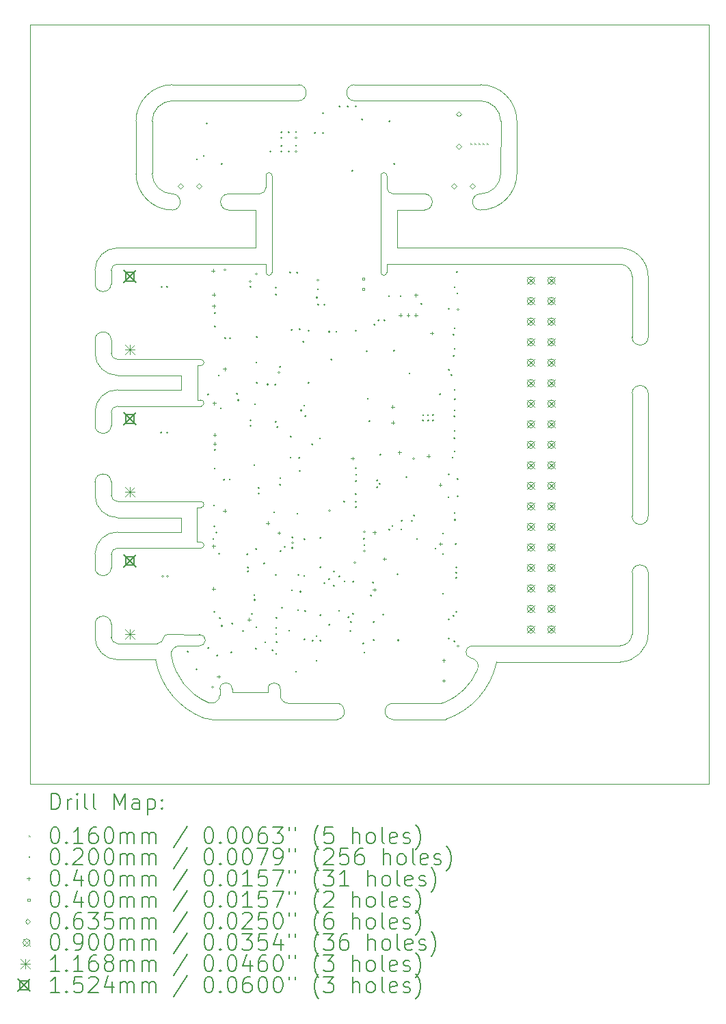
<source format=gbr>
%TF.GenerationSoftware,KiCad,Pcbnew,8.0.2*%
%TF.CreationDate,2024-10-13T20:57:57-05:00*%
%TF.ProjectId,PM1C_Rev_1_2,504d3143-5f52-4657-965f-315f322e6b69,1*%
%TF.SameCoordinates,PX297003ePY8770cd2*%
%TF.FileFunction,Drillmap*%
%TF.FilePolarity,Positive*%
%FSLAX45Y45*%
G04 Gerber Fmt 4.5, Leading zero omitted, Abs format (unit mm)*
G04 Created by KiCad (PCBNEW 8.0.2) date 2024-10-13 20:57:57*
%MOMM*%
%LPD*%
G01*
G04 APERTURE LIST*
%ADD10C,0.050000*%
%ADD11C,0.200000*%
%ADD12C,0.100000*%
%ADD13C,0.116840*%
%ADD14C,0.152400*%
G04 APERTURE END LIST*
D10*
X4009706Y8456956D02*
G75*
G02*
X4010127Y8656730I6571J99873D01*
G01*
X1696916Y1851797D02*
X2092457Y1851479D01*
X7451299Y1855148D02*
X7451299Y2619468D01*
X4415422Y6335486D02*
G75*
G02*
X4339222Y6335486I-38100J0D01*
G01*
X1307262Y8204388D02*
X1307358Y7554619D01*
X-43Y9399979D02*
X8399957Y9399979D01*
X8399957Y-21D01*
X-43Y-21D01*
X-43Y9399979D01*
X2916820Y7529854D02*
G75*
G02*
X2993020Y7529854I38100J0D01*
G01*
X999858Y6189978D02*
G75*
G02*
X799599Y6191485I-100091J5911D01*
G01*
X799986Y3738974D02*
G75*
G02*
X1000074Y3742414I100096J-1285D01*
G01*
X2245477Y800264D02*
G75*
G02*
X2155679Y812856I-3740J299815D01*
G01*
X2204555Y1007820D02*
G75*
G02*
X1744683Y1593732I293102J703480D01*
G01*
X2793187Y6636154D02*
X2793283Y7104836D01*
X7651176Y3318797D02*
G75*
G02*
X7451262Y3320089I-99999J-5867D01*
G01*
X799986Y2850461D02*
G75*
G02*
X1078675Y3119543I276211J-7212D01*
G01*
X5824962Y7558971D02*
X5825124Y8202955D01*
X1865390Y5059220D02*
X1865390Y4880216D01*
X4339222Y7529854D02*
G75*
G02*
X4415422Y7529854I38100J0D01*
G01*
X2109728Y3498509D02*
G75*
G02*
X2109728Y3422070I769J-38219D01*
G01*
X5142444Y800461D02*
X4492170Y800461D01*
X1507118Y8202955D02*
X1507214Y7558843D01*
X2345320Y1101480D02*
G75*
G02*
X2204554Y1007817I-101563J29D01*
G01*
X5573408Y8656730D02*
G75*
G02*
X6024981Y8204417I-2171J-453741D01*
G01*
X5573408Y8656730D02*
X4010127Y8656730D01*
X7451169Y6283086D02*
X7451169Y5531874D01*
X2942220Y1177680D02*
G75*
G02*
X3094620Y1177680I76200J0D01*
G01*
X1000074Y2842906D02*
X1000074Y2675173D01*
X1865347Y3298542D02*
X1865347Y3119538D01*
X2155679Y812855D02*
G75*
G02*
X1550548Y1540413I337998J896554D01*
G01*
X1000074Y4601096D02*
G75*
G02*
X1076274Y4677292I76203J-7D01*
G01*
X4539055Y6636182D02*
X7300975Y6636182D01*
X1758834Y8656702D02*
X3322115Y8656702D01*
X2993020Y6335486D02*
G75*
G02*
X2916820Y6335486I-38100J0D01*
G01*
X799986Y3567126D02*
X799986Y3738974D01*
X2449227Y7304870D02*
X2840716Y7304842D01*
X4009706Y8456956D02*
X5571123Y8456956D01*
X2109730Y2995409D02*
X2065730Y2995500D01*
X6024818Y7554775D02*
G75*
G02*
X5572415Y7104991I-454011J4244D01*
G01*
X1076500Y5256500D02*
X1989589Y5256428D01*
X2168877Y1780399D02*
G75*
G02*
X2089957Y1709974I-76130J5881D01*
G01*
X2065728Y3421969D02*
X2065691Y2995485D01*
X2916916Y7381042D02*
G75*
G02*
X2840716Y7304840I-76209J8D01*
G01*
X7298769Y6435486D02*
G75*
G02*
X7451174Y6283086I8J-152397D01*
G01*
X2109959Y4676971D02*
X1989591Y4677062D01*
X3798164Y800264D02*
X2245477Y800264D01*
X2916820Y6335486D02*
X2916820Y6435486D01*
X1761215Y7304842D02*
G75*
G02*
X1507219Y7558843I2J253998D01*
G01*
X1000074Y1816491D02*
X1000074Y1981804D01*
X2109730Y2995409D02*
G75*
G02*
X2109730Y2918970I777J-38220D01*
G01*
X1076271Y3498489D02*
X1989360Y3498417D01*
X1865347Y3119538D02*
X1078675Y3119538D01*
X3196221Y999984D02*
G75*
G02*
X3094622Y1101584I16J101615D01*
G01*
X799599Y6363333D02*
G75*
G02*
X1078885Y6636149I278658J-5904D01*
G01*
X7651176Y3318797D02*
X7651176Y4835700D01*
X1865390Y5059220D02*
X1078717Y5059220D01*
X4339222Y6335486D02*
X4339222Y7529854D01*
X1865390Y4880216D02*
X1078717Y4880216D01*
X2942220Y1135984D02*
X2942220Y1177680D01*
X5463321Y1710827D02*
X5469523Y1711080D01*
X5469523Y1711081D02*
X7298769Y1711081D01*
X7451266Y3320089D02*
X7451266Y4836992D01*
X1076500Y5256500D02*
G75*
G02*
X999998Y5333000I-53J76449D01*
G01*
X1000074Y2842906D02*
G75*
G02*
X1076274Y2919102I76203J-7D01*
G01*
X4490412Y1000098D02*
X5088774Y1000098D01*
X1000500Y5496500D02*
X1000000Y5333000D01*
X2793283Y7104836D02*
X2448806Y7105096D01*
X3094620Y1177680D02*
X3094620Y1101584D01*
X1989490Y2919285D02*
X1076045Y2919285D01*
X5119940Y1005167D02*
G75*
G02*
X5088774Y999983I-28313J73943D01*
G01*
X4539055Y6636182D02*
X4538893Y7104993D01*
X4882949Y7304941D02*
G75*
G02*
X4883370Y7105164I-6152J-99902D01*
G01*
X7302216Y1511511D02*
X5775190Y1511511D01*
X4415422Y7529854D02*
X4415260Y7381170D01*
X1647256Y1807619D02*
G75*
G02*
X1696916Y1851799I49651J-5809D01*
G01*
X7451299Y2619468D02*
G75*
G02*
X7650611Y2619818I99668J-6669D01*
G01*
X1076274Y3498481D02*
G75*
G02*
X1000079Y3574681I-7J76188D01*
G01*
X2109728Y3498509D02*
X1989360Y3498417D01*
X2345320Y1177680D02*
G75*
G02*
X2497720Y1177680I76200J0D01*
G01*
X2109957Y5180071D02*
X2065957Y5179979D01*
X3196221Y999984D02*
X3799351Y999984D01*
X4538893Y7104993D02*
X4883370Y7105167D01*
X999858Y6189978D02*
X999858Y6358266D01*
X800029Y5499652D02*
G75*
G02*
X1000494Y5496500I100188J-4402D01*
G01*
X1000074Y3574681D02*
X1000074Y3742414D01*
X1865347Y3298542D02*
X1078675Y3298542D01*
X7451299Y1855148D02*
G75*
G02*
X7298769Y1711078I-152542J8722D01*
G01*
X2793187Y6636154D02*
X1078885Y6636154D01*
X999858Y6358266D02*
G75*
G02*
X1076274Y6435483I76419J793D01*
G01*
X3799351Y999984D02*
G75*
G02*
X3798164Y800264I-8234J-99815D01*
G01*
X2916820Y6435486D02*
X1076274Y6435486D01*
X2448806Y7105096D02*
G75*
G02*
X2449227Y7304870I6571J99874D01*
G01*
X1761215Y7304842D02*
G75*
G02*
X1759761Y7104838I-6158J-99962D01*
G01*
X7451266Y4836992D02*
G75*
G02*
X7651178Y4835700I99931J-4533D01*
G01*
X799982Y1982425D02*
G75*
G02*
X1000071Y1981804I100035J-3266D01*
G01*
X4415422Y6435486D02*
X4415422Y6335486D01*
X799986Y2850461D02*
X799986Y2678613D01*
X5458944Y1559418D02*
G75*
G02*
X5538730Y1419991I-14097J-100609D01*
G01*
X2993020Y7529854D02*
X2993020Y6335486D01*
X2065957Y5179979D02*
X2065920Y4753496D01*
X4491460Y7304970D02*
X4882949Y7304941D01*
X2109959Y4753420D02*
G75*
G02*
X2109959Y4676979I778J-38220D01*
G01*
X7298769Y6435486D02*
X4415422Y6435486D01*
X2092457Y1851479D02*
G75*
G02*
X2168881Y1780399I-330J-76980D01*
G01*
X5571123Y8456956D02*
G75*
G02*
X5825124Y8202955I-16J-254017D01*
G01*
X2109730Y2918960D02*
X1989362Y2919052D01*
X1000116Y4435851D02*
G75*
G02*
X800028Y4439291I-99993J4735D01*
G01*
X2109957Y5256519D02*
G75*
G02*
X2109957Y5180079I770J-38220D01*
G01*
X800029Y4611139D02*
X800029Y4439291D01*
X5538732Y1419991D02*
G75*
G02*
X5119939Y1005169I-702525J290439D01*
G01*
X1078675Y3298542D02*
G75*
G02*
X799987Y3567126I-2988J275777D01*
G01*
X800029Y4611139D02*
G75*
G02*
X1078717Y4880221I276208J-7210D01*
G01*
X1507118Y8202955D02*
G75*
G02*
X1761119Y8456958I253989J14D01*
G01*
X2497720Y1177680D02*
X2497720Y1135984D01*
X2497720Y1135984D02*
X2942220Y1135984D01*
X2109957Y5256519D02*
X1989589Y5256428D01*
X2109728Y3422060D02*
X2065728Y3421969D01*
X1075846Y1540413D02*
G75*
G02*
X799981Y1817113I411J276276D01*
G01*
X7650683Y6285306D02*
X7651290Y5534094D01*
X2916916Y7381042D02*
X2916820Y7529854D01*
X1744682Y1593732D02*
G75*
G02*
X1844957Y1709972I99535J15507D01*
G01*
X1076274Y1740291D02*
G75*
G02*
X1000079Y1816491I-7J76188D01*
G01*
X800029Y5327804D02*
X800029Y5499652D01*
X1759761Y7104836D02*
G75*
G02*
X1307361Y7554619I1596J454013D01*
G01*
X5824962Y7558971D02*
G75*
G02*
X5570961Y7304974I-253985J-12D01*
G01*
X4492170Y800461D02*
G75*
G02*
X4490412Y1000098I227J99828D01*
G01*
X799982Y1817113D02*
X799982Y1982425D01*
X3322536Y8456927D02*
X1761119Y8456927D01*
X799599Y6363333D02*
X799599Y6191485D01*
X5572415Y7104993D02*
G75*
G02*
X5570961Y7304966I4702J100026D01*
G01*
X1307262Y8204388D02*
G75*
G02*
X1758834Y8656702I453750J-1433D01*
G01*
X1078717Y5059220D02*
G75*
G02*
X800025Y5327804I-3000J275769D01*
G01*
X4491460Y7304970D02*
G75*
G02*
X4415258Y7381170I-3J76199D01*
G01*
X2089957Y1709979D02*
X1844957Y1709979D01*
X7300975Y6636182D02*
G75*
G02*
X7650679Y6285306I-3408J-353103D01*
G01*
X1076274Y1740291D02*
X1571574Y1740291D01*
X1000074Y4601096D02*
X1000116Y4435851D01*
X6024980Y8204417D02*
X6024818Y7554775D01*
X1000074Y2675173D02*
G75*
G02*
X799987Y2678613I-99992J4726D01*
G01*
X3322115Y8656702D02*
G75*
G02*
X3322536Y8456924I-6158J-99902D01*
G01*
X1550549Y1540413D02*
X1075846Y1540413D01*
X7650603Y1855498D02*
X7650603Y2619818D01*
X2345320Y1101480D02*
X2345320Y1177680D01*
X1647256Y1807619D02*
G75*
G02*
X1571574Y1740293I-75679J8871D01*
G01*
X5775190Y1511511D02*
G75*
G02*
X5142444Y800461I-940919J200243D01*
G01*
X5458944Y1559418D02*
G75*
G02*
X5463321Y1710825I10564J75461D01*
G01*
X7650667Y1855496D02*
G75*
G02*
X7302216Y1511516I-351900J7993D01*
G01*
X2109959Y4753420D02*
X2065959Y4753511D01*
X7651290Y5534094D02*
G75*
G02*
X7451165Y5531874I-100074J-125D01*
G01*
X1989719Y4677296D02*
X1076274Y4677296D01*
D11*
D12*
X5449745Y7932047D02*
X5465745Y7916047D01*
X5465745Y7932047D02*
X5449745Y7916047D01*
X5499745Y7932047D02*
X5515745Y7916047D01*
X5515745Y7932047D02*
X5499745Y7916047D01*
X5549745Y7932047D02*
X5565745Y7916047D01*
X5565745Y7932047D02*
X5549745Y7916047D01*
X5599745Y7932047D02*
X5615745Y7916047D01*
X5615745Y7932047D02*
X5599745Y7916047D01*
X5649745Y7932047D02*
X5665745Y7916047D01*
X5665745Y7932047D02*
X5649745Y7916047D01*
X1629957Y4349979D02*
G75*
G02*
X1609957Y4349979I-10000J0D01*
G01*
X1609957Y4349979D02*
G75*
G02*
X1629957Y4349979I10000J0D01*
G01*
X1635957Y6154979D02*
G75*
G02*
X1615957Y6154979I-10000J0D01*
G01*
X1615957Y6154979D02*
G75*
G02*
X1635957Y6154979I10000J0D01*
G01*
X1647957Y2571979D02*
G75*
G02*
X1627957Y2571979I-10000J0D01*
G01*
X1627957Y2571979D02*
G75*
G02*
X1647957Y2571979I10000J0D01*
G01*
X1700957Y6154979D02*
G75*
G02*
X1680957Y6154979I-10000J0D01*
G01*
X1680957Y6154979D02*
G75*
G02*
X1700957Y6154979I10000J0D01*
G01*
X1705457Y4349979D02*
G75*
G02*
X1685457Y4349979I-10000J0D01*
G01*
X1685457Y4349979D02*
G75*
G02*
X1705457Y4349979I10000J0D01*
G01*
X1707457Y2572479D02*
G75*
G02*
X1687457Y2572479I-10000J0D01*
G01*
X1687457Y2572479D02*
G75*
G02*
X1707457Y2572479I10000J0D01*
G01*
X1960220Y1638500D02*
G75*
G02*
X1940220Y1638500I-10000J0D01*
G01*
X1940220Y1638500D02*
G75*
G02*
X1960220Y1638500I10000J0D01*
G01*
X2067720Y1420035D02*
G75*
G02*
X2047720Y1420035I-10000J0D01*
G01*
X2047720Y1420035D02*
G75*
G02*
X2067720Y1420035I10000J0D01*
G01*
X2072460Y7730470D02*
G75*
G02*
X2052460Y7730470I-10000J0D01*
G01*
X2052460Y7730470D02*
G75*
G02*
X2072460Y7730470I10000J0D01*
G01*
X2154960Y7775470D02*
G75*
G02*
X2134960Y7775470I-10000J0D01*
G01*
X2134960Y7775470D02*
G75*
G02*
X2154960Y7775470I10000J0D01*
G01*
X2192720Y8175984D02*
G75*
G02*
X2172720Y8175984I-10000J0D01*
G01*
X2172720Y8175984D02*
G75*
G02*
X2192720Y8175984I10000J0D01*
G01*
X2208457Y4821979D02*
G75*
G02*
X2188457Y4821979I-10000J0D01*
G01*
X2188457Y4821979D02*
G75*
G02*
X2208457Y4821979I10000J0D01*
G01*
X2212457Y1684979D02*
G75*
G02*
X2192457Y1684979I-10000J0D01*
G01*
X2192457Y1684979D02*
G75*
G02*
X2212457Y1684979I10000J0D01*
G01*
X2267720Y1200035D02*
G75*
G02*
X2247720Y1200035I-10000J0D01*
G01*
X2247720Y1200035D02*
G75*
G02*
X2267720Y1200035I10000J0D01*
G01*
X2275957Y3033479D02*
G75*
G02*
X2255957Y3033479I-10000J0D01*
G01*
X2255957Y3033479D02*
G75*
G02*
X2275957Y3033479I10000J0D01*
G01*
X2282457Y3448823D02*
G75*
G02*
X2262457Y3448823I-10000J0D01*
G01*
X2262457Y3448823D02*
G75*
G02*
X2282457Y3448823I10000J0D01*
G01*
X2285067Y2131329D02*
G75*
G02*
X2265067Y2131329I-10000J0D01*
G01*
X2265067Y2131329D02*
G75*
G02*
X2285067Y2131329I10000J0D01*
G01*
X2287720Y3191323D02*
G75*
G02*
X2267720Y3191323I-10000J0D01*
G01*
X2267720Y3191323D02*
G75*
G02*
X2287720Y3191323I10000J0D01*
G01*
X2292720Y5663479D02*
G75*
G02*
X2272720Y5663479I-10000J0D01*
G01*
X2272720Y5663479D02*
G75*
G02*
X2292720Y5663479I10000J0D01*
G01*
X2292720Y3906479D02*
G75*
G02*
X2272720Y3906479I-10000J0D01*
G01*
X2272720Y3906479D02*
G75*
G02*
X2292720Y3906479I10000J0D01*
G01*
X2293457Y5830979D02*
G75*
G02*
X2273457Y5830979I-10000J0D01*
G01*
X2273457Y5830979D02*
G75*
G02*
X2293457Y5830979I10000J0D01*
G01*
X2293457Y4135979D02*
G75*
G02*
X2273457Y4135979I-10000J0D01*
G01*
X2273457Y4135979D02*
G75*
G02*
X2293457Y4135979I10000J0D01*
G01*
X2312457Y3111979D02*
G75*
G02*
X2292457Y3111979I-10000J0D01*
G01*
X2292457Y3111979D02*
G75*
G02*
X2312457Y3111979I10000J0D01*
G01*
X2324457Y1590479D02*
G75*
G02*
X2304457Y1590479I-10000J0D01*
G01*
X2304457Y1590479D02*
G75*
G02*
X2324457Y1590479I10000J0D01*
G01*
X2344457Y5055979D02*
G75*
G02*
X2324457Y5055979I-10000J0D01*
G01*
X2324457Y5055979D02*
G75*
G02*
X2344457Y5055979I10000J0D01*
G01*
X2347720Y2850703D02*
G75*
G02*
X2327720Y2850703I-10000J0D01*
G01*
X2327720Y2850703D02*
G75*
G02*
X2347720Y2850703I10000J0D01*
G01*
X2358957Y2053979D02*
G75*
G02*
X2338957Y2053979I-10000J0D01*
G01*
X2338957Y2053979D02*
G75*
G02*
X2358957Y2053979I10000J0D01*
G01*
X2366957Y4650479D02*
G75*
G02*
X2346957Y4650479I-10000J0D01*
G01*
X2346957Y4650479D02*
G75*
G02*
X2366957Y4650479I10000J0D01*
G01*
X2379960Y7673970D02*
G75*
G02*
X2359960Y7673970I-10000J0D01*
G01*
X2359960Y7673970D02*
G75*
G02*
X2379960Y7673970I10000J0D01*
G01*
X2380957Y1956979D02*
G75*
G02*
X2360957Y1956979I-10000J0D01*
G01*
X2360957Y1956979D02*
G75*
G02*
X2380957Y1956979I10000J0D01*
G01*
X2409457Y3767479D02*
G75*
G02*
X2389457Y3767479I-10000J0D01*
G01*
X2389457Y3767479D02*
G75*
G02*
X2409457Y3767479I10000J0D01*
G01*
X2417957Y6364979D02*
G75*
G02*
X2397957Y6364979I-10000J0D01*
G01*
X2397957Y6364979D02*
G75*
G02*
X2417957Y6364979I10000J0D01*
G01*
X2419957Y5519479D02*
G75*
G02*
X2399957Y5519479I-10000J0D01*
G01*
X2399957Y5519479D02*
G75*
G02*
X2419957Y5519479I10000J0D01*
G01*
X2477740Y3768835D02*
G75*
G02*
X2457740Y3768835I-10000J0D01*
G01*
X2457740Y3768835D02*
G75*
G02*
X2477740Y3768835I10000J0D01*
G01*
X2480457Y5517979D02*
G75*
G02*
X2460457Y5517979I-10000J0D01*
G01*
X2460457Y5517979D02*
G75*
G02*
X2480457Y5517979I10000J0D01*
G01*
X2497720Y1629035D02*
G75*
G02*
X2477720Y1629035I-10000J0D01*
G01*
X2477720Y1629035D02*
G75*
G02*
X2497720Y1629035I10000J0D01*
G01*
X2508957Y1984979D02*
G75*
G02*
X2488957Y1984979I-10000J0D01*
G01*
X2488957Y1984979D02*
G75*
G02*
X2508957Y1984979I10000J0D01*
G01*
X2567720Y4829035D02*
G75*
G02*
X2547720Y4829035I-10000J0D01*
G01*
X2547720Y4829035D02*
G75*
G02*
X2567720Y4829035I10000J0D01*
G01*
X2582720Y4751535D02*
G75*
G02*
X2562720Y4751535I-10000J0D01*
G01*
X2562720Y4751535D02*
G75*
G02*
X2582720Y4751535I10000J0D01*
G01*
X2644957Y1894979D02*
G75*
G02*
X2624957Y1894979I-10000J0D01*
G01*
X2624957Y1894979D02*
G75*
G02*
X2644957Y1894979I10000J0D01*
G01*
X2695378Y2846377D02*
G75*
G02*
X2675378Y2846377I-10000J0D01*
G01*
X2675378Y2846377D02*
G75*
G02*
X2695378Y2846377I10000J0D01*
G01*
X2703457Y2632980D02*
G75*
G02*
X2683457Y2632980I-10000J0D01*
G01*
X2683457Y2632980D02*
G75*
G02*
X2703457Y2632980I10000J0D01*
G01*
X2703805Y2677687D02*
G75*
G02*
X2683805Y2677687I-10000J0D01*
G01*
X2683805Y2677687D02*
G75*
G02*
X2703805Y2677687I10000J0D01*
G01*
X2731720Y6219655D02*
G75*
G02*
X2711720Y6219655I-10000J0D01*
G01*
X2711720Y6219655D02*
G75*
G02*
X2731720Y6219655I10000J0D01*
G01*
X2732720Y6154479D02*
G75*
G02*
X2712720Y6154479I-10000J0D01*
G01*
X2712720Y6154479D02*
G75*
G02*
X2732720Y6154479I10000J0D01*
G01*
X2735232Y4433479D02*
G75*
G02*
X2715232Y4433479I-10000J0D01*
G01*
X2715232Y4433479D02*
G75*
G02*
X2735232Y4433479I10000J0D01*
G01*
X2737732Y4501979D02*
G75*
G02*
X2717732Y4501979I-10000J0D01*
G01*
X2717732Y4501979D02*
G75*
G02*
X2737732Y4501979I10000J0D01*
G01*
X2752957Y2106947D02*
G75*
G02*
X2732957Y2106947I-10000J0D01*
G01*
X2732957Y2106947D02*
G75*
G02*
X2752957Y2106947I10000J0D01*
G01*
X2782500Y2338500D02*
G75*
G02*
X2762500Y2338500I-10000J0D01*
G01*
X2762500Y2338500D02*
G75*
G02*
X2782500Y2338500I10000J0D01*
G01*
X2785220Y3947500D02*
G75*
G02*
X2765220Y3947500I-10000J0D01*
G01*
X2765220Y3947500D02*
G75*
G02*
X2785220Y3947500I10000J0D01*
G01*
X2786654Y2278644D02*
G75*
G02*
X2766654Y2278644I-10000J0D01*
G01*
X2766654Y2278644D02*
G75*
G02*
X2786654Y2278644I10000J0D01*
G01*
X2790653Y4701535D02*
G75*
G02*
X2770653Y4701535I-10000J0D01*
G01*
X2770653Y4701535D02*
G75*
G02*
X2790653Y4701535I10000J0D01*
G01*
X2800957Y1674979D02*
G75*
G02*
X2780957Y1674979I-10000J0D01*
G01*
X2780957Y1674979D02*
G75*
G02*
X2800957Y1674979I10000J0D01*
G01*
X2807506Y6314035D02*
G75*
G02*
X2787506Y6314035I-10000J0D01*
G01*
X2787506Y6314035D02*
G75*
G02*
X2807506Y6314035I10000J0D01*
G01*
X2807506Y2908821D02*
G75*
G02*
X2787506Y2908821I-10000J0D01*
G01*
X2787506Y2908821D02*
G75*
G02*
X2807506Y2908821I10000J0D01*
G01*
X2808533Y5219035D02*
G75*
G02*
X2788533Y5219035I-10000J0D01*
G01*
X2788533Y5219035D02*
G75*
G02*
X2808533Y5219035I10000J0D01*
G01*
X2809932Y1940392D02*
G75*
G02*
X2789933Y1940392I-10000J0D01*
G01*
X2789933Y1940392D02*
G75*
G02*
X2809932Y1940392I10000J0D01*
G01*
X2813651Y4965535D02*
G75*
G02*
X2793651Y4965535I-10000J0D01*
G01*
X2793651Y4965535D02*
G75*
G02*
X2813651Y4965535I10000J0D01*
G01*
X2814500Y5534035D02*
G75*
G02*
X2794500Y5534035I-10000J0D01*
G01*
X2794500Y5534035D02*
G75*
G02*
X2814500Y5534035I10000J0D01*
G01*
X2835220Y3666535D02*
G75*
G02*
X2815220Y3666535I-10000J0D01*
G01*
X2815220Y3666535D02*
G75*
G02*
X2835220Y3666535I10000J0D01*
G01*
X2837720Y3594035D02*
G75*
G02*
X2817720Y3594035I-10000J0D01*
G01*
X2817720Y3594035D02*
G75*
G02*
X2837720Y3594035I10000J0D01*
G01*
X2902720Y2731535D02*
G75*
G02*
X2882720Y2731535I-10000J0D01*
G01*
X2882720Y2731535D02*
G75*
G02*
X2902720Y2731535I10000J0D01*
G01*
X2917720Y1754035D02*
G75*
G02*
X2897720Y1754035I-10000J0D01*
G01*
X2897720Y1754035D02*
G75*
G02*
X2917720Y1754035I10000J0D01*
G01*
X2947720Y4945984D02*
G75*
G02*
X2927720Y4945984I-10000J0D01*
G01*
X2927720Y4945984D02*
G75*
G02*
X2947720Y4945984I10000J0D01*
G01*
X2979500Y7829035D02*
G75*
G02*
X2959500Y7829035I-10000J0D01*
G01*
X2959500Y7829035D02*
G75*
G02*
X2979500Y7829035I10000J0D01*
G01*
X3007720Y1654035D02*
G75*
G02*
X2987720Y1654035I-10000J0D01*
G01*
X2987720Y1654035D02*
G75*
G02*
X3007720Y1654035I10000J0D01*
G01*
X3028000Y3363000D02*
G75*
G02*
X3008000Y3363000I-10000J0D01*
G01*
X3008000Y3363000D02*
G75*
G02*
X3028000Y3363000I10000J0D01*
G01*
X3042720Y4945984D02*
G75*
G02*
X3022720Y4945984I-10000J0D01*
G01*
X3022720Y4945984D02*
G75*
G02*
X3042720Y4945984I10000J0D01*
G01*
X3047720Y4484035D02*
G75*
G02*
X3027720Y4484035I-10000J0D01*
G01*
X3027720Y4484035D02*
G75*
G02*
X3047720Y4484035I10000J0D01*
G01*
X3050220Y6144035D02*
G75*
G02*
X3030220Y6144035I-10000J0D01*
G01*
X3030220Y6144035D02*
G75*
G02*
X3050220Y6144035I10000J0D01*
G01*
X3050220Y6056535D02*
G75*
G02*
X3030220Y6056535I-10000J0D01*
G01*
X3030220Y6056535D02*
G75*
G02*
X3050220Y6056535I10000J0D01*
G01*
X3050220Y2589035D02*
G75*
G02*
X3030220Y2589035I-10000J0D01*
G01*
X3030220Y2589035D02*
G75*
G02*
X3050220Y2589035I10000J0D01*
G01*
X3052720Y1610984D02*
G75*
G02*
X3032720Y1610984I-10000J0D01*
G01*
X3032720Y1610984D02*
G75*
G02*
X3052720Y1610984I10000J0D01*
G01*
X3055220Y2056535D02*
G75*
G02*
X3035220Y2056535I-10000J0D01*
G01*
X3035220Y2056535D02*
G75*
G02*
X3055220Y2056535I10000J0D01*
G01*
X3055220Y1931545D02*
G75*
G02*
X3035220Y1931545I-10000J0D01*
G01*
X3035220Y1931545D02*
G75*
G02*
X3055220Y1931545I10000J0D01*
G01*
X3055220Y1856535D02*
G75*
G02*
X3035220Y1856535I-10000J0D01*
G01*
X3035220Y1856535D02*
G75*
G02*
X3055220Y1856535I10000J0D01*
G01*
X3061500Y1756500D02*
G75*
G02*
X3041500Y1756500I-10000J0D01*
G01*
X3041500Y1756500D02*
G75*
G02*
X3061500Y1756500I10000J0D01*
G01*
X3067720Y4419043D02*
G75*
G02*
X3047720Y4419043I-10000J0D01*
G01*
X3047720Y4419043D02*
G75*
G02*
X3067720Y4419043I10000J0D01*
G01*
X3087720Y5094035D02*
G75*
G02*
X3067720Y5094035I-10000J0D01*
G01*
X3067720Y5094035D02*
G75*
G02*
X3087720Y5094035I10000J0D01*
G01*
X3102720Y5164035D02*
G75*
G02*
X3082720Y5164035I-10000J0D01*
G01*
X3082720Y5164035D02*
G75*
G02*
X3102720Y5164035I10000J0D01*
G01*
X3102720Y3786535D02*
G75*
G02*
X3082720Y3786535I-10000J0D01*
G01*
X3082720Y3786535D02*
G75*
G02*
X3102720Y3786535I10000J0D01*
G01*
X3102720Y3704035D02*
G75*
G02*
X3082720Y3704035I-10000J0D01*
G01*
X3082720Y3704035D02*
G75*
G02*
X3102720Y3704035I10000J0D01*
G01*
X3107720Y2882535D02*
G75*
G02*
X3087720Y2882535I-10000J0D01*
G01*
X3087720Y2882535D02*
G75*
G02*
X3107720Y2882535I10000J0D01*
G01*
X3119316Y8069035D02*
G75*
G02*
X3099316Y8069035I-10000J0D01*
G01*
X3099316Y8069035D02*
G75*
G02*
X3119316Y8069035I10000J0D01*
G01*
X3119316Y7999035D02*
G75*
G02*
X3099316Y7999035I-10000J0D01*
G01*
X3099316Y7999035D02*
G75*
G02*
X3119316Y7999035I10000J0D01*
G01*
X3119316Y7899035D02*
G75*
G02*
X3099316Y7899035I-10000J0D01*
G01*
X3099316Y7899035D02*
G75*
G02*
X3119316Y7899035I10000J0D01*
G01*
X3119316Y7829035D02*
G75*
G02*
X3099316Y7829035I-10000J0D01*
G01*
X3099316Y7829035D02*
G75*
G02*
X3119316Y7829035I10000J0D01*
G01*
X3125220Y2181535D02*
G75*
G02*
X3105220Y2181535I-10000J0D01*
G01*
X3105220Y2181535D02*
G75*
G02*
X3125220Y2181535I10000J0D01*
G01*
X3160000Y2934035D02*
G75*
G02*
X3140000Y2934035I-10000J0D01*
G01*
X3140000Y2934035D02*
G75*
G02*
X3160000Y2934035I10000J0D01*
G01*
X3209316Y8069035D02*
G75*
G02*
X3189316Y8069035I-10000J0D01*
G01*
X3189316Y8069035D02*
G75*
G02*
X3209316Y8069035I10000J0D01*
G01*
X3209316Y7829035D02*
G75*
G02*
X3189316Y7829035I-10000J0D01*
G01*
X3189316Y7829035D02*
G75*
G02*
X3209316Y7829035I10000J0D01*
G01*
X3214500Y1900500D02*
G75*
G02*
X3194500Y1900500I-10000J0D01*
G01*
X3194500Y1900500D02*
G75*
G02*
X3214500Y1900500I10000J0D01*
G01*
X3226470Y6332535D02*
G75*
G02*
X3206470Y6332535I-10000J0D01*
G01*
X3206470Y6332535D02*
G75*
G02*
X3226470Y6332535I10000J0D01*
G01*
X3232720Y4039035D02*
G75*
G02*
X3212720Y4039035I-10000J0D01*
G01*
X3212720Y4039035D02*
G75*
G02*
X3232720Y4039035I10000J0D01*
G01*
X3235212Y4301543D02*
G75*
G02*
X3215212Y4301543I-10000J0D01*
G01*
X3215212Y4301543D02*
G75*
G02*
X3235212Y4301543I10000J0D01*
G01*
X3245220Y5621535D02*
G75*
G02*
X3225220Y5621535I-10000J0D01*
G01*
X3225220Y5621535D02*
G75*
G02*
X3245220Y5621535I10000J0D01*
G01*
X3248818Y2399670D02*
G75*
G02*
X3228818Y2399670I-10000J0D01*
G01*
X3228818Y2399670D02*
G75*
G02*
X3248818Y2399670I10000J0D01*
G01*
X3253000Y2923500D02*
G75*
G02*
X3233000Y2923500I-10000J0D01*
G01*
X3233000Y2923500D02*
G75*
G02*
X3253000Y2923500I10000J0D01*
G01*
X3255000Y3051000D02*
G75*
G02*
X3235000Y3051000I-10000J0D01*
G01*
X3235000Y3051000D02*
G75*
G02*
X3255000Y3051000I10000J0D01*
G01*
X3256500Y2986500D02*
G75*
G02*
X3236500Y2986500I-10000J0D01*
G01*
X3236500Y2986500D02*
G75*
G02*
X3256500Y2986500I10000J0D01*
G01*
X3297720Y1390035D02*
G75*
G02*
X3277720Y1390035I-10000J0D01*
G01*
X3277720Y1390035D02*
G75*
G02*
X3297720Y1390035I10000J0D01*
G01*
X3299316Y8069035D02*
G75*
G02*
X3279316Y8069035I-10000J0D01*
G01*
X3279316Y8069035D02*
G75*
G02*
X3299316Y8069035I10000J0D01*
G01*
X3299316Y7999035D02*
G75*
G02*
X3279316Y7999035I-10000J0D01*
G01*
X3279316Y7999035D02*
G75*
G02*
X3299316Y7999035I10000J0D01*
G01*
X3299316Y7899035D02*
G75*
G02*
X3279316Y7899035I-10000J0D01*
G01*
X3279316Y7899035D02*
G75*
G02*
X3299316Y7899035I10000J0D01*
G01*
X3299316Y7829035D02*
G75*
G02*
X3279316Y7829035I-10000J0D01*
G01*
X3279316Y7829035D02*
G75*
G02*
X3299316Y7829035I10000J0D01*
G01*
X3315220Y6330035D02*
G75*
G02*
X3295220Y6330035I-10000J0D01*
G01*
X3295220Y6330035D02*
G75*
G02*
X3315220Y6330035I10000J0D01*
G01*
X3317720Y3346535D02*
G75*
G02*
X3297720Y3346535I-10000J0D01*
G01*
X3297720Y3346535D02*
G75*
G02*
X3317720Y3346535I10000J0D01*
G01*
X3323273Y2151351D02*
G75*
G02*
X3303273Y2151351I-10000J0D01*
G01*
X3303273Y2151351D02*
G75*
G02*
X3323273Y2151351I10000J0D01*
G01*
X3327720Y2589035D02*
G75*
G02*
X3307720Y2589035I-10000J0D01*
G01*
X3307720Y2589035D02*
G75*
G02*
X3327720Y2589035I10000J0D01*
G01*
X3340220Y4039035D02*
G75*
G02*
X3320220Y4039035I-10000J0D01*
G01*
X3320220Y4039035D02*
G75*
G02*
X3340220Y4039035I10000J0D01*
G01*
X3342842Y5629157D02*
G75*
G02*
X3322842Y5629157I-10000J0D01*
G01*
X3322842Y5629157D02*
G75*
G02*
X3342842Y5629157I10000J0D01*
G01*
X3345220Y3876535D02*
G75*
G02*
X3325220Y3876535I-10000J0D01*
G01*
X3325220Y3876535D02*
G75*
G02*
X3345220Y3876535I10000J0D01*
G01*
X3353342Y2380479D02*
G75*
G02*
X3333342Y2380479I-10000J0D01*
G01*
X3333342Y2380479D02*
G75*
G02*
X3353342Y2380479I10000J0D01*
G01*
X3363720Y4624035D02*
G75*
G02*
X3343720Y4624035I-10000J0D01*
G01*
X3343720Y4624035D02*
G75*
G02*
X3363720Y4624035I10000J0D01*
G01*
X3391816Y5474035D02*
G75*
G02*
X3371816Y5474035I-10000J0D01*
G01*
X3371816Y5474035D02*
G75*
G02*
X3391816Y5474035I10000J0D01*
G01*
X3402720Y4684035D02*
G75*
G02*
X3382720Y4684035I-10000J0D01*
G01*
X3382720Y4684035D02*
G75*
G02*
X3402720Y4684035I10000J0D01*
G01*
X3402720Y3029035D02*
G75*
G02*
X3382720Y3029035I-10000J0D01*
G01*
X3382720Y3029035D02*
G75*
G02*
X3402720Y3029035I10000J0D01*
G01*
X3402720Y2576134D02*
G75*
G02*
X3382720Y2576134I-10000J0D01*
G01*
X3382720Y2576134D02*
G75*
G02*
X3402720Y2576134I10000J0D01*
G01*
X3402720Y1791535D02*
G75*
G02*
X3382720Y1791535I-10000J0D01*
G01*
X3382720Y1791535D02*
G75*
G02*
X3402720Y1791535I10000J0D01*
G01*
X3412500Y2141735D02*
G75*
G02*
X3392500Y2141735I-10000J0D01*
G01*
X3392500Y2141735D02*
G75*
G02*
X3412500Y2141735I10000J0D01*
G01*
X3417720Y4554035D02*
G75*
G02*
X3397720Y4554035I-10000J0D01*
G01*
X3397720Y4554035D02*
G75*
G02*
X3417720Y4554035I10000J0D01*
G01*
X3453720Y5610984D02*
G75*
G02*
X3433720Y5610984I-10000J0D01*
G01*
X3433720Y5610984D02*
G75*
G02*
X3453720Y5610984I10000J0D01*
G01*
X3453720Y4965035D02*
G75*
G02*
X3433720Y4965035I-10000J0D01*
G01*
X3433720Y4965035D02*
G75*
G02*
X3453720Y4965035I10000J0D01*
G01*
X3500220Y4204035D02*
G75*
G02*
X3480220Y4204035I-10000J0D01*
G01*
X3480220Y4204035D02*
G75*
G02*
X3500220Y4204035I10000J0D01*
G01*
X3502720Y1774035D02*
G75*
G02*
X3482720Y1774035I-10000J0D01*
G01*
X3482720Y1774035D02*
G75*
G02*
X3502720Y1774035I10000J0D01*
G01*
X3534713Y8059019D02*
G75*
G02*
X3514713Y8059019I-10000J0D01*
G01*
X3514713Y8059019D02*
G75*
G02*
X3534713Y8059019I10000J0D01*
G01*
X3552712Y1831535D02*
G75*
G02*
X3532712Y1831535I-10000J0D01*
G01*
X3532712Y1831535D02*
G75*
G02*
X3552712Y1831535I10000J0D01*
G01*
X3552712Y1526535D02*
G75*
G02*
X3532712Y1526535I-10000J0D01*
G01*
X3532712Y1526535D02*
G75*
G02*
X3552712Y1526535I10000J0D01*
G01*
X3557720Y6020984D02*
G75*
G02*
X3537720Y6020984I-10000J0D01*
G01*
X3537720Y6020984D02*
G75*
G02*
X3557720Y6020984I10000J0D01*
G01*
X3570220Y6236535D02*
G75*
G02*
X3550220Y6236535I-10000J0D01*
G01*
X3550220Y6236535D02*
G75*
G02*
X3570220Y6236535I10000J0D01*
G01*
X3570220Y6124035D02*
G75*
G02*
X3550220Y6124035I-10000J0D01*
G01*
X3550220Y6124035D02*
G75*
G02*
X3570220Y6124035I10000J0D01*
G01*
X3572720Y5934035D02*
G75*
G02*
X3552720Y5934035I-10000J0D01*
G01*
X3552720Y5934035D02*
G75*
G02*
X3572720Y5934035I10000J0D01*
G01*
X3595220Y4279035D02*
G75*
G02*
X3575220Y4279035I-10000J0D01*
G01*
X3575220Y4279035D02*
G75*
G02*
X3595220Y4279035I10000J0D01*
G01*
X3601789Y1774035D02*
G75*
G02*
X3581789Y1774035I-10000J0D01*
G01*
X3581789Y1774035D02*
G75*
G02*
X3601789Y1774035I10000J0D01*
G01*
X3602720Y3046535D02*
G75*
G02*
X3582720Y3046535I-10000J0D01*
G01*
X3582720Y3046535D02*
G75*
G02*
X3602720Y3046535I10000J0D01*
G01*
X3602720Y2684035D02*
G75*
G02*
X3582720Y2684035I-10000J0D01*
G01*
X3582720Y2684035D02*
G75*
G02*
X3602720Y2684035I10000J0D01*
G01*
X3602720Y2091535D02*
G75*
G02*
X3582720Y2091535I-10000J0D01*
G01*
X3582720Y2091535D02*
G75*
G02*
X3602720Y2091535I10000J0D01*
G01*
X3634000Y8302500D02*
G75*
G02*
X3614000Y8302500I-10000J0D01*
G01*
X3614000Y8302500D02*
G75*
G02*
X3634000Y8302500I10000J0D01*
G01*
X3634713Y8059019D02*
G75*
G02*
X3614713Y8059019I-10000J0D01*
G01*
X3614713Y8059019D02*
G75*
G02*
X3634713Y8059019I10000J0D01*
G01*
X3650220Y5934035D02*
G75*
G02*
X3630220Y5934035I-10000J0D01*
G01*
X3630220Y5934035D02*
G75*
G02*
X3650220Y5934035I10000J0D01*
G01*
X3650220Y2486535D02*
G75*
G02*
X3630220Y2486535I-10000J0D01*
G01*
X3630220Y2486535D02*
G75*
G02*
X3650220Y2486535I10000J0D01*
G01*
X3707221Y2536619D02*
G75*
G02*
X3687221Y2536619I-10000J0D01*
G01*
X3687221Y2536619D02*
G75*
G02*
X3707221Y2536619I10000J0D01*
G01*
X3710220Y5599035D02*
G75*
G02*
X3690220Y5599035I-10000J0D01*
G01*
X3690220Y5599035D02*
G75*
G02*
X3710220Y5599035I10000J0D01*
G01*
X3712720Y1972535D02*
G75*
G02*
X3692720Y1972535I-10000J0D01*
G01*
X3692720Y1972535D02*
G75*
G02*
X3712720Y1972535I10000J0D01*
G01*
X3715220Y3384035D02*
G75*
G02*
X3695220Y3384035I-10000J0D01*
G01*
X3695220Y3384035D02*
G75*
G02*
X3715220Y3384035I10000J0D01*
G01*
X3737720Y5254035D02*
G75*
G02*
X3717720Y5254035I-10000J0D01*
G01*
X3717720Y5254035D02*
G75*
G02*
X3737720Y5254035I10000J0D01*
G01*
X3767720Y2456535D02*
G75*
G02*
X3747720Y2456535I-10000J0D01*
G01*
X3747720Y2456535D02*
G75*
G02*
X3767720Y2456535I10000J0D01*
G01*
X3770220Y2630035D02*
G75*
G02*
X3750220Y2630035I-10000J0D01*
G01*
X3750220Y2630035D02*
G75*
G02*
X3770220Y2630035I10000J0D01*
G01*
X3800220Y5597678D02*
G75*
G02*
X3780220Y5597678I-10000J0D01*
G01*
X3780220Y5597678D02*
G75*
G02*
X3800220Y5597678I10000J0D01*
G01*
X3832720Y2144035D02*
G75*
G02*
X3812720Y2144035I-10000J0D01*
G01*
X3812720Y2144035D02*
G75*
G02*
X3832720Y2144035I10000J0D01*
G01*
X3834221Y2571136D02*
G75*
G02*
X3814221Y2571136I-10000J0D01*
G01*
X3814221Y2571136D02*
G75*
G02*
X3834221Y2571136I10000J0D01*
G01*
X3840233Y8386524D02*
G75*
G02*
X3820233Y8386524I-10000J0D01*
G01*
X3820233Y8386524D02*
G75*
G02*
X3840233Y8386524I10000J0D01*
G01*
X3892720Y3495703D02*
G75*
G02*
X3872720Y3495703I-10000J0D01*
G01*
X3872720Y3495703D02*
G75*
G02*
X3892720Y3495703I10000J0D01*
G01*
X3900220Y2506535D02*
G75*
G02*
X3880220Y2506535I-10000J0D01*
G01*
X3880220Y2506535D02*
G75*
G02*
X3900220Y2506535I10000J0D01*
G01*
X3940233Y8386519D02*
G75*
G02*
X3920233Y8386519I-10000J0D01*
G01*
X3920233Y8386519D02*
G75*
G02*
X3940233Y8386519I10000J0D01*
G01*
X3950000Y2064035D02*
G75*
G02*
X3930000Y2064035I-10000J0D01*
G01*
X3930000Y2064035D02*
G75*
G02*
X3950000Y2064035I10000J0D01*
G01*
X3973000Y1893500D02*
G75*
G02*
X3953000Y1893500I-10000J0D01*
G01*
X3953000Y1893500D02*
G75*
G02*
X3973000Y1893500I10000J0D01*
G01*
X3977720Y2006535D02*
G75*
G02*
X3957720Y2006535I-10000J0D01*
G01*
X3957720Y2006535D02*
G75*
G02*
X3977720Y2006535I10000J0D01*
G01*
X3995220Y7590035D02*
G75*
G02*
X3975220Y7590035I-10000J0D01*
G01*
X3975220Y7590035D02*
G75*
G02*
X3995220Y7590035I10000J0D01*
G01*
X4003121Y2106535D02*
G75*
G02*
X3983121Y2106535I-10000J0D01*
G01*
X3983121Y2106535D02*
G75*
G02*
X4003121Y2106535I10000J0D01*
G01*
X4007720Y2506535D02*
G75*
G02*
X3987720Y2506535I-10000J0D01*
G01*
X3987720Y2506535D02*
G75*
G02*
X4007720Y2506535I10000J0D01*
G01*
X4027720Y2741535D02*
G75*
G02*
X4007720Y2741535I-10000J0D01*
G01*
X4007720Y2741535D02*
G75*
G02*
X4027720Y2741535I10000J0D01*
G01*
X4037720Y3589035D02*
G75*
G02*
X4017720Y3589035I-10000J0D01*
G01*
X4017720Y3589035D02*
G75*
G02*
X4037720Y3589035I10000J0D01*
G01*
X4040220Y8386535D02*
G75*
G02*
X4020220Y8386535I-10000J0D01*
G01*
X4020220Y8386535D02*
G75*
G02*
X4040220Y8386535I10000J0D01*
G01*
X4040220Y5610535D02*
G75*
G02*
X4020220Y5610535I-10000J0D01*
G01*
X4020220Y5610535D02*
G75*
G02*
X4040220Y5610535I10000J0D01*
G01*
X4040957Y3495703D02*
G75*
G02*
X4020957Y3495703I-10000J0D01*
G01*
X4020957Y3495703D02*
G75*
G02*
X4040957Y3495703I10000J0D01*
G01*
X4041789Y3429035D02*
G75*
G02*
X4021789Y3429035I-10000J0D01*
G01*
X4021789Y3429035D02*
G75*
G02*
X4041789Y3429035I10000J0D01*
G01*
X4042720Y3909035D02*
G75*
G02*
X4022720Y3909035I-10000J0D01*
G01*
X4022720Y3909035D02*
G75*
G02*
X4042720Y3909035I10000J0D01*
G01*
X4042720Y3829035D02*
G75*
G02*
X4022720Y3829035I-10000J0D01*
G01*
X4022720Y3829035D02*
G75*
G02*
X4042720Y3829035I10000J0D01*
G01*
X4042720Y3749035D02*
G75*
G02*
X4022720Y3749035I-10000J0D01*
G01*
X4022720Y3749035D02*
G75*
G02*
X4042720Y3749035I10000J0D01*
G01*
X4117720Y8224035D02*
G75*
G02*
X4097720Y8224035I-10000J0D01*
G01*
X4097720Y8224035D02*
G75*
G02*
X4117720Y8224035I10000J0D01*
G01*
X4132720Y1739035D02*
G75*
G02*
X4112720Y1739035I-10000J0D01*
G01*
X4112720Y1739035D02*
G75*
G02*
X4132720Y1739035I10000J0D01*
G01*
X4140460Y3033470D02*
G75*
G02*
X4120460Y3033470I-10000J0D01*
G01*
X4120460Y3033470D02*
G75*
G02*
X4140460Y3033470I10000J0D01*
G01*
X4145220Y3121535D02*
G75*
G02*
X4125220Y3121535I-10000J0D01*
G01*
X4125220Y3121535D02*
G75*
G02*
X4145220Y3121535I10000J0D01*
G01*
X4145220Y2956535D02*
G75*
G02*
X4125220Y2956535I-10000J0D01*
G01*
X4125220Y2956535D02*
G75*
G02*
X4145220Y2956535I10000J0D01*
G01*
X4145220Y2884035D02*
G75*
G02*
X4125220Y2884035I-10000J0D01*
G01*
X4125220Y2884035D02*
G75*
G02*
X4145220Y2884035I10000J0D01*
G01*
X4145220Y1629035D02*
G75*
G02*
X4125220Y1629035I-10000J0D01*
G01*
X4125220Y1629035D02*
G75*
G02*
X4145220Y1629035I10000J0D01*
G01*
X4174086Y5356536D02*
G75*
G02*
X4154086Y5356536I-10000J0D01*
G01*
X4154086Y5356536D02*
G75*
G02*
X4174086Y5356536I10000J0D01*
G01*
X4187720Y4766535D02*
G75*
G02*
X4167720Y4766535I-10000J0D01*
G01*
X4167720Y4766535D02*
G75*
G02*
X4187720Y4766535I10000J0D01*
G01*
X4207720Y4491535D02*
G75*
G02*
X4187720Y4491535I-10000J0D01*
G01*
X4187720Y4491535D02*
G75*
G02*
X4207720Y4491535I10000J0D01*
G01*
X4229343Y2333157D02*
G75*
G02*
X4209343Y2333157I-10000J0D01*
G01*
X4209343Y2333157D02*
G75*
G02*
X4229343Y2333157I10000J0D01*
G01*
X4255343Y2494158D02*
G75*
G02*
X4235343Y2494158I-10000J0D01*
G01*
X4235343Y2494158D02*
G75*
G02*
X4255343Y2494158I10000J0D01*
G01*
X4262708Y2006535D02*
G75*
G02*
X4242708Y2006535I-10000J0D01*
G01*
X4242708Y2006535D02*
G75*
G02*
X4262708Y2006535I10000J0D01*
G01*
X4262720Y1781547D02*
G75*
G02*
X4242720Y1781547I-10000J0D01*
G01*
X4242720Y1781547D02*
G75*
G02*
X4262720Y1781547I10000J0D01*
G01*
X4270220Y5684035D02*
G75*
G02*
X4250220Y5684035I-10000J0D01*
G01*
X4250220Y5684035D02*
G75*
G02*
X4270220Y5684035I10000J0D01*
G01*
X4305820Y3759035D02*
G75*
G02*
X4285820Y3759035I-10000J0D01*
G01*
X4285820Y3759035D02*
G75*
G02*
X4305820Y3759035I10000J0D01*
G01*
X4305820Y3674035D02*
G75*
G02*
X4285820Y3674035I-10000J0D01*
G01*
X4285820Y3674035D02*
G75*
G02*
X4305820Y3674035I10000J0D01*
G01*
X4322720Y5739035D02*
G75*
G02*
X4302720Y5739035I-10000J0D01*
G01*
X4302720Y5739035D02*
G75*
G02*
X4322720Y5739035I10000J0D01*
G01*
X4335820Y3716535D02*
G75*
G02*
X4315820Y3716535I-10000J0D01*
G01*
X4315820Y3716535D02*
G75*
G02*
X4335820Y3716535I10000J0D01*
G01*
X4343000Y4077500D02*
G75*
G02*
X4323000Y4077500I-10000J0D01*
G01*
X4323000Y4077500D02*
G75*
G02*
X4343000Y4077500I10000J0D01*
G01*
X4377720Y2096535D02*
G75*
G02*
X4357720Y2096535I-10000J0D01*
G01*
X4357720Y2096535D02*
G75*
G02*
X4377720Y2096535I10000J0D01*
G01*
X4392720Y5739035D02*
G75*
G02*
X4372720Y5739035I-10000J0D01*
G01*
X4372720Y5739035D02*
G75*
G02*
X4392720Y5739035I10000J0D01*
G01*
X4452720Y6039035D02*
G75*
G02*
X4432720Y6039035I-10000J0D01*
G01*
X4432720Y6039035D02*
G75*
G02*
X4452720Y6039035I10000J0D01*
G01*
X4452960Y3148470D02*
G75*
G02*
X4432960Y3148470I-10000J0D01*
G01*
X4432960Y3148470D02*
G75*
G02*
X4452960Y3148470I10000J0D01*
G01*
X4457720Y8204035D02*
G75*
G02*
X4437720Y8204035I-10000J0D01*
G01*
X4437720Y8204035D02*
G75*
G02*
X4457720Y8204035I10000J0D01*
G01*
X4492720Y3194470D02*
G75*
G02*
X4472720Y3194470I-10000J0D01*
G01*
X4472720Y3194470D02*
G75*
G02*
X4492720Y3194470I10000J0D01*
G01*
X4511551Y5364035D02*
G75*
G02*
X4491551Y5364035I-10000J0D01*
G01*
X4491551Y5364035D02*
G75*
G02*
X4511551Y5364035I10000J0D01*
G01*
X4515220Y7675035D02*
G75*
G02*
X4495220Y7675035I-10000J0D01*
G01*
X4495220Y7675035D02*
G75*
G02*
X4515220Y7675035I10000J0D01*
G01*
X4557720Y2597535D02*
G75*
G02*
X4537720Y2597535I-10000J0D01*
G01*
X4537720Y2597535D02*
G75*
G02*
X4557720Y2597535I10000J0D01*
G01*
X4565220Y1779035D02*
G75*
G02*
X4545220Y1779035I-10000J0D01*
G01*
X4545220Y1779035D02*
G75*
G02*
X4565220Y1779035I10000J0D01*
G01*
X4592720Y6039035D02*
G75*
G02*
X4572720Y6039035I-10000J0D01*
G01*
X4572720Y6039035D02*
G75*
G02*
X4592720Y6039035I10000J0D01*
G01*
X4604460Y3150470D02*
G75*
G02*
X4584460Y3150470I-10000J0D01*
G01*
X4584460Y3150470D02*
G75*
G02*
X4604460Y3150470I10000J0D01*
G01*
X4610220Y3259035D02*
G75*
G02*
X4590220Y3259035I-10000J0D01*
G01*
X4590220Y3259035D02*
G75*
G02*
X4610220Y3259035I10000J0D01*
G01*
X4666500Y3798000D02*
G75*
G02*
X4646500Y3798000I-10000J0D01*
G01*
X4646500Y3798000D02*
G75*
G02*
X4666500Y3798000I10000J0D01*
G01*
X4705220Y5081535D02*
G75*
G02*
X4685220Y5081535I-10000J0D01*
G01*
X4685220Y5081535D02*
G75*
G02*
X4705220Y5081535I10000J0D01*
G01*
X4735220Y3259035D02*
G75*
G02*
X4715220Y3259035I-10000J0D01*
G01*
X4715220Y3259035D02*
G75*
G02*
X4735220Y3259035I10000J0D01*
G01*
X4755420Y4026535D02*
G75*
G02*
X4735420Y4026535I-10000J0D01*
G01*
X4735420Y4026535D02*
G75*
G02*
X4755420Y4026535I10000J0D01*
G01*
X4760500Y3322000D02*
G75*
G02*
X4740500Y3322000I-10000J0D01*
G01*
X4740500Y3322000D02*
G75*
G02*
X4760500Y3322000I10000J0D01*
G01*
X4797720Y3034035D02*
G75*
G02*
X4777720Y3034035I-10000J0D01*
G01*
X4777720Y3034035D02*
G75*
G02*
X4797720Y3034035I10000J0D01*
G01*
X4852720Y5944035D02*
G75*
G02*
X4832720Y5944035I-10000J0D01*
G01*
X4832720Y5944035D02*
G75*
G02*
X4852720Y5944035I10000J0D01*
G01*
X4872720Y4566214D02*
G75*
G02*
X4852720Y4566214I-10000J0D01*
G01*
X4852720Y4566214D02*
G75*
G02*
X4872720Y4566214I10000J0D01*
G01*
X4872919Y4499114D02*
G75*
G02*
X4852919Y4499114I-10000J0D01*
G01*
X4852919Y4499114D02*
G75*
G02*
X4872919Y4499114I10000J0D01*
G01*
X4935220Y4566214D02*
G75*
G02*
X4915220Y4566214I-10000J0D01*
G01*
X4915220Y4566214D02*
G75*
G02*
X4935220Y4566214I10000J0D01*
G01*
X4935419Y4499114D02*
G75*
G02*
X4915419Y4499114I-10000J0D01*
G01*
X4915419Y4499114D02*
G75*
G02*
X4935419Y4499114I10000J0D01*
G01*
X4995220Y4566214D02*
G75*
G02*
X4975220Y4566214I-10000J0D01*
G01*
X4975220Y4566214D02*
G75*
G02*
X4995220Y4566214I10000J0D01*
G01*
X4995419Y4499114D02*
G75*
G02*
X4975419Y4499114I-10000J0D01*
G01*
X4975419Y4499114D02*
G75*
G02*
X4995419Y4499114I10000J0D01*
G01*
X5026470Y2912785D02*
G75*
G02*
X5006470Y2912785I-10000J0D01*
G01*
X5006470Y2912785D02*
G75*
G02*
X5026470Y2912785I10000J0D01*
G01*
X5082720Y4825984D02*
G75*
G02*
X5062720Y4825984I-10000J0D01*
G01*
X5062720Y4825984D02*
G75*
G02*
X5082720Y4825984I10000J0D01*
G01*
X5117720Y2355984D02*
G75*
G02*
X5097720Y2355984I-10000J0D01*
G01*
X5097720Y2355984D02*
G75*
G02*
X5117720Y2355984I10000J0D01*
G01*
X5120720Y3099035D02*
G75*
G02*
X5100720Y3099035I-10000J0D01*
G01*
X5100720Y3099035D02*
G75*
G02*
X5120720Y3099035I10000J0D01*
G01*
X5120720Y2845035D02*
G75*
G02*
X5100720Y2845035I-10000J0D01*
G01*
X5100720Y2845035D02*
G75*
G02*
X5120720Y2845035I10000J0D01*
G01*
X5185457Y3548979D02*
G75*
G02*
X5165457Y3548979I-10000J0D01*
G01*
X5165457Y3548979D02*
G75*
G02*
X5185457Y3548979I10000J0D01*
G01*
X5191704Y5879726D02*
G75*
G02*
X5171704Y5879726I-10000J0D01*
G01*
X5171704Y5879726D02*
G75*
G02*
X5191704Y5879726I10000J0D01*
G01*
X5191720Y3833535D02*
G75*
G02*
X5171720Y3833535I-10000J0D01*
G01*
X5171720Y3833535D02*
G75*
G02*
X5191720Y3833535I10000J0D01*
G01*
X5191720Y1800035D02*
G75*
G02*
X5171720Y1800035I-10000J0D01*
G01*
X5171720Y1800035D02*
G75*
G02*
X5191720Y1800035I10000J0D01*
G01*
X5192500Y2038000D02*
G75*
G02*
X5172500Y2038000I-10000J0D01*
G01*
X5172500Y2038000D02*
G75*
G02*
X5192500Y2038000I10000J0D01*
G01*
X5192720Y5125984D02*
G75*
G02*
X5172720Y5125984I-10000J0D01*
G01*
X5172720Y5125984D02*
G75*
G02*
X5192720Y5125984I10000J0D01*
G01*
X5222720Y5060984D02*
G75*
G02*
X5202720Y5060984I-10000J0D01*
G01*
X5202720Y5060984D02*
G75*
G02*
X5222720Y5060984I10000J0D01*
G01*
X5237720Y4040984D02*
G75*
G02*
X5217720Y4040984I-10000J0D01*
G01*
X5217720Y4040984D02*
G75*
G02*
X5237720Y4040984I10000J0D01*
G01*
X5247720Y5560984D02*
G75*
G02*
X5227720Y5560984I-10000J0D01*
G01*
X5227720Y5560984D02*
G75*
G02*
X5247720Y5560984I10000J0D01*
G01*
X5247738Y2081404D02*
G75*
G02*
X5227738Y2081404I-10000J0D01*
G01*
X5227738Y2081404D02*
G75*
G02*
X5247738Y2081404I10000J0D01*
G01*
X5252720Y5300984D02*
G75*
G02*
X5232720Y5300984I-10000J0D01*
G01*
X5232720Y5300984D02*
G75*
G02*
X5252720Y5300984I10000J0D01*
G01*
X5262720Y6147035D02*
G75*
G02*
X5242720Y6147035I-10000J0D01*
G01*
X5242720Y6147035D02*
G75*
G02*
X5262720Y6147035I10000J0D01*
G01*
X5262720Y5639035D02*
G75*
G02*
X5242720Y5639035I-10000J0D01*
G01*
X5242720Y5639035D02*
G75*
G02*
X5262720Y5639035I10000J0D01*
G01*
X5262720Y5385035D02*
G75*
G02*
X5242720Y5385035I-10000J0D01*
G01*
X5242720Y5385035D02*
G75*
G02*
X5262720Y5385035I10000J0D01*
G01*
X5262720Y4877035D02*
G75*
G02*
X5242720Y4877035I-10000J0D01*
G01*
X5242720Y4877035D02*
G75*
G02*
X5262720Y4877035I10000J0D01*
G01*
X5262720Y4623035D02*
G75*
G02*
X5242720Y4623035I-10000J0D01*
G01*
X5242720Y4623035D02*
G75*
G02*
X5262720Y4623035I10000J0D01*
G01*
X5262720Y4550984D02*
G75*
G02*
X5242720Y4550984I-10000J0D01*
G01*
X5242720Y4550984D02*
G75*
G02*
X5262720Y4550984I10000J0D01*
G01*
X5262720Y4369035D02*
G75*
G02*
X5242720Y4369035I-10000J0D01*
G01*
X5242720Y4369035D02*
G75*
G02*
X5262720Y4369035I10000J0D01*
G01*
X5262720Y4280984D02*
G75*
G02*
X5242720Y4280984I-10000J0D01*
G01*
X5242720Y4280984D02*
G75*
G02*
X5262720Y4280984I10000J0D01*
G01*
X5262720Y4115035D02*
G75*
G02*
X5242720Y4115035I-10000J0D01*
G01*
X5242720Y4115035D02*
G75*
G02*
X5262720Y4115035I10000J0D01*
G01*
X5262720Y3353035D02*
G75*
G02*
X5242720Y3353035I-10000J0D01*
G01*
X5242720Y3353035D02*
G75*
G02*
X5262720Y3353035I10000J0D01*
G01*
X5262720Y1765035D02*
G75*
G02*
X5242720Y1765035I-10000J0D01*
G01*
X5242720Y1765035D02*
G75*
G02*
X5262720Y1765035I10000J0D01*
G01*
X5266000Y4762500D02*
G75*
G02*
X5246000Y4762500I-10000J0D01*
G01*
X5246000Y4762500D02*
G75*
G02*
X5266000Y4762500I10000J0D01*
G01*
X5267720Y3270984D02*
G75*
G02*
X5247720Y3270984I-10000J0D01*
G01*
X5247720Y3270984D02*
G75*
G02*
X5267720Y3270984I10000J0D01*
G01*
X5277720Y2970984D02*
G75*
G02*
X5257720Y2970984I-10000J0D01*
G01*
X5257720Y2970984D02*
G75*
G02*
X5277720Y2970984I10000J0D01*
G01*
X5282720Y2680984D02*
G75*
G02*
X5262720Y2680984I-10000J0D01*
G01*
X5262720Y2680984D02*
G75*
G02*
X5282720Y2680984I10000J0D01*
G01*
X5282720Y2615984D02*
G75*
G02*
X5262720Y2615984I-10000J0D01*
G01*
X5262720Y2615984D02*
G75*
G02*
X5282720Y2615984I10000J0D01*
G01*
X5282720Y2550984D02*
G75*
G02*
X5262720Y2550984I-10000J0D01*
G01*
X5262720Y2550984D02*
G75*
G02*
X5282720Y2550984I10000J0D01*
G01*
X5282720Y2130984D02*
G75*
G02*
X5262720Y2130984I-10000J0D01*
G01*
X5262720Y2130984D02*
G75*
G02*
X5282720Y2130984I10000J0D01*
G01*
X5290457Y6338479D02*
G75*
G02*
X5270457Y6338479I-10000J0D01*
G01*
X5270457Y6338479D02*
G75*
G02*
X5290457Y6338479I10000J0D01*
G01*
X5297457Y6072979D02*
G75*
G02*
X5277457Y6072979I-10000J0D01*
G01*
X5277457Y6072979D02*
G75*
G02*
X5297457Y6072979I10000J0D01*
G01*
X5300457Y3777479D02*
G75*
G02*
X5280457Y3777479I-10000J0D01*
G01*
X5280457Y3777479D02*
G75*
G02*
X5300457Y3777479I10000J0D01*
G01*
X5301457Y3560979D02*
G75*
G02*
X5281457Y3560979I-10000J0D01*
G01*
X5281457Y3560979D02*
G75*
G02*
X5301457Y3560979I10000J0D01*
G01*
X5306457Y5873479D02*
G75*
G02*
X5286457Y5873479I-10000J0D01*
G01*
X5286457Y5873479D02*
G75*
G02*
X5306457Y5873479I10000J0D01*
G01*
X5306957Y1707979D02*
G75*
G02*
X5286957Y1707979I-10000J0D01*
G01*
X5286957Y1707979D02*
G75*
G02*
X5306957Y1707979I10000J0D01*
G01*
X2263457Y6374979D02*
X2263457Y6334979D01*
X2243457Y6354979D02*
X2283457Y6354979D01*
X2267457Y2965979D02*
X2267457Y2925979D01*
X2247457Y2945979D02*
X2287457Y2945979D01*
X2268957Y2438979D02*
X2268957Y2398979D01*
X2248957Y2418979D02*
X2288957Y2418979D01*
X2271957Y6077979D02*
X2271957Y6037979D01*
X2251957Y6057979D02*
X2291957Y6057979D01*
X2271957Y5937979D02*
X2271957Y5897979D01*
X2251957Y5917979D02*
X2291957Y5917979D01*
X2277457Y4733479D02*
X2277457Y4693479D01*
X2257457Y4713479D02*
X2297457Y4713479D01*
X2282720Y4343479D02*
X2282720Y4303479D01*
X2262720Y4323479D02*
X2302720Y4323479D01*
X2282720Y4233476D02*
X2282720Y4193476D01*
X2262720Y4213476D02*
X2302720Y4213476D01*
X2330220Y1350035D02*
X2330220Y1310035D01*
X2310220Y1330035D02*
X2350220Y1330035D01*
X2405240Y5159023D02*
X2405240Y5119023D01*
X2385240Y5139023D02*
X2425240Y5139023D01*
X2405240Y3401323D02*
X2405240Y3361323D01*
X2385240Y3381323D02*
X2425240Y3381323D01*
X2708457Y2056979D02*
X2708457Y2016979D01*
X2688457Y2036979D02*
X2728457Y2036979D01*
X2940500Y3250500D02*
X2940500Y3210500D01*
X2920500Y3230500D02*
X2960500Y3230500D01*
X3076500Y3128000D02*
X3076500Y3088000D01*
X3056500Y3108000D02*
X3096500Y3108000D01*
X3990220Y4051535D02*
X3990220Y4011535D01*
X3970220Y4031535D02*
X4010220Y4031535D01*
X4260220Y2426535D02*
X4260220Y2386535D01*
X4240220Y2406535D02*
X4280220Y2406535D01*
X4261460Y3134970D02*
X4261460Y3094970D01*
X4241460Y3114970D02*
X4281460Y3114970D01*
X4385220Y2806535D02*
X4385220Y2766535D01*
X4365220Y2786535D02*
X4405220Y2786535D01*
X4485220Y4689035D02*
X4485220Y4649035D01*
X4465220Y4669035D02*
X4505220Y4669035D01*
X4487720Y4494035D02*
X4487720Y4454035D01*
X4467720Y4474035D02*
X4507720Y4474035D01*
X4570220Y4124035D02*
X4570220Y4084035D01*
X4550220Y4104035D02*
X4590220Y4104035D01*
X4582720Y5824035D02*
X4582720Y5784035D01*
X4562720Y5804035D02*
X4602720Y5804035D01*
X4677720Y5824035D02*
X4677720Y5784035D01*
X4657720Y5804035D02*
X4697720Y5804035D01*
X4772720Y6074035D02*
X4772720Y6034035D01*
X4752720Y6054035D02*
X4792720Y6054035D01*
X4772720Y5824035D02*
X4772720Y5784035D01*
X4752720Y5804035D02*
X4792720Y5804035D01*
X4927720Y4081535D02*
X4927720Y4041535D01*
X4907720Y4061535D02*
X4947720Y4061535D01*
X4970220Y5601535D02*
X4970220Y5561535D01*
X4950220Y5581535D02*
X4990220Y5581535D01*
X5074900Y3724035D02*
X5074900Y3684035D01*
X5054900Y3704035D02*
X5094900Y3704035D01*
X5079500Y2993500D02*
X5079500Y2953500D01*
X5059500Y2973500D02*
X5099500Y2973500D01*
X5117720Y1552535D02*
X5117720Y1512535D01*
X5097720Y1532535D02*
X5137720Y1532535D01*
X5117720Y1300035D02*
X5117720Y1260035D01*
X5097720Y1280035D02*
X5137720Y1280035D01*
X4137632Y6239387D02*
X4137632Y6267671D01*
X4109348Y6267671D01*
X4109348Y6239387D01*
X4137632Y6239387D01*
X4137632Y6112387D02*
X4137632Y6140671D01*
X4109348Y6140671D01*
X4109348Y6112387D01*
X4137632Y6112387D01*
X1857214Y7370980D02*
X1888964Y7402730D01*
X1857214Y7434480D01*
X1825464Y7402730D01*
X1857214Y7370980D01*
X2085960Y7371220D02*
X2117710Y7402970D01*
X2085960Y7434720D01*
X2054210Y7402970D01*
X2085960Y7371220D01*
X5245960Y7371220D02*
X5277710Y7402970D01*
X5245960Y7434720D01*
X5214210Y7402970D01*
X5245960Y7371220D01*
X5303460Y8261220D02*
X5335210Y8292970D01*
X5303460Y8324720D01*
X5271710Y8292970D01*
X5303460Y8261220D01*
X5303960Y7861220D02*
X5335710Y7892970D01*
X5303960Y7924720D01*
X5272210Y7892970D01*
X5303960Y7861220D01*
X5474960Y7371220D02*
X5506710Y7402970D01*
X5474960Y7434720D01*
X5443210Y7402970D01*
X5474960Y7371220D01*
X6152720Y6277283D02*
X6242720Y6187283D01*
X6242720Y6277283D02*
X6152720Y6187283D01*
X6242720Y6232283D02*
G75*
G02*
X6152720Y6232283I-45000J0D01*
G01*
X6152720Y6232283D02*
G75*
G02*
X6242720Y6232283I45000J0D01*
G01*
X6152720Y6023283D02*
X6242720Y5933283D01*
X6242720Y6023283D02*
X6152720Y5933283D01*
X6242720Y5978283D02*
G75*
G02*
X6152720Y5978283I-45000J0D01*
G01*
X6152720Y5978283D02*
G75*
G02*
X6242720Y5978283I45000J0D01*
G01*
X6152720Y5769283D02*
X6242720Y5679283D01*
X6242720Y5769283D02*
X6152720Y5679283D01*
X6242720Y5724283D02*
G75*
G02*
X6152720Y5724283I-45000J0D01*
G01*
X6152720Y5724283D02*
G75*
G02*
X6242720Y5724283I45000J0D01*
G01*
X6152720Y5515283D02*
X6242720Y5425283D01*
X6242720Y5515283D02*
X6152720Y5425283D01*
X6242720Y5470283D02*
G75*
G02*
X6152720Y5470283I-45000J0D01*
G01*
X6152720Y5470283D02*
G75*
G02*
X6242720Y5470283I45000J0D01*
G01*
X6152720Y5261283D02*
X6242720Y5171283D01*
X6242720Y5261283D02*
X6152720Y5171283D01*
X6242720Y5216283D02*
G75*
G02*
X6152720Y5216283I-45000J0D01*
G01*
X6152720Y5216283D02*
G75*
G02*
X6242720Y5216283I45000J0D01*
G01*
X6152720Y5007283D02*
X6242720Y4917283D01*
X6242720Y5007283D02*
X6152720Y4917283D01*
X6242720Y4962283D02*
G75*
G02*
X6152720Y4962283I-45000J0D01*
G01*
X6152720Y4962283D02*
G75*
G02*
X6242720Y4962283I45000J0D01*
G01*
X6152720Y4753283D02*
X6242720Y4663283D01*
X6242720Y4753283D02*
X6152720Y4663283D01*
X6242720Y4708283D02*
G75*
G02*
X6152720Y4708283I-45000J0D01*
G01*
X6152720Y4708283D02*
G75*
G02*
X6242720Y4708283I45000J0D01*
G01*
X6152720Y4499283D02*
X6242720Y4409283D01*
X6242720Y4499283D02*
X6152720Y4409283D01*
X6242720Y4454283D02*
G75*
G02*
X6152720Y4454283I-45000J0D01*
G01*
X6152720Y4454283D02*
G75*
G02*
X6242720Y4454283I45000J0D01*
G01*
X6152720Y4245283D02*
X6242720Y4155283D01*
X6242720Y4245283D02*
X6152720Y4155283D01*
X6242720Y4200283D02*
G75*
G02*
X6152720Y4200283I-45000J0D01*
G01*
X6152720Y4200283D02*
G75*
G02*
X6242720Y4200283I45000J0D01*
G01*
X6152720Y3991283D02*
X6242720Y3901283D01*
X6242720Y3991283D02*
X6152720Y3901283D01*
X6242720Y3946283D02*
G75*
G02*
X6152720Y3946283I-45000J0D01*
G01*
X6152720Y3946283D02*
G75*
G02*
X6242720Y3946283I45000J0D01*
G01*
X6152720Y3737283D02*
X6242720Y3647283D01*
X6242720Y3737283D02*
X6152720Y3647283D01*
X6242720Y3692283D02*
G75*
G02*
X6152720Y3692283I-45000J0D01*
G01*
X6152720Y3692283D02*
G75*
G02*
X6242720Y3692283I45000J0D01*
G01*
X6152720Y3483283D02*
X6242720Y3393283D01*
X6242720Y3483283D02*
X6152720Y3393283D01*
X6242720Y3438283D02*
G75*
G02*
X6152720Y3438283I-45000J0D01*
G01*
X6152720Y3438283D02*
G75*
G02*
X6242720Y3438283I45000J0D01*
G01*
X6152720Y3229283D02*
X6242720Y3139283D01*
X6242720Y3229283D02*
X6152720Y3139283D01*
X6242720Y3184283D02*
G75*
G02*
X6152720Y3184283I-45000J0D01*
G01*
X6152720Y3184283D02*
G75*
G02*
X6242720Y3184283I45000J0D01*
G01*
X6152720Y2975283D02*
X6242720Y2885283D01*
X6242720Y2975283D02*
X6152720Y2885283D01*
X6242720Y2930283D02*
G75*
G02*
X6152720Y2930283I-45000J0D01*
G01*
X6152720Y2930283D02*
G75*
G02*
X6242720Y2930283I45000J0D01*
G01*
X6152720Y2721283D02*
X6242720Y2631283D01*
X6242720Y2721283D02*
X6152720Y2631283D01*
X6242720Y2676283D02*
G75*
G02*
X6152720Y2676283I-45000J0D01*
G01*
X6152720Y2676283D02*
G75*
G02*
X6242720Y2676283I45000J0D01*
G01*
X6152720Y2467283D02*
X6242720Y2377283D01*
X6242720Y2467283D02*
X6152720Y2377283D01*
X6242720Y2422283D02*
G75*
G02*
X6152720Y2422283I-45000J0D01*
G01*
X6152720Y2422283D02*
G75*
G02*
X6242720Y2422283I45000J0D01*
G01*
X6152720Y2213283D02*
X6242720Y2123283D01*
X6242720Y2213283D02*
X6152720Y2123283D01*
X6242720Y2168283D02*
G75*
G02*
X6152720Y2168283I-45000J0D01*
G01*
X6152720Y2168283D02*
G75*
G02*
X6242720Y2168283I45000J0D01*
G01*
X6152720Y1959283D02*
X6242720Y1869283D01*
X6242720Y1959283D02*
X6152720Y1869283D01*
X6242720Y1914283D02*
G75*
G02*
X6152720Y1914283I-45000J0D01*
G01*
X6152720Y1914283D02*
G75*
G02*
X6242720Y1914283I45000J0D01*
G01*
X6406720Y6277283D02*
X6496720Y6187283D01*
X6496720Y6277283D02*
X6406720Y6187283D01*
X6496720Y6232283D02*
G75*
G02*
X6406720Y6232283I-45000J0D01*
G01*
X6406720Y6232283D02*
G75*
G02*
X6496720Y6232283I45000J0D01*
G01*
X6406720Y6023283D02*
X6496720Y5933283D01*
X6496720Y6023283D02*
X6406720Y5933283D01*
X6496720Y5978283D02*
G75*
G02*
X6406720Y5978283I-45000J0D01*
G01*
X6406720Y5978283D02*
G75*
G02*
X6496720Y5978283I45000J0D01*
G01*
X6406720Y5769283D02*
X6496720Y5679283D01*
X6496720Y5769283D02*
X6406720Y5679283D01*
X6496720Y5724283D02*
G75*
G02*
X6406720Y5724283I-45000J0D01*
G01*
X6406720Y5724283D02*
G75*
G02*
X6496720Y5724283I45000J0D01*
G01*
X6406720Y5515283D02*
X6496720Y5425283D01*
X6496720Y5515283D02*
X6406720Y5425283D01*
X6496720Y5470283D02*
G75*
G02*
X6406720Y5470283I-45000J0D01*
G01*
X6406720Y5470283D02*
G75*
G02*
X6496720Y5470283I45000J0D01*
G01*
X6406720Y5261283D02*
X6496720Y5171283D01*
X6496720Y5261283D02*
X6406720Y5171283D01*
X6496720Y5216283D02*
G75*
G02*
X6406720Y5216283I-45000J0D01*
G01*
X6406720Y5216283D02*
G75*
G02*
X6496720Y5216283I45000J0D01*
G01*
X6406720Y5007283D02*
X6496720Y4917283D01*
X6496720Y5007283D02*
X6406720Y4917283D01*
X6496720Y4962283D02*
G75*
G02*
X6406720Y4962283I-45000J0D01*
G01*
X6406720Y4962283D02*
G75*
G02*
X6496720Y4962283I45000J0D01*
G01*
X6406720Y4753283D02*
X6496720Y4663283D01*
X6496720Y4753283D02*
X6406720Y4663283D01*
X6496720Y4708283D02*
G75*
G02*
X6406720Y4708283I-45000J0D01*
G01*
X6406720Y4708283D02*
G75*
G02*
X6496720Y4708283I45000J0D01*
G01*
X6406720Y4499283D02*
X6496720Y4409283D01*
X6496720Y4499283D02*
X6406720Y4409283D01*
X6496720Y4454283D02*
G75*
G02*
X6406720Y4454283I-45000J0D01*
G01*
X6406720Y4454283D02*
G75*
G02*
X6496720Y4454283I45000J0D01*
G01*
X6406720Y4245283D02*
X6496720Y4155283D01*
X6496720Y4245283D02*
X6406720Y4155283D01*
X6496720Y4200283D02*
G75*
G02*
X6406720Y4200283I-45000J0D01*
G01*
X6406720Y4200283D02*
G75*
G02*
X6496720Y4200283I45000J0D01*
G01*
X6406720Y3991283D02*
X6496720Y3901283D01*
X6496720Y3991283D02*
X6406720Y3901283D01*
X6496720Y3946283D02*
G75*
G02*
X6406720Y3946283I-45000J0D01*
G01*
X6406720Y3946283D02*
G75*
G02*
X6496720Y3946283I45000J0D01*
G01*
X6406720Y3737283D02*
X6496720Y3647283D01*
X6496720Y3737283D02*
X6406720Y3647283D01*
X6496720Y3692283D02*
G75*
G02*
X6406720Y3692283I-45000J0D01*
G01*
X6406720Y3692283D02*
G75*
G02*
X6496720Y3692283I45000J0D01*
G01*
X6406720Y3483283D02*
X6496720Y3393283D01*
X6496720Y3483283D02*
X6406720Y3393283D01*
X6496720Y3438283D02*
G75*
G02*
X6406720Y3438283I-45000J0D01*
G01*
X6406720Y3438283D02*
G75*
G02*
X6496720Y3438283I45000J0D01*
G01*
X6406720Y3229283D02*
X6496720Y3139283D01*
X6496720Y3229283D02*
X6406720Y3139283D01*
X6496720Y3184283D02*
G75*
G02*
X6406720Y3184283I-45000J0D01*
G01*
X6406720Y3184283D02*
G75*
G02*
X6496720Y3184283I45000J0D01*
G01*
X6406720Y2975283D02*
X6496720Y2885283D01*
X6496720Y2975283D02*
X6406720Y2885283D01*
X6496720Y2930283D02*
G75*
G02*
X6406720Y2930283I-45000J0D01*
G01*
X6406720Y2930283D02*
G75*
G02*
X6496720Y2930283I45000J0D01*
G01*
X6406720Y2721283D02*
X6496720Y2631283D01*
X6496720Y2721283D02*
X6406720Y2631283D01*
X6496720Y2676283D02*
G75*
G02*
X6406720Y2676283I-45000J0D01*
G01*
X6406720Y2676283D02*
G75*
G02*
X6496720Y2676283I45000J0D01*
G01*
X6406720Y2467283D02*
X6496720Y2377283D01*
X6496720Y2467283D02*
X6406720Y2377283D01*
X6496720Y2422283D02*
G75*
G02*
X6406720Y2422283I-45000J0D01*
G01*
X6406720Y2422283D02*
G75*
G02*
X6496720Y2422283I45000J0D01*
G01*
X6406720Y2213283D02*
X6496720Y2123283D01*
X6496720Y2213283D02*
X6406720Y2123283D01*
X6496720Y2168283D02*
G75*
G02*
X6406720Y2168283I-45000J0D01*
G01*
X6406720Y2168283D02*
G75*
G02*
X6496720Y2168283I45000J0D01*
G01*
X6406720Y1959283D02*
X6496720Y1869283D01*
X6496720Y1959283D02*
X6406720Y1869283D01*
X6496720Y1914283D02*
G75*
G02*
X6406720Y1914283I-45000J0D01*
G01*
X6406720Y1914283D02*
G75*
G02*
X6496720Y1914283I45000J0D01*
G01*
D13*
X1172698Y5434319D02*
X1289538Y5317479D01*
X1289538Y5434319D02*
X1172698Y5317479D01*
X1231118Y5434319D02*
X1231118Y5317479D01*
X1172698Y5375899D02*
X1289538Y5375899D01*
X1174400Y3674695D02*
X1291240Y3557855D01*
X1291240Y3674695D02*
X1174400Y3557855D01*
X1232820Y3674695D02*
X1232820Y3557855D01*
X1174400Y3616275D02*
X1291240Y3616275D01*
X1174400Y1917015D02*
X1291240Y1800175D01*
X1291240Y1917015D02*
X1174400Y1800175D01*
X1232820Y1917015D02*
X1232820Y1800175D01*
X1174400Y1858595D02*
X1291240Y1858595D01*
D14*
X1154918Y6356339D02*
X1307318Y6203939D01*
X1307318Y6356339D02*
X1154918Y6203939D01*
X1285000Y6226257D02*
X1285000Y6334021D01*
X1177236Y6334021D01*
X1177236Y6226257D01*
X1285000Y6226257D01*
X1156620Y4596715D02*
X1309020Y4444315D01*
X1309020Y4596715D02*
X1156620Y4444315D01*
X1286702Y4466633D02*
X1286702Y4574397D01*
X1178938Y4574397D01*
X1178938Y4466633D01*
X1286702Y4466633D01*
X1156620Y2839035D02*
X1309020Y2686635D01*
X1309020Y2839035D02*
X1156620Y2686635D01*
X1286702Y2708953D02*
X1286702Y2816717D01*
X1178938Y2816717D01*
X1178938Y2708953D01*
X1286702Y2708953D01*
D11*
X258234Y-314004D02*
X258234Y-114004D01*
X258234Y-114004D02*
X305853Y-114004D01*
X305853Y-114004D02*
X334424Y-123528D01*
X334424Y-123528D02*
X353472Y-142576D01*
X353472Y-142576D02*
X362996Y-161623D01*
X362996Y-161623D02*
X372519Y-199719D01*
X372519Y-199719D02*
X372519Y-228290D01*
X372519Y-228290D02*
X362996Y-266385D01*
X362996Y-266385D02*
X353472Y-285433D01*
X353472Y-285433D02*
X334424Y-304481D01*
X334424Y-304481D02*
X305853Y-314004D01*
X305853Y-314004D02*
X258234Y-314004D01*
X458234Y-314004D02*
X458234Y-180671D01*
X458234Y-218766D02*
X467758Y-199719D01*
X467758Y-199719D02*
X477281Y-190195D01*
X477281Y-190195D02*
X496329Y-180671D01*
X496329Y-180671D02*
X515377Y-180671D01*
X582043Y-314004D02*
X582043Y-180671D01*
X582043Y-114004D02*
X572520Y-123528D01*
X572520Y-123528D02*
X582043Y-133052D01*
X582043Y-133052D02*
X591567Y-123528D01*
X591567Y-123528D02*
X582043Y-114004D01*
X582043Y-114004D02*
X582043Y-133052D01*
X705853Y-314004D02*
X686805Y-304481D01*
X686805Y-304481D02*
X677281Y-285433D01*
X677281Y-285433D02*
X677281Y-114004D01*
X810615Y-314004D02*
X791567Y-304481D01*
X791567Y-304481D02*
X782043Y-285433D01*
X782043Y-285433D02*
X782043Y-114004D01*
X1039186Y-314004D02*
X1039186Y-114004D01*
X1039186Y-114004D02*
X1105853Y-256861D01*
X1105853Y-256861D02*
X1172520Y-114004D01*
X1172520Y-114004D02*
X1172520Y-314004D01*
X1353472Y-314004D02*
X1353472Y-209242D01*
X1353472Y-209242D02*
X1343948Y-190195D01*
X1343948Y-190195D02*
X1324901Y-180671D01*
X1324901Y-180671D02*
X1286805Y-180671D01*
X1286805Y-180671D02*
X1267758Y-190195D01*
X1353472Y-304481D02*
X1334424Y-314004D01*
X1334424Y-314004D02*
X1286805Y-314004D01*
X1286805Y-314004D02*
X1267758Y-304481D01*
X1267758Y-304481D02*
X1258234Y-285433D01*
X1258234Y-285433D02*
X1258234Y-266385D01*
X1258234Y-266385D02*
X1267758Y-247338D01*
X1267758Y-247338D02*
X1286805Y-237814D01*
X1286805Y-237814D02*
X1334424Y-237814D01*
X1334424Y-237814D02*
X1353472Y-228290D01*
X1448710Y-180671D02*
X1448710Y-380671D01*
X1448710Y-190195D02*
X1467758Y-180671D01*
X1467758Y-180671D02*
X1505853Y-180671D01*
X1505853Y-180671D02*
X1524900Y-190195D01*
X1524900Y-190195D02*
X1534424Y-199719D01*
X1534424Y-199719D02*
X1543948Y-218766D01*
X1543948Y-218766D02*
X1543948Y-275909D01*
X1543948Y-275909D02*
X1534424Y-294957D01*
X1534424Y-294957D02*
X1524900Y-304481D01*
X1524900Y-304481D02*
X1505853Y-314004D01*
X1505853Y-314004D02*
X1467758Y-314004D01*
X1467758Y-314004D02*
X1448710Y-304481D01*
X1629662Y-294957D02*
X1639186Y-304481D01*
X1639186Y-304481D02*
X1629662Y-314004D01*
X1629662Y-314004D02*
X1620139Y-304481D01*
X1620139Y-304481D02*
X1629662Y-294957D01*
X1629662Y-294957D02*
X1629662Y-314004D01*
X1629662Y-190195D02*
X1639186Y-199719D01*
X1639186Y-199719D02*
X1629662Y-209242D01*
X1629662Y-209242D02*
X1620139Y-199719D01*
X1620139Y-199719D02*
X1629662Y-190195D01*
X1629662Y-190195D02*
X1629662Y-209242D01*
D12*
X-18543Y-634521D02*
X-2543Y-650521D01*
X-2543Y-634521D02*
X-18543Y-650521D01*
D11*
X296329Y-534004D02*
X315377Y-534004D01*
X315377Y-534004D02*
X334424Y-543528D01*
X334424Y-543528D02*
X343948Y-553052D01*
X343948Y-553052D02*
X353472Y-572100D01*
X353472Y-572100D02*
X362996Y-610195D01*
X362996Y-610195D02*
X362996Y-657814D01*
X362996Y-657814D02*
X353472Y-695909D01*
X353472Y-695909D02*
X343948Y-714957D01*
X343948Y-714957D02*
X334424Y-724481D01*
X334424Y-724481D02*
X315377Y-734004D01*
X315377Y-734004D02*
X296329Y-734004D01*
X296329Y-734004D02*
X277281Y-724481D01*
X277281Y-724481D02*
X267758Y-714957D01*
X267758Y-714957D02*
X258234Y-695909D01*
X258234Y-695909D02*
X248710Y-657814D01*
X248710Y-657814D02*
X248710Y-610195D01*
X248710Y-610195D02*
X258234Y-572100D01*
X258234Y-572100D02*
X267758Y-553052D01*
X267758Y-553052D02*
X277281Y-543528D01*
X277281Y-543528D02*
X296329Y-534004D01*
X448710Y-714957D02*
X458234Y-724481D01*
X458234Y-724481D02*
X448710Y-734004D01*
X448710Y-734004D02*
X439186Y-724481D01*
X439186Y-724481D02*
X448710Y-714957D01*
X448710Y-714957D02*
X448710Y-734004D01*
X648710Y-734004D02*
X534424Y-734004D01*
X591567Y-734004D02*
X591567Y-534004D01*
X591567Y-534004D02*
X572520Y-562576D01*
X572520Y-562576D02*
X553472Y-581623D01*
X553472Y-581623D02*
X534424Y-591147D01*
X820139Y-534004D02*
X782043Y-534004D01*
X782043Y-534004D02*
X762996Y-543528D01*
X762996Y-543528D02*
X753472Y-553052D01*
X753472Y-553052D02*
X734424Y-581623D01*
X734424Y-581623D02*
X724900Y-619719D01*
X724900Y-619719D02*
X724900Y-695909D01*
X724900Y-695909D02*
X734424Y-714957D01*
X734424Y-714957D02*
X743948Y-724481D01*
X743948Y-724481D02*
X762996Y-734004D01*
X762996Y-734004D02*
X801091Y-734004D01*
X801091Y-734004D02*
X820139Y-724481D01*
X820139Y-724481D02*
X829662Y-714957D01*
X829662Y-714957D02*
X839186Y-695909D01*
X839186Y-695909D02*
X839186Y-648290D01*
X839186Y-648290D02*
X829662Y-629243D01*
X829662Y-629243D02*
X820139Y-619719D01*
X820139Y-619719D02*
X801091Y-610195D01*
X801091Y-610195D02*
X762996Y-610195D01*
X762996Y-610195D02*
X743948Y-619719D01*
X743948Y-619719D02*
X734424Y-629243D01*
X734424Y-629243D02*
X724900Y-648290D01*
X962996Y-534004D02*
X982043Y-534004D01*
X982043Y-534004D02*
X1001091Y-543528D01*
X1001091Y-543528D02*
X1010615Y-553052D01*
X1010615Y-553052D02*
X1020139Y-572100D01*
X1020139Y-572100D02*
X1029662Y-610195D01*
X1029662Y-610195D02*
X1029662Y-657814D01*
X1029662Y-657814D02*
X1020139Y-695909D01*
X1020139Y-695909D02*
X1010615Y-714957D01*
X1010615Y-714957D02*
X1001091Y-724481D01*
X1001091Y-724481D02*
X982043Y-734004D01*
X982043Y-734004D02*
X962996Y-734004D01*
X962996Y-734004D02*
X943948Y-724481D01*
X943948Y-724481D02*
X934424Y-714957D01*
X934424Y-714957D02*
X924900Y-695909D01*
X924900Y-695909D02*
X915377Y-657814D01*
X915377Y-657814D02*
X915377Y-610195D01*
X915377Y-610195D02*
X924900Y-572100D01*
X924900Y-572100D02*
X934424Y-553052D01*
X934424Y-553052D02*
X943948Y-543528D01*
X943948Y-543528D02*
X962996Y-534004D01*
X1115377Y-734004D02*
X1115377Y-600671D01*
X1115377Y-619719D02*
X1124901Y-610195D01*
X1124901Y-610195D02*
X1143948Y-600671D01*
X1143948Y-600671D02*
X1172520Y-600671D01*
X1172520Y-600671D02*
X1191567Y-610195D01*
X1191567Y-610195D02*
X1201091Y-629243D01*
X1201091Y-629243D02*
X1201091Y-734004D01*
X1201091Y-629243D02*
X1210615Y-610195D01*
X1210615Y-610195D02*
X1229662Y-600671D01*
X1229662Y-600671D02*
X1258234Y-600671D01*
X1258234Y-600671D02*
X1277282Y-610195D01*
X1277282Y-610195D02*
X1286805Y-629243D01*
X1286805Y-629243D02*
X1286805Y-734004D01*
X1382043Y-734004D02*
X1382043Y-600671D01*
X1382043Y-619719D02*
X1391567Y-610195D01*
X1391567Y-610195D02*
X1410615Y-600671D01*
X1410615Y-600671D02*
X1439186Y-600671D01*
X1439186Y-600671D02*
X1458234Y-610195D01*
X1458234Y-610195D02*
X1467758Y-629243D01*
X1467758Y-629243D02*
X1467758Y-734004D01*
X1467758Y-629243D02*
X1477281Y-610195D01*
X1477281Y-610195D02*
X1496329Y-600671D01*
X1496329Y-600671D02*
X1524900Y-600671D01*
X1524900Y-600671D02*
X1543948Y-610195D01*
X1543948Y-610195D02*
X1553472Y-629243D01*
X1553472Y-629243D02*
X1553472Y-734004D01*
X1943948Y-524481D02*
X1772520Y-781623D01*
X2201091Y-534004D02*
X2220139Y-534004D01*
X2220139Y-534004D02*
X2239186Y-543528D01*
X2239186Y-543528D02*
X2248710Y-553052D01*
X2248710Y-553052D02*
X2258234Y-572100D01*
X2258234Y-572100D02*
X2267758Y-610195D01*
X2267758Y-610195D02*
X2267758Y-657814D01*
X2267758Y-657814D02*
X2258234Y-695909D01*
X2258234Y-695909D02*
X2248710Y-714957D01*
X2248710Y-714957D02*
X2239186Y-724481D01*
X2239186Y-724481D02*
X2220139Y-734004D01*
X2220139Y-734004D02*
X2201091Y-734004D01*
X2201091Y-734004D02*
X2182044Y-724481D01*
X2182044Y-724481D02*
X2172520Y-714957D01*
X2172520Y-714957D02*
X2162996Y-695909D01*
X2162996Y-695909D02*
X2153472Y-657814D01*
X2153472Y-657814D02*
X2153472Y-610195D01*
X2153472Y-610195D02*
X2162996Y-572100D01*
X2162996Y-572100D02*
X2172520Y-553052D01*
X2172520Y-553052D02*
X2182044Y-543528D01*
X2182044Y-543528D02*
X2201091Y-534004D01*
X2353472Y-714957D02*
X2362996Y-724481D01*
X2362996Y-724481D02*
X2353472Y-734004D01*
X2353472Y-734004D02*
X2343948Y-724481D01*
X2343948Y-724481D02*
X2353472Y-714957D01*
X2353472Y-714957D02*
X2353472Y-734004D01*
X2486805Y-534004D02*
X2505853Y-534004D01*
X2505853Y-534004D02*
X2524901Y-543528D01*
X2524901Y-543528D02*
X2534425Y-553052D01*
X2534425Y-553052D02*
X2543948Y-572100D01*
X2543948Y-572100D02*
X2553472Y-610195D01*
X2553472Y-610195D02*
X2553472Y-657814D01*
X2553472Y-657814D02*
X2543948Y-695909D01*
X2543948Y-695909D02*
X2534425Y-714957D01*
X2534425Y-714957D02*
X2524901Y-724481D01*
X2524901Y-724481D02*
X2505853Y-734004D01*
X2505853Y-734004D02*
X2486805Y-734004D01*
X2486805Y-734004D02*
X2467758Y-724481D01*
X2467758Y-724481D02*
X2458234Y-714957D01*
X2458234Y-714957D02*
X2448710Y-695909D01*
X2448710Y-695909D02*
X2439186Y-657814D01*
X2439186Y-657814D02*
X2439186Y-610195D01*
X2439186Y-610195D02*
X2448710Y-572100D01*
X2448710Y-572100D02*
X2458234Y-553052D01*
X2458234Y-553052D02*
X2467758Y-543528D01*
X2467758Y-543528D02*
X2486805Y-534004D01*
X2677282Y-534004D02*
X2696329Y-534004D01*
X2696329Y-534004D02*
X2715377Y-543528D01*
X2715377Y-543528D02*
X2724901Y-553052D01*
X2724901Y-553052D02*
X2734425Y-572100D01*
X2734425Y-572100D02*
X2743948Y-610195D01*
X2743948Y-610195D02*
X2743948Y-657814D01*
X2743948Y-657814D02*
X2734425Y-695909D01*
X2734425Y-695909D02*
X2724901Y-714957D01*
X2724901Y-714957D02*
X2715377Y-724481D01*
X2715377Y-724481D02*
X2696329Y-734004D01*
X2696329Y-734004D02*
X2677282Y-734004D01*
X2677282Y-734004D02*
X2658234Y-724481D01*
X2658234Y-724481D02*
X2648710Y-714957D01*
X2648710Y-714957D02*
X2639186Y-695909D01*
X2639186Y-695909D02*
X2629663Y-657814D01*
X2629663Y-657814D02*
X2629663Y-610195D01*
X2629663Y-610195D02*
X2639186Y-572100D01*
X2639186Y-572100D02*
X2648710Y-553052D01*
X2648710Y-553052D02*
X2658234Y-543528D01*
X2658234Y-543528D02*
X2677282Y-534004D01*
X2915377Y-534004D02*
X2877282Y-534004D01*
X2877282Y-534004D02*
X2858234Y-543528D01*
X2858234Y-543528D02*
X2848710Y-553052D01*
X2848710Y-553052D02*
X2829663Y-581623D01*
X2829663Y-581623D02*
X2820139Y-619719D01*
X2820139Y-619719D02*
X2820139Y-695909D01*
X2820139Y-695909D02*
X2829663Y-714957D01*
X2829663Y-714957D02*
X2839186Y-724481D01*
X2839186Y-724481D02*
X2858234Y-734004D01*
X2858234Y-734004D02*
X2896329Y-734004D01*
X2896329Y-734004D02*
X2915377Y-724481D01*
X2915377Y-724481D02*
X2924901Y-714957D01*
X2924901Y-714957D02*
X2934424Y-695909D01*
X2934424Y-695909D02*
X2934424Y-648290D01*
X2934424Y-648290D02*
X2924901Y-629243D01*
X2924901Y-629243D02*
X2915377Y-619719D01*
X2915377Y-619719D02*
X2896329Y-610195D01*
X2896329Y-610195D02*
X2858234Y-610195D01*
X2858234Y-610195D02*
X2839186Y-619719D01*
X2839186Y-619719D02*
X2829663Y-629243D01*
X2829663Y-629243D02*
X2820139Y-648290D01*
X3001091Y-534004D02*
X3124901Y-534004D01*
X3124901Y-534004D02*
X3058234Y-610195D01*
X3058234Y-610195D02*
X3086805Y-610195D01*
X3086805Y-610195D02*
X3105853Y-619719D01*
X3105853Y-619719D02*
X3115377Y-629243D01*
X3115377Y-629243D02*
X3124901Y-648290D01*
X3124901Y-648290D02*
X3124901Y-695909D01*
X3124901Y-695909D02*
X3115377Y-714957D01*
X3115377Y-714957D02*
X3105853Y-724481D01*
X3105853Y-724481D02*
X3086805Y-734004D01*
X3086805Y-734004D02*
X3029663Y-734004D01*
X3029663Y-734004D02*
X3010615Y-724481D01*
X3010615Y-724481D02*
X3001091Y-714957D01*
X3201091Y-534004D02*
X3201091Y-572100D01*
X3277282Y-534004D02*
X3277282Y-572100D01*
X3572520Y-810195D02*
X3562996Y-800671D01*
X3562996Y-800671D02*
X3543948Y-772100D01*
X3543948Y-772100D02*
X3534425Y-753052D01*
X3534425Y-753052D02*
X3524901Y-724481D01*
X3524901Y-724481D02*
X3515377Y-676862D01*
X3515377Y-676862D02*
X3515377Y-638766D01*
X3515377Y-638766D02*
X3524901Y-591147D01*
X3524901Y-591147D02*
X3534425Y-562576D01*
X3534425Y-562576D02*
X3543948Y-543528D01*
X3543948Y-543528D02*
X3562996Y-514957D01*
X3562996Y-514957D02*
X3572520Y-505433D01*
X3743948Y-534004D02*
X3648710Y-534004D01*
X3648710Y-534004D02*
X3639186Y-629243D01*
X3639186Y-629243D02*
X3648710Y-619719D01*
X3648710Y-619719D02*
X3667758Y-610195D01*
X3667758Y-610195D02*
X3715377Y-610195D01*
X3715377Y-610195D02*
X3734425Y-619719D01*
X3734425Y-619719D02*
X3743948Y-629243D01*
X3743948Y-629243D02*
X3753472Y-648290D01*
X3753472Y-648290D02*
X3753472Y-695909D01*
X3753472Y-695909D02*
X3743948Y-714957D01*
X3743948Y-714957D02*
X3734425Y-724481D01*
X3734425Y-724481D02*
X3715377Y-734004D01*
X3715377Y-734004D02*
X3667758Y-734004D01*
X3667758Y-734004D02*
X3648710Y-724481D01*
X3648710Y-724481D02*
X3639186Y-714957D01*
X3991567Y-734004D02*
X3991567Y-534004D01*
X4077282Y-734004D02*
X4077282Y-629243D01*
X4077282Y-629243D02*
X4067758Y-610195D01*
X4067758Y-610195D02*
X4048710Y-600671D01*
X4048710Y-600671D02*
X4020139Y-600671D01*
X4020139Y-600671D02*
X4001091Y-610195D01*
X4001091Y-610195D02*
X3991567Y-619719D01*
X4201091Y-734004D02*
X4182044Y-724481D01*
X4182044Y-724481D02*
X4172520Y-714957D01*
X4172520Y-714957D02*
X4162996Y-695909D01*
X4162996Y-695909D02*
X4162996Y-638766D01*
X4162996Y-638766D02*
X4172520Y-619719D01*
X4172520Y-619719D02*
X4182044Y-610195D01*
X4182044Y-610195D02*
X4201091Y-600671D01*
X4201091Y-600671D02*
X4229663Y-600671D01*
X4229663Y-600671D02*
X4248710Y-610195D01*
X4248710Y-610195D02*
X4258234Y-619719D01*
X4258234Y-619719D02*
X4267758Y-638766D01*
X4267758Y-638766D02*
X4267758Y-695909D01*
X4267758Y-695909D02*
X4258234Y-714957D01*
X4258234Y-714957D02*
X4248710Y-724481D01*
X4248710Y-724481D02*
X4229663Y-734004D01*
X4229663Y-734004D02*
X4201091Y-734004D01*
X4382044Y-734004D02*
X4362996Y-724481D01*
X4362996Y-724481D02*
X4353472Y-705433D01*
X4353472Y-705433D02*
X4353472Y-534004D01*
X4534425Y-724481D02*
X4515377Y-734004D01*
X4515377Y-734004D02*
X4477282Y-734004D01*
X4477282Y-734004D02*
X4458234Y-724481D01*
X4458234Y-724481D02*
X4448710Y-705433D01*
X4448710Y-705433D02*
X4448710Y-629243D01*
X4448710Y-629243D02*
X4458234Y-610195D01*
X4458234Y-610195D02*
X4477282Y-600671D01*
X4477282Y-600671D02*
X4515377Y-600671D01*
X4515377Y-600671D02*
X4534425Y-610195D01*
X4534425Y-610195D02*
X4543949Y-629243D01*
X4543949Y-629243D02*
X4543949Y-648290D01*
X4543949Y-648290D02*
X4448710Y-667338D01*
X4620139Y-724481D02*
X4639187Y-734004D01*
X4639187Y-734004D02*
X4677282Y-734004D01*
X4677282Y-734004D02*
X4696330Y-724481D01*
X4696330Y-724481D02*
X4705853Y-705433D01*
X4705853Y-705433D02*
X4705853Y-695909D01*
X4705853Y-695909D02*
X4696330Y-676862D01*
X4696330Y-676862D02*
X4677282Y-667338D01*
X4677282Y-667338D02*
X4648710Y-667338D01*
X4648710Y-667338D02*
X4629663Y-657814D01*
X4629663Y-657814D02*
X4620139Y-638766D01*
X4620139Y-638766D02*
X4620139Y-629243D01*
X4620139Y-629243D02*
X4629663Y-610195D01*
X4629663Y-610195D02*
X4648710Y-600671D01*
X4648710Y-600671D02*
X4677282Y-600671D01*
X4677282Y-600671D02*
X4696330Y-610195D01*
X4772520Y-810195D02*
X4782044Y-800671D01*
X4782044Y-800671D02*
X4801091Y-772100D01*
X4801091Y-772100D02*
X4810615Y-753052D01*
X4810615Y-753052D02*
X4820139Y-724481D01*
X4820139Y-724481D02*
X4829663Y-676862D01*
X4829663Y-676862D02*
X4829663Y-638766D01*
X4829663Y-638766D02*
X4820139Y-591147D01*
X4820139Y-591147D02*
X4810615Y-562576D01*
X4810615Y-562576D02*
X4801091Y-543528D01*
X4801091Y-543528D02*
X4782044Y-514957D01*
X4782044Y-514957D02*
X4772520Y-505433D01*
D12*
X-2543Y-906521D02*
G75*
G02*
X-22543Y-906521I-10000J0D01*
G01*
X-22543Y-906521D02*
G75*
G02*
X-2543Y-906521I10000J0D01*
G01*
D11*
X296329Y-798004D02*
X315377Y-798004D01*
X315377Y-798004D02*
X334424Y-807528D01*
X334424Y-807528D02*
X343948Y-817052D01*
X343948Y-817052D02*
X353472Y-836100D01*
X353472Y-836100D02*
X362996Y-874195D01*
X362996Y-874195D02*
X362996Y-921814D01*
X362996Y-921814D02*
X353472Y-959909D01*
X353472Y-959909D02*
X343948Y-978957D01*
X343948Y-978957D02*
X334424Y-988481D01*
X334424Y-988481D02*
X315377Y-998004D01*
X315377Y-998004D02*
X296329Y-998004D01*
X296329Y-998004D02*
X277281Y-988481D01*
X277281Y-988481D02*
X267758Y-978957D01*
X267758Y-978957D02*
X258234Y-959909D01*
X258234Y-959909D02*
X248710Y-921814D01*
X248710Y-921814D02*
X248710Y-874195D01*
X248710Y-874195D02*
X258234Y-836100D01*
X258234Y-836100D02*
X267758Y-817052D01*
X267758Y-817052D02*
X277281Y-807528D01*
X277281Y-807528D02*
X296329Y-798004D01*
X448710Y-978957D02*
X458234Y-988481D01*
X458234Y-988481D02*
X448710Y-998004D01*
X448710Y-998004D02*
X439186Y-988481D01*
X439186Y-988481D02*
X448710Y-978957D01*
X448710Y-978957D02*
X448710Y-998004D01*
X534424Y-817052D02*
X543948Y-807528D01*
X543948Y-807528D02*
X562996Y-798004D01*
X562996Y-798004D02*
X610615Y-798004D01*
X610615Y-798004D02*
X629662Y-807528D01*
X629662Y-807528D02*
X639186Y-817052D01*
X639186Y-817052D02*
X648710Y-836100D01*
X648710Y-836100D02*
X648710Y-855147D01*
X648710Y-855147D02*
X639186Y-883719D01*
X639186Y-883719D02*
X524901Y-998004D01*
X524901Y-998004D02*
X648710Y-998004D01*
X772519Y-798004D02*
X791567Y-798004D01*
X791567Y-798004D02*
X810615Y-807528D01*
X810615Y-807528D02*
X820139Y-817052D01*
X820139Y-817052D02*
X829662Y-836100D01*
X829662Y-836100D02*
X839186Y-874195D01*
X839186Y-874195D02*
X839186Y-921814D01*
X839186Y-921814D02*
X829662Y-959909D01*
X829662Y-959909D02*
X820139Y-978957D01*
X820139Y-978957D02*
X810615Y-988481D01*
X810615Y-988481D02*
X791567Y-998004D01*
X791567Y-998004D02*
X772519Y-998004D01*
X772519Y-998004D02*
X753472Y-988481D01*
X753472Y-988481D02*
X743948Y-978957D01*
X743948Y-978957D02*
X734424Y-959909D01*
X734424Y-959909D02*
X724900Y-921814D01*
X724900Y-921814D02*
X724900Y-874195D01*
X724900Y-874195D02*
X734424Y-836100D01*
X734424Y-836100D02*
X743948Y-817052D01*
X743948Y-817052D02*
X753472Y-807528D01*
X753472Y-807528D02*
X772519Y-798004D01*
X962996Y-798004D02*
X982043Y-798004D01*
X982043Y-798004D02*
X1001091Y-807528D01*
X1001091Y-807528D02*
X1010615Y-817052D01*
X1010615Y-817052D02*
X1020139Y-836100D01*
X1020139Y-836100D02*
X1029662Y-874195D01*
X1029662Y-874195D02*
X1029662Y-921814D01*
X1029662Y-921814D02*
X1020139Y-959909D01*
X1020139Y-959909D02*
X1010615Y-978957D01*
X1010615Y-978957D02*
X1001091Y-988481D01*
X1001091Y-988481D02*
X982043Y-998004D01*
X982043Y-998004D02*
X962996Y-998004D01*
X962996Y-998004D02*
X943948Y-988481D01*
X943948Y-988481D02*
X934424Y-978957D01*
X934424Y-978957D02*
X924900Y-959909D01*
X924900Y-959909D02*
X915377Y-921814D01*
X915377Y-921814D02*
X915377Y-874195D01*
X915377Y-874195D02*
X924900Y-836100D01*
X924900Y-836100D02*
X934424Y-817052D01*
X934424Y-817052D02*
X943948Y-807528D01*
X943948Y-807528D02*
X962996Y-798004D01*
X1115377Y-998004D02*
X1115377Y-864671D01*
X1115377Y-883719D02*
X1124901Y-874195D01*
X1124901Y-874195D02*
X1143948Y-864671D01*
X1143948Y-864671D02*
X1172520Y-864671D01*
X1172520Y-864671D02*
X1191567Y-874195D01*
X1191567Y-874195D02*
X1201091Y-893242D01*
X1201091Y-893242D02*
X1201091Y-998004D01*
X1201091Y-893242D02*
X1210615Y-874195D01*
X1210615Y-874195D02*
X1229662Y-864671D01*
X1229662Y-864671D02*
X1258234Y-864671D01*
X1258234Y-864671D02*
X1277282Y-874195D01*
X1277282Y-874195D02*
X1286805Y-893242D01*
X1286805Y-893242D02*
X1286805Y-998004D01*
X1382043Y-998004D02*
X1382043Y-864671D01*
X1382043Y-883719D02*
X1391567Y-874195D01*
X1391567Y-874195D02*
X1410615Y-864671D01*
X1410615Y-864671D02*
X1439186Y-864671D01*
X1439186Y-864671D02*
X1458234Y-874195D01*
X1458234Y-874195D02*
X1467758Y-893242D01*
X1467758Y-893242D02*
X1467758Y-998004D01*
X1467758Y-893242D02*
X1477281Y-874195D01*
X1477281Y-874195D02*
X1496329Y-864671D01*
X1496329Y-864671D02*
X1524900Y-864671D01*
X1524900Y-864671D02*
X1543948Y-874195D01*
X1543948Y-874195D02*
X1553472Y-893242D01*
X1553472Y-893242D02*
X1553472Y-998004D01*
X1943948Y-788481D02*
X1772520Y-1045623D01*
X2201091Y-798004D02*
X2220139Y-798004D01*
X2220139Y-798004D02*
X2239186Y-807528D01*
X2239186Y-807528D02*
X2248710Y-817052D01*
X2248710Y-817052D02*
X2258234Y-836100D01*
X2258234Y-836100D02*
X2267758Y-874195D01*
X2267758Y-874195D02*
X2267758Y-921814D01*
X2267758Y-921814D02*
X2258234Y-959909D01*
X2258234Y-959909D02*
X2248710Y-978957D01*
X2248710Y-978957D02*
X2239186Y-988481D01*
X2239186Y-988481D02*
X2220139Y-998004D01*
X2220139Y-998004D02*
X2201091Y-998004D01*
X2201091Y-998004D02*
X2182044Y-988481D01*
X2182044Y-988481D02*
X2172520Y-978957D01*
X2172520Y-978957D02*
X2162996Y-959909D01*
X2162996Y-959909D02*
X2153472Y-921814D01*
X2153472Y-921814D02*
X2153472Y-874195D01*
X2153472Y-874195D02*
X2162996Y-836100D01*
X2162996Y-836100D02*
X2172520Y-817052D01*
X2172520Y-817052D02*
X2182044Y-807528D01*
X2182044Y-807528D02*
X2201091Y-798004D01*
X2353472Y-978957D02*
X2362996Y-988481D01*
X2362996Y-988481D02*
X2353472Y-998004D01*
X2353472Y-998004D02*
X2343948Y-988481D01*
X2343948Y-988481D02*
X2353472Y-978957D01*
X2353472Y-978957D02*
X2353472Y-998004D01*
X2486805Y-798004D02*
X2505853Y-798004D01*
X2505853Y-798004D02*
X2524901Y-807528D01*
X2524901Y-807528D02*
X2534425Y-817052D01*
X2534425Y-817052D02*
X2543948Y-836100D01*
X2543948Y-836100D02*
X2553472Y-874195D01*
X2553472Y-874195D02*
X2553472Y-921814D01*
X2553472Y-921814D02*
X2543948Y-959909D01*
X2543948Y-959909D02*
X2534425Y-978957D01*
X2534425Y-978957D02*
X2524901Y-988481D01*
X2524901Y-988481D02*
X2505853Y-998004D01*
X2505853Y-998004D02*
X2486805Y-998004D01*
X2486805Y-998004D02*
X2467758Y-988481D01*
X2467758Y-988481D02*
X2458234Y-978957D01*
X2458234Y-978957D02*
X2448710Y-959909D01*
X2448710Y-959909D02*
X2439186Y-921814D01*
X2439186Y-921814D02*
X2439186Y-874195D01*
X2439186Y-874195D02*
X2448710Y-836100D01*
X2448710Y-836100D02*
X2458234Y-817052D01*
X2458234Y-817052D02*
X2467758Y-807528D01*
X2467758Y-807528D02*
X2486805Y-798004D01*
X2677282Y-798004D02*
X2696329Y-798004D01*
X2696329Y-798004D02*
X2715377Y-807528D01*
X2715377Y-807528D02*
X2724901Y-817052D01*
X2724901Y-817052D02*
X2734425Y-836100D01*
X2734425Y-836100D02*
X2743948Y-874195D01*
X2743948Y-874195D02*
X2743948Y-921814D01*
X2743948Y-921814D02*
X2734425Y-959909D01*
X2734425Y-959909D02*
X2724901Y-978957D01*
X2724901Y-978957D02*
X2715377Y-988481D01*
X2715377Y-988481D02*
X2696329Y-998004D01*
X2696329Y-998004D02*
X2677282Y-998004D01*
X2677282Y-998004D02*
X2658234Y-988481D01*
X2658234Y-988481D02*
X2648710Y-978957D01*
X2648710Y-978957D02*
X2639186Y-959909D01*
X2639186Y-959909D02*
X2629663Y-921814D01*
X2629663Y-921814D02*
X2629663Y-874195D01*
X2629663Y-874195D02*
X2639186Y-836100D01*
X2639186Y-836100D02*
X2648710Y-817052D01*
X2648710Y-817052D02*
X2658234Y-807528D01*
X2658234Y-807528D02*
X2677282Y-798004D01*
X2810615Y-798004D02*
X2943948Y-798004D01*
X2943948Y-798004D02*
X2858234Y-998004D01*
X3029663Y-998004D02*
X3067758Y-998004D01*
X3067758Y-998004D02*
X3086805Y-988481D01*
X3086805Y-988481D02*
X3096329Y-978957D01*
X3096329Y-978957D02*
X3115377Y-950385D01*
X3115377Y-950385D02*
X3124901Y-912290D01*
X3124901Y-912290D02*
X3124901Y-836100D01*
X3124901Y-836100D02*
X3115377Y-817052D01*
X3115377Y-817052D02*
X3105853Y-807528D01*
X3105853Y-807528D02*
X3086805Y-798004D01*
X3086805Y-798004D02*
X3048710Y-798004D01*
X3048710Y-798004D02*
X3029663Y-807528D01*
X3029663Y-807528D02*
X3020139Y-817052D01*
X3020139Y-817052D02*
X3010615Y-836100D01*
X3010615Y-836100D02*
X3010615Y-883719D01*
X3010615Y-883719D02*
X3020139Y-902766D01*
X3020139Y-902766D02*
X3029663Y-912290D01*
X3029663Y-912290D02*
X3048710Y-921814D01*
X3048710Y-921814D02*
X3086805Y-921814D01*
X3086805Y-921814D02*
X3105853Y-912290D01*
X3105853Y-912290D02*
X3115377Y-902766D01*
X3115377Y-902766D02*
X3124901Y-883719D01*
X3201091Y-798004D02*
X3201091Y-836100D01*
X3277282Y-798004D02*
X3277282Y-836100D01*
X3572520Y-1074195D02*
X3562996Y-1064671D01*
X3562996Y-1064671D02*
X3543948Y-1036100D01*
X3543948Y-1036100D02*
X3534425Y-1017052D01*
X3534425Y-1017052D02*
X3524901Y-988481D01*
X3524901Y-988481D02*
X3515377Y-940861D01*
X3515377Y-940861D02*
X3515377Y-902766D01*
X3515377Y-902766D02*
X3524901Y-855147D01*
X3524901Y-855147D02*
X3534425Y-826576D01*
X3534425Y-826576D02*
X3543948Y-807528D01*
X3543948Y-807528D02*
X3562996Y-778957D01*
X3562996Y-778957D02*
X3572520Y-769433D01*
X3639186Y-817052D02*
X3648710Y-807528D01*
X3648710Y-807528D02*
X3667758Y-798004D01*
X3667758Y-798004D02*
X3715377Y-798004D01*
X3715377Y-798004D02*
X3734425Y-807528D01*
X3734425Y-807528D02*
X3743948Y-817052D01*
X3743948Y-817052D02*
X3753472Y-836100D01*
X3753472Y-836100D02*
X3753472Y-855147D01*
X3753472Y-855147D02*
X3743948Y-883719D01*
X3743948Y-883719D02*
X3629663Y-998004D01*
X3629663Y-998004D02*
X3753472Y-998004D01*
X3934425Y-798004D02*
X3839186Y-798004D01*
X3839186Y-798004D02*
X3829663Y-893242D01*
X3829663Y-893242D02*
X3839186Y-883719D01*
X3839186Y-883719D02*
X3858234Y-874195D01*
X3858234Y-874195D02*
X3905853Y-874195D01*
X3905853Y-874195D02*
X3924901Y-883719D01*
X3924901Y-883719D02*
X3934425Y-893242D01*
X3934425Y-893242D02*
X3943948Y-912290D01*
X3943948Y-912290D02*
X3943948Y-959909D01*
X3943948Y-959909D02*
X3934425Y-978957D01*
X3934425Y-978957D02*
X3924901Y-988481D01*
X3924901Y-988481D02*
X3905853Y-998004D01*
X3905853Y-998004D02*
X3858234Y-998004D01*
X3858234Y-998004D02*
X3839186Y-988481D01*
X3839186Y-988481D02*
X3829663Y-978957D01*
X4115377Y-798004D02*
X4077282Y-798004D01*
X4077282Y-798004D02*
X4058234Y-807528D01*
X4058234Y-807528D02*
X4048710Y-817052D01*
X4048710Y-817052D02*
X4029663Y-845623D01*
X4029663Y-845623D02*
X4020139Y-883719D01*
X4020139Y-883719D02*
X4020139Y-959909D01*
X4020139Y-959909D02*
X4029663Y-978957D01*
X4029663Y-978957D02*
X4039186Y-988481D01*
X4039186Y-988481D02*
X4058234Y-998004D01*
X4058234Y-998004D02*
X4096329Y-998004D01*
X4096329Y-998004D02*
X4115377Y-988481D01*
X4115377Y-988481D02*
X4124901Y-978957D01*
X4124901Y-978957D02*
X4134425Y-959909D01*
X4134425Y-959909D02*
X4134425Y-912290D01*
X4134425Y-912290D02*
X4124901Y-893242D01*
X4124901Y-893242D02*
X4115377Y-883719D01*
X4115377Y-883719D02*
X4096329Y-874195D01*
X4096329Y-874195D02*
X4058234Y-874195D01*
X4058234Y-874195D02*
X4039186Y-883719D01*
X4039186Y-883719D02*
X4029663Y-893242D01*
X4029663Y-893242D02*
X4020139Y-912290D01*
X4372520Y-998004D02*
X4372520Y-798004D01*
X4458234Y-998004D02*
X4458234Y-893242D01*
X4458234Y-893242D02*
X4448710Y-874195D01*
X4448710Y-874195D02*
X4429663Y-864671D01*
X4429663Y-864671D02*
X4401091Y-864671D01*
X4401091Y-864671D02*
X4382044Y-874195D01*
X4382044Y-874195D02*
X4372520Y-883719D01*
X4582044Y-998004D02*
X4562996Y-988481D01*
X4562996Y-988481D02*
X4553472Y-978957D01*
X4553472Y-978957D02*
X4543949Y-959909D01*
X4543949Y-959909D02*
X4543949Y-902766D01*
X4543949Y-902766D02*
X4553472Y-883719D01*
X4553472Y-883719D02*
X4562996Y-874195D01*
X4562996Y-874195D02*
X4582044Y-864671D01*
X4582044Y-864671D02*
X4610615Y-864671D01*
X4610615Y-864671D02*
X4629663Y-874195D01*
X4629663Y-874195D02*
X4639187Y-883719D01*
X4639187Y-883719D02*
X4648710Y-902766D01*
X4648710Y-902766D02*
X4648710Y-959909D01*
X4648710Y-959909D02*
X4639187Y-978957D01*
X4639187Y-978957D02*
X4629663Y-988481D01*
X4629663Y-988481D02*
X4610615Y-998004D01*
X4610615Y-998004D02*
X4582044Y-998004D01*
X4762996Y-998004D02*
X4743949Y-988481D01*
X4743949Y-988481D02*
X4734425Y-969433D01*
X4734425Y-969433D02*
X4734425Y-798004D01*
X4915377Y-988481D02*
X4896330Y-998004D01*
X4896330Y-998004D02*
X4858234Y-998004D01*
X4858234Y-998004D02*
X4839187Y-988481D01*
X4839187Y-988481D02*
X4829663Y-969433D01*
X4829663Y-969433D02*
X4829663Y-893242D01*
X4829663Y-893242D02*
X4839187Y-874195D01*
X4839187Y-874195D02*
X4858234Y-864671D01*
X4858234Y-864671D02*
X4896330Y-864671D01*
X4896330Y-864671D02*
X4915377Y-874195D01*
X4915377Y-874195D02*
X4924901Y-893242D01*
X4924901Y-893242D02*
X4924901Y-912290D01*
X4924901Y-912290D02*
X4829663Y-931338D01*
X5001091Y-988481D02*
X5020139Y-998004D01*
X5020139Y-998004D02*
X5058234Y-998004D01*
X5058234Y-998004D02*
X5077282Y-988481D01*
X5077282Y-988481D02*
X5086806Y-969433D01*
X5086806Y-969433D02*
X5086806Y-959909D01*
X5086806Y-959909D02*
X5077282Y-940861D01*
X5077282Y-940861D02*
X5058234Y-931338D01*
X5058234Y-931338D02*
X5029663Y-931338D01*
X5029663Y-931338D02*
X5010615Y-921814D01*
X5010615Y-921814D02*
X5001091Y-902766D01*
X5001091Y-902766D02*
X5001091Y-893242D01*
X5001091Y-893242D02*
X5010615Y-874195D01*
X5010615Y-874195D02*
X5029663Y-864671D01*
X5029663Y-864671D02*
X5058234Y-864671D01*
X5058234Y-864671D02*
X5077282Y-874195D01*
X5153472Y-1074195D02*
X5162996Y-1064671D01*
X5162996Y-1064671D02*
X5182044Y-1036100D01*
X5182044Y-1036100D02*
X5191568Y-1017052D01*
X5191568Y-1017052D02*
X5201091Y-988481D01*
X5201091Y-988481D02*
X5210615Y-940861D01*
X5210615Y-940861D02*
X5210615Y-902766D01*
X5210615Y-902766D02*
X5201091Y-855147D01*
X5201091Y-855147D02*
X5191568Y-826576D01*
X5191568Y-826576D02*
X5182044Y-807528D01*
X5182044Y-807528D02*
X5162996Y-778957D01*
X5162996Y-778957D02*
X5153472Y-769433D01*
D12*
X-22543Y-1150521D02*
X-22543Y-1190521D01*
X-42543Y-1170521D02*
X-2543Y-1170521D01*
D11*
X296329Y-1062004D02*
X315377Y-1062004D01*
X315377Y-1062004D02*
X334424Y-1071528D01*
X334424Y-1071528D02*
X343948Y-1081052D01*
X343948Y-1081052D02*
X353472Y-1100100D01*
X353472Y-1100100D02*
X362996Y-1138195D01*
X362996Y-1138195D02*
X362996Y-1185814D01*
X362996Y-1185814D02*
X353472Y-1223909D01*
X353472Y-1223909D02*
X343948Y-1242957D01*
X343948Y-1242957D02*
X334424Y-1252481D01*
X334424Y-1252481D02*
X315377Y-1262004D01*
X315377Y-1262004D02*
X296329Y-1262004D01*
X296329Y-1262004D02*
X277281Y-1252481D01*
X277281Y-1252481D02*
X267758Y-1242957D01*
X267758Y-1242957D02*
X258234Y-1223909D01*
X258234Y-1223909D02*
X248710Y-1185814D01*
X248710Y-1185814D02*
X248710Y-1138195D01*
X248710Y-1138195D02*
X258234Y-1100100D01*
X258234Y-1100100D02*
X267758Y-1081052D01*
X267758Y-1081052D02*
X277281Y-1071528D01*
X277281Y-1071528D02*
X296329Y-1062004D01*
X448710Y-1242957D02*
X458234Y-1252481D01*
X458234Y-1252481D02*
X448710Y-1262004D01*
X448710Y-1262004D02*
X439186Y-1252481D01*
X439186Y-1252481D02*
X448710Y-1242957D01*
X448710Y-1242957D02*
X448710Y-1262004D01*
X629662Y-1128671D02*
X629662Y-1262004D01*
X582043Y-1052481D02*
X534424Y-1195338D01*
X534424Y-1195338D02*
X658234Y-1195338D01*
X772519Y-1062004D02*
X791567Y-1062004D01*
X791567Y-1062004D02*
X810615Y-1071528D01*
X810615Y-1071528D02*
X820139Y-1081052D01*
X820139Y-1081052D02*
X829662Y-1100100D01*
X829662Y-1100100D02*
X839186Y-1138195D01*
X839186Y-1138195D02*
X839186Y-1185814D01*
X839186Y-1185814D02*
X829662Y-1223909D01*
X829662Y-1223909D02*
X820139Y-1242957D01*
X820139Y-1242957D02*
X810615Y-1252481D01*
X810615Y-1252481D02*
X791567Y-1262004D01*
X791567Y-1262004D02*
X772519Y-1262004D01*
X772519Y-1262004D02*
X753472Y-1252481D01*
X753472Y-1252481D02*
X743948Y-1242957D01*
X743948Y-1242957D02*
X734424Y-1223909D01*
X734424Y-1223909D02*
X724900Y-1185814D01*
X724900Y-1185814D02*
X724900Y-1138195D01*
X724900Y-1138195D02*
X734424Y-1100100D01*
X734424Y-1100100D02*
X743948Y-1081052D01*
X743948Y-1081052D02*
X753472Y-1071528D01*
X753472Y-1071528D02*
X772519Y-1062004D01*
X962996Y-1062004D02*
X982043Y-1062004D01*
X982043Y-1062004D02*
X1001091Y-1071528D01*
X1001091Y-1071528D02*
X1010615Y-1081052D01*
X1010615Y-1081052D02*
X1020139Y-1100100D01*
X1020139Y-1100100D02*
X1029662Y-1138195D01*
X1029662Y-1138195D02*
X1029662Y-1185814D01*
X1029662Y-1185814D02*
X1020139Y-1223909D01*
X1020139Y-1223909D02*
X1010615Y-1242957D01*
X1010615Y-1242957D02*
X1001091Y-1252481D01*
X1001091Y-1252481D02*
X982043Y-1262004D01*
X982043Y-1262004D02*
X962996Y-1262004D01*
X962996Y-1262004D02*
X943948Y-1252481D01*
X943948Y-1252481D02*
X934424Y-1242957D01*
X934424Y-1242957D02*
X924900Y-1223909D01*
X924900Y-1223909D02*
X915377Y-1185814D01*
X915377Y-1185814D02*
X915377Y-1138195D01*
X915377Y-1138195D02*
X924900Y-1100100D01*
X924900Y-1100100D02*
X934424Y-1081052D01*
X934424Y-1081052D02*
X943948Y-1071528D01*
X943948Y-1071528D02*
X962996Y-1062004D01*
X1115377Y-1262004D02*
X1115377Y-1128671D01*
X1115377Y-1147719D02*
X1124901Y-1138195D01*
X1124901Y-1138195D02*
X1143948Y-1128671D01*
X1143948Y-1128671D02*
X1172520Y-1128671D01*
X1172520Y-1128671D02*
X1191567Y-1138195D01*
X1191567Y-1138195D02*
X1201091Y-1157243D01*
X1201091Y-1157243D02*
X1201091Y-1262004D01*
X1201091Y-1157243D02*
X1210615Y-1138195D01*
X1210615Y-1138195D02*
X1229662Y-1128671D01*
X1229662Y-1128671D02*
X1258234Y-1128671D01*
X1258234Y-1128671D02*
X1277282Y-1138195D01*
X1277282Y-1138195D02*
X1286805Y-1157243D01*
X1286805Y-1157243D02*
X1286805Y-1262004D01*
X1382043Y-1262004D02*
X1382043Y-1128671D01*
X1382043Y-1147719D02*
X1391567Y-1138195D01*
X1391567Y-1138195D02*
X1410615Y-1128671D01*
X1410615Y-1128671D02*
X1439186Y-1128671D01*
X1439186Y-1128671D02*
X1458234Y-1138195D01*
X1458234Y-1138195D02*
X1467758Y-1157243D01*
X1467758Y-1157243D02*
X1467758Y-1262004D01*
X1467758Y-1157243D02*
X1477281Y-1138195D01*
X1477281Y-1138195D02*
X1496329Y-1128671D01*
X1496329Y-1128671D02*
X1524900Y-1128671D01*
X1524900Y-1128671D02*
X1543948Y-1138195D01*
X1543948Y-1138195D02*
X1553472Y-1157243D01*
X1553472Y-1157243D02*
X1553472Y-1262004D01*
X1943948Y-1052481D02*
X1772520Y-1309623D01*
X2201091Y-1062004D02*
X2220139Y-1062004D01*
X2220139Y-1062004D02*
X2239186Y-1071528D01*
X2239186Y-1071528D02*
X2248710Y-1081052D01*
X2248710Y-1081052D02*
X2258234Y-1100100D01*
X2258234Y-1100100D02*
X2267758Y-1138195D01*
X2267758Y-1138195D02*
X2267758Y-1185814D01*
X2267758Y-1185814D02*
X2258234Y-1223909D01*
X2258234Y-1223909D02*
X2248710Y-1242957D01*
X2248710Y-1242957D02*
X2239186Y-1252481D01*
X2239186Y-1252481D02*
X2220139Y-1262004D01*
X2220139Y-1262004D02*
X2201091Y-1262004D01*
X2201091Y-1262004D02*
X2182044Y-1252481D01*
X2182044Y-1252481D02*
X2172520Y-1242957D01*
X2172520Y-1242957D02*
X2162996Y-1223909D01*
X2162996Y-1223909D02*
X2153472Y-1185814D01*
X2153472Y-1185814D02*
X2153472Y-1138195D01*
X2153472Y-1138195D02*
X2162996Y-1100100D01*
X2162996Y-1100100D02*
X2172520Y-1081052D01*
X2172520Y-1081052D02*
X2182044Y-1071528D01*
X2182044Y-1071528D02*
X2201091Y-1062004D01*
X2353472Y-1242957D02*
X2362996Y-1252481D01*
X2362996Y-1252481D02*
X2353472Y-1262004D01*
X2353472Y-1262004D02*
X2343948Y-1252481D01*
X2343948Y-1252481D02*
X2353472Y-1242957D01*
X2353472Y-1242957D02*
X2353472Y-1262004D01*
X2486805Y-1062004D02*
X2505853Y-1062004D01*
X2505853Y-1062004D02*
X2524901Y-1071528D01*
X2524901Y-1071528D02*
X2534425Y-1081052D01*
X2534425Y-1081052D02*
X2543948Y-1100100D01*
X2543948Y-1100100D02*
X2553472Y-1138195D01*
X2553472Y-1138195D02*
X2553472Y-1185814D01*
X2553472Y-1185814D02*
X2543948Y-1223909D01*
X2543948Y-1223909D02*
X2534425Y-1242957D01*
X2534425Y-1242957D02*
X2524901Y-1252481D01*
X2524901Y-1252481D02*
X2505853Y-1262004D01*
X2505853Y-1262004D02*
X2486805Y-1262004D01*
X2486805Y-1262004D02*
X2467758Y-1252481D01*
X2467758Y-1252481D02*
X2458234Y-1242957D01*
X2458234Y-1242957D02*
X2448710Y-1223909D01*
X2448710Y-1223909D02*
X2439186Y-1185814D01*
X2439186Y-1185814D02*
X2439186Y-1138195D01*
X2439186Y-1138195D02*
X2448710Y-1100100D01*
X2448710Y-1100100D02*
X2458234Y-1081052D01*
X2458234Y-1081052D02*
X2467758Y-1071528D01*
X2467758Y-1071528D02*
X2486805Y-1062004D01*
X2743948Y-1262004D02*
X2629663Y-1262004D01*
X2686805Y-1262004D02*
X2686805Y-1062004D01*
X2686805Y-1062004D02*
X2667758Y-1090576D01*
X2667758Y-1090576D02*
X2648710Y-1109623D01*
X2648710Y-1109623D02*
X2629663Y-1119147D01*
X2924901Y-1062004D02*
X2829663Y-1062004D01*
X2829663Y-1062004D02*
X2820139Y-1157243D01*
X2820139Y-1157243D02*
X2829663Y-1147719D01*
X2829663Y-1147719D02*
X2848710Y-1138195D01*
X2848710Y-1138195D02*
X2896329Y-1138195D01*
X2896329Y-1138195D02*
X2915377Y-1147719D01*
X2915377Y-1147719D02*
X2924901Y-1157243D01*
X2924901Y-1157243D02*
X2934424Y-1176290D01*
X2934424Y-1176290D02*
X2934424Y-1223909D01*
X2934424Y-1223909D02*
X2924901Y-1242957D01*
X2924901Y-1242957D02*
X2915377Y-1252481D01*
X2915377Y-1252481D02*
X2896329Y-1262004D01*
X2896329Y-1262004D02*
X2848710Y-1262004D01*
X2848710Y-1262004D02*
X2829663Y-1252481D01*
X2829663Y-1252481D02*
X2820139Y-1242957D01*
X3001091Y-1062004D02*
X3134424Y-1062004D01*
X3134424Y-1062004D02*
X3048710Y-1262004D01*
X3201091Y-1062004D02*
X3201091Y-1100100D01*
X3277282Y-1062004D02*
X3277282Y-1100100D01*
X3572520Y-1338195D02*
X3562996Y-1328671D01*
X3562996Y-1328671D02*
X3543948Y-1300100D01*
X3543948Y-1300100D02*
X3534425Y-1281052D01*
X3534425Y-1281052D02*
X3524901Y-1252481D01*
X3524901Y-1252481D02*
X3515377Y-1204862D01*
X3515377Y-1204862D02*
X3515377Y-1166766D01*
X3515377Y-1166766D02*
X3524901Y-1119147D01*
X3524901Y-1119147D02*
X3534425Y-1090576D01*
X3534425Y-1090576D02*
X3543948Y-1071528D01*
X3543948Y-1071528D02*
X3562996Y-1042957D01*
X3562996Y-1042957D02*
X3572520Y-1033433D01*
X3629663Y-1062004D02*
X3753472Y-1062004D01*
X3753472Y-1062004D02*
X3686805Y-1138195D01*
X3686805Y-1138195D02*
X3715377Y-1138195D01*
X3715377Y-1138195D02*
X3734425Y-1147719D01*
X3734425Y-1147719D02*
X3743948Y-1157243D01*
X3743948Y-1157243D02*
X3753472Y-1176290D01*
X3753472Y-1176290D02*
X3753472Y-1223909D01*
X3753472Y-1223909D02*
X3743948Y-1242957D01*
X3743948Y-1242957D02*
X3734425Y-1252481D01*
X3734425Y-1252481D02*
X3715377Y-1262004D01*
X3715377Y-1262004D02*
X3658234Y-1262004D01*
X3658234Y-1262004D02*
X3639186Y-1252481D01*
X3639186Y-1252481D02*
X3629663Y-1242957D01*
X3943948Y-1262004D02*
X3829663Y-1262004D01*
X3886805Y-1262004D02*
X3886805Y-1062004D01*
X3886805Y-1062004D02*
X3867758Y-1090576D01*
X3867758Y-1090576D02*
X3848710Y-1109623D01*
X3848710Y-1109623D02*
X3829663Y-1119147D01*
X4182044Y-1262004D02*
X4182044Y-1062004D01*
X4267758Y-1262004D02*
X4267758Y-1157243D01*
X4267758Y-1157243D02*
X4258234Y-1138195D01*
X4258234Y-1138195D02*
X4239187Y-1128671D01*
X4239187Y-1128671D02*
X4210615Y-1128671D01*
X4210615Y-1128671D02*
X4191567Y-1138195D01*
X4191567Y-1138195D02*
X4182044Y-1147719D01*
X4391568Y-1262004D02*
X4372520Y-1252481D01*
X4372520Y-1252481D02*
X4362996Y-1242957D01*
X4362996Y-1242957D02*
X4353472Y-1223909D01*
X4353472Y-1223909D02*
X4353472Y-1166766D01*
X4353472Y-1166766D02*
X4362996Y-1147719D01*
X4362996Y-1147719D02*
X4372520Y-1138195D01*
X4372520Y-1138195D02*
X4391568Y-1128671D01*
X4391568Y-1128671D02*
X4420139Y-1128671D01*
X4420139Y-1128671D02*
X4439187Y-1138195D01*
X4439187Y-1138195D02*
X4448710Y-1147719D01*
X4448710Y-1147719D02*
X4458234Y-1166766D01*
X4458234Y-1166766D02*
X4458234Y-1223909D01*
X4458234Y-1223909D02*
X4448710Y-1242957D01*
X4448710Y-1242957D02*
X4439187Y-1252481D01*
X4439187Y-1252481D02*
X4420139Y-1262004D01*
X4420139Y-1262004D02*
X4391568Y-1262004D01*
X4572520Y-1262004D02*
X4553472Y-1252481D01*
X4553472Y-1252481D02*
X4543949Y-1233433D01*
X4543949Y-1233433D02*
X4543949Y-1062004D01*
X4724901Y-1252481D02*
X4705853Y-1262004D01*
X4705853Y-1262004D02*
X4667758Y-1262004D01*
X4667758Y-1262004D02*
X4648710Y-1252481D01*
X4648710Y-1252481D02*
X4639187Y-1233433D01*
X4639187Y-1233433D02*
X4639187Y-1157243D01*
X4639187Y-1157243D02*
X4648710Y-1138195D01*
X4648710Y-1138195D02*
X4667758Y-1128671D01*
X4667758Y-1128671D02*
X4705853Y-1128671D01*
X4705853Y-1128671D02*
X4724901Y-1138195D01*
X4724901Y-1138195D02*
X4734425Y-1157243D01*
X4734425Y-1157243D02*
X4734425Y-1176290D01*
X4734425Y-1176290D02*
X4639187Y-1195338D01*
X4810615Y-1252481D02*
X4829663Y-1262004D01*
X4829663Y-1262004D02*
X4867758Y-1262004D01*
X4867758Y-1262004D02*
X4886806Y-1252481D01*
X4886806Y-1252481D02*
X4896330Y-1233433D01*
X4896330Y-1233433D02*
X4896330Y-1223909D01*
X4896330Y-1223909D02*
X4886806Y-1204862D01*
X4886806Y-1204862D02*
X4867758Y-1195338D01*
X4867758Y-1195338D02*
X4839187Y-1195338D01*
X4839187Y-1195338D02*
X4820139Y-1185814D01*
X4820139Y-1185814D02*
X4810615Y-1166766D01*
X4810615Y-1166766D02*
X4810615Y-1157243D01*
X4810615Y-1157243D02*
X4820139Y-1138195D01*
X4820139Y-1138195D02*
X4839187Y-1128671D01*
X4839187Y-1128671D02*
X4867758Y-1128671D01*
X4867758Y-1128671D02*
X4886806Y-1138195D01*
X4962996Y-1338195D02*
X4972520Y-1328671D01*
X4972520Y-1328671D02*
X4991568Y-1300100D01*
X4991568Y-1300100D02*
X5001091Y-1281052D01*
X5001091Y-1281052D02*
X5010615Y-1252481D01*
X5010615Y-1252481D02*
X5020139Y-1204862D01*
X5020139Y-1204862D02*
X5020139Y-1166766D01*
X5020139Y-1166766D02*
X5010615Y-1119147D01*
X5010615Y-1119147D02*
X5001091Y-1090576D01*
X5001091Y-1090576D02*
X4991568Y-1071528D01*
X4991568Y-1071528D02*
X4972520Y-1042957D01*
X4972520Y-1042957D02*
X4962996Y-1033433D01*
D12*
X-8401Y-1448663D02*
X-8401Y-1420378D01*
X-36685Y-1420378D01*
X-36685Y-1448663D01*
X-8401Y-1448663D01*
D11*
X296329Y-1326004D02*
X315377Y-1326004D01*
X315377Y-1326004D02*
X334424Y-1335528D01*
X334424Y-1335528D02*
X343948Y-1345052D01*
X343948Y-1345052D02*
X353472Y-1364100D01*
X353472Y-1364100D02*
X362996Y-1402195D01*
X362996Y-1402195D02*
X362996Y-1449814D01*
X362996Y-1449814D02*
X353472Y-1487909D01*
X353472Y-1487909D02*
X343948Y-1506957D01*
X343948Y-1506957D02*
X334424Y-1516481D01*
X334424Y-1516481D02*
X315377Y-1526004D01*
X315377Y-1526004D02*
X296329Y-1526004D01*
X296329Y-1526004D02*
X277281Y-1516481D01*
X277281Y-1516481D02*
X267758Y-1506957D01*
X267758Y-1506957D02*
X258234Y-1487909D01*
X258234Y-1487909D02*
X248710Y-1449814D01*
X248710Y-1449814D02*
X248710Y-1402195D01*
X248710Y-1402195D02*
X258234Y-1364100D01*
X258234Y-1364100D02*
X267758Y-1345052D01*
X267758Y-1345052D02*
X277281Y-1335528D01*
X277281Y-1335528D02*
X296329Y-1326004D01*
X448710Y-1506957D02*
X458234Y-1516481D01*
X458234Y-1516481D02*
X448710Y-1526004D01*
X448710Y-1526004D02*
X439186Y-1516481D01*
X439186Y-1516481D02*
X448710Y-1506957D01*
X448710Y-1506957D02*
X448710Y-1526004D01*
X629662Y-1392671D02*
X629662Y-1526004D01*
X582043Y-1316481D02*
X534424Y-1459338D01*
X534424Y-1459338D02*
X658234Y-1459338D01*
X772519Y-1326004D02*
X791567Y-1326004D01*
X791567Y-1326004D02*
X810615Y-1335528D01*
X810615Y-1335528D02*
X820139Y-1345052D01*
X820139Y-1345052D02*
X829662Y-1364100D01*
X829662Y-1364100D02*
X839186Y-1402195D01*
X839186Y-1402195D02*
X839186Y-1449814D01*
X839186Y-1449814D02*
X829662Y-1487909D01*
X829662Y-1487909D02*
X820139Y-1506957D01*
X820139Y-1506957D02*
X810615Y-1516481D01*
X810615Y-1516481D02*
X791567Y-1526004D01*
X791567Y-1526004D02*
X772519Y-1526004D01*
X772519Y-1526004D02*
X753472Y-1516481D01*
X753472Y-1516481D02*
X743948Y-1506957D01*
X743948Y-1506957D02*
X734424Y-1487909D01*
X734424Y-1487909D02*
X724900Y-1449814D01*
X724900Y-1449814D02*
X724900Y-1402195D01*
X724900Y-1402195D02*
X734424Y-1364100D01*
X734424Y-1364100D02*
X743948Y-1345052D01*
X743948Y-1345052D02*
X753472Y-1335528D01*
X753472Y-1335528D02*
X772519Y-1326004D01*
X962996Y-1326004D02*
X982043Y-1326004D01*
X982043Y-1326004D02*
X1001091Y-1335528D01*
X1001091Y-1335528D02*
X1010615Y-1345052D01*
X1010615Y-1345052D02*
X1020139Y-1364100D01*
X1020139Y-1364100D02*
X1029662Y-1402195D01*
X1029662Y-1402195D02*
X1029662Y-1449814D01*
X1029662Y-1449814D02*
X1020139Y-1487909D01*
X1020139Y-1487909D02*
X1010615Y-1506957D01*
X1010615Y-1506957D02*
X1001091Y-1516481D01*
X1001091Y-1516481D02*
X982043Y-1526004D01*
X982043Y-1526004D02*
X962996Y-1526004D01*
X962996Y-1526004D02*
X943948Y-1516481D01*
X943948Y-1516481D02*
X934424Y-1506957D01*
X934424Y-1506957D02*
X924900Y-1487909D01*
X924900Y-1487909D02*
X915377Y-1449814D01*
X915377Y-1449814D02*
X915377Y-1402195D01*
X915377Y-1402195D02*
X924900Y-1364100D01*
X924900Y-1364100D02*
X934424Y-1345052D01*
X934424Y-1345052D02*
X943948Y-1335528D01*
X943948Y-1335528D02*
X962996Y-1326004D01*
X1115377Y-1526004D02*
X1115377Y-1392671D01*
X1115377Y-1411719D02*
X1124901Y-1402195D01*
X1124901Y-1402195D02*
X1143948Y-1392671D01*
X1143948Y-1392671D02*
X1172520Y-1392671D01*
X1172520Y-1392671D02*
X1191567Y-1402195D01*
X1191567Y-1402195D02*
X1201091Y-1421242D01*
X1201091Y-1421242D02*
X1201091Y-1526004D01*
X1201091Y-1421242D02*
X1210615Y-1402195D01*
X1210615Y-1402195D02*
X1229662Y-1392671D01*
X1229662Y-1392671D02*
X1258234Y-1392671D01*
X1258234Y-1392671D02*
X1277282Y-1402195D01*
X1277282Y-1402195D02*
X1286805Y-1421242D01*
X1286805Y-1421242D02*
X1286805Y-1526004D01*
X1382043Y-1526004D02*
X1382043Y-1392671D01*
X1382043Y-1411719D02*
X1391567Y-1402195D01*
X1391567Y-1402195D02*
X1410615Y-1392671D01*
X1410615Y-1392671D02*
X1439186Y-1392671D01*
X1439186Y-1392671D02*
X1458234Y-1402195D01*
X1458234Y-1402195D02*
X1467758Y-1421242D01*
X1467758Y-1421242D02*
X1467758Y-1526004D01*
X1467758Y-1421242D02*
X1477281Y-1402195D01*
X1477281Y-1402195D02*
X1496329Y-1392671D01*
X1496329Y-1392671D02*
X1524900Y-1392671D01*
X1524900Y-1392671D02*
X1543948Y-1402195D01*
X1543948Y-1402195D02*
X1553472Y-1421242D01*
X1553472Y-1421242D02*
X1553472Y-1526004D01*
X1943948Y-1316481D02*
X1772520Y-1573623D01*
X2201091Y-1326004D02*
X2220139Y-1326004D01*
X2220139Y-1326004D02*
X2239186Y-1335528D01*
X2239186Y-1335528D02*
X2248710Y-1345052D01*
X2248710Y-1345052D02*
X2258234Y-1364100D01*
X2258234Y-1364100D02*
X2267758Y-1402195D01*
X2267758Y-1402195D02*
X2267758Y-1449814D01*
X2267758Y-1449814D02*
X2258234Y-1487909D01*
X2258234Y-1487909D02*
X2248710Y-1506957D01*
X2248710Y-1506957D02*
X2239186Y-1516481D01*
X2239186Y-1516481D02*
X2220139Y-1526004D01*
X2220139Y-1526004D02*
X2201091Y-1526004D01*
X2201091Y-1526004D02*
X2182044Y-1516481D01*
X2182044Y-1516481D02*
X2172520Y-1506957D01*
X2172520Y-1506957D02*
X2162996Y-1487909D01*
X2162996Y-1487909D02*
X2153472Y-1449814D01*
X2153472Y-1449814D02*
X2153472Y-1402195D01*
X2153472Y-1402195D02*
X2162996Y-1364100D01*
X2162996Y-1364100D02*
X2172520Y-1345052D01*
X2172520Y-1345052D02*
X2182044Y-1335528D01*
X2182044Y-1335528D02*
X2201091Y-1326004D01*
X2353472Y-1506957D02*
X2362996Y-1516481D01*
X2362996Y-1516481D02*
X2353472Y-1526004D01*
X2353472Y-1526004D02*
X2343948Y-1516481D01*
X2343948Y-1516481D02*
X2353472Y-1506957D01*
X2353472Y-1506957D02*
X2353472Y-1526004D01*
X2486805Y-1326004D02*
X2505853Y-1326004D01*
X2505853Y-1326004D02*
X2524901Y-1335528D01*
X2524901Y-1335528D02*
X2534425Y-1345052D01*
X2534425Y-1345052D02*
X2543948Y-1364100D01*
X2543948Y-1364100D02*
X2553472Y-1402195D01*
X2553472Y-1402195D02*
X2553472Y-1449814D01*
X2553472Y-1449814D02*
X2543948Y-1487909D01*
X2543948Y-1487909D02*
X2534425Y-1506957D01*
X2534425Y-1506957D02*
X2524901Y-1516481D01*
X2524901Y-1516481D02*
X2505853Y-1526004D01*
X2505853Y-1526004D02*
X2486805Y-1526004D01*
X2486805Y-1526004D02*
X2467758Y-1516481D01*
X2467758Y-1516481D02*
X2458234Y-1506957D01*
X2458234Y-1506957D02*
X2448710Y-1487909D01*
X2448710Y-1487909D02*
X2439186Y-1449814D01*
X2439186Y-1449814D02*
X2439186Y-1402195D01*
X2439186Y-1402195D02*
X2448710Y-1364100D01*
X2448710Y-1364100D02*
X2458234Y-1345052D01*
X2458234Y-1345052D02*
X2467758Y-1335528D01*
X2467758Y-1335528D02*
X2486805Y-1326004D01*
X2743948Y-1526004D02*
X2629663Y-1526004D01*
X2686805Y-1526004D02*
X2686805Y-1326004D01*
X2686805Y-1326004D02*
X2667758Y-1354576D01*
X2667758Y-1354576D02*
X2648710Y-1373623D01*
X2648710Y-1373623D02*
X2629663Y-1383147D01*
X2924901Y-1326004D02*
X2829663Y-1326004D01*
X2829663Y-1326004D02*
X2820139Y-1421242D01*
X2820139Y-1421242D02*
X2829663Y-1411719D01*
X2829663Y-1411719D02*
X2848710Y-1402195D01*
X2848710Y-1402195D02*
X2896329Y-1402195D01*
X2896329Y-1402195D02*
X2915377Y-1411719D01*
X2915377Y-1411719D02*
X2924901Y-1421242D01*
X2924901Y-1421242D02*
X2934424Y-1440290D01*
X2934424Y-1440290D02*
X2934424Y-1487909D01*
X2934424Y-1487909D02*
X2924901Y-1506957D01*
X2924901Y-1506957D02*
X2915377Y-1516481D01*
X2915377Y-1516481D02*
X2896329Y-1526004D01*
X2896329Y-1526004D02*
X2848710Y-1526004D01*
X2848710Y-1526004D02*
X2829663Y-1516481D01*
X2829663Y-1516481D02*
X2820139Y-1506957D01*
X3001091Y-1326004D02*
X3134424Y-1326004D01*
X3134424Y-1326004D02*
X3048710Y-1526004D01*
X3201091Y-1326004D02*
X3201091Y-1364100D01*
X3277282Y-1326004D02*
X3277282Y-1364100D01*
X3572520Y-1602195D02*
X3562996Y-1592671D01*
X3562996Y-1592671D02*
X3543948Y-1564100D01*
X3543948Y-1564100D02*
X3534425Y-1545052D01*
X3534425Y-1545052D02*
X3524901Y-1516481D01*
X3524901Y-1516481D02*
X3515377Y-1468861D01*
X3515377Y-1468861D02*
X3515377Y-1430766D01*
X3515377Y-1430766D02*
X3524901Y-1383147D01*
X3524901Y-1383147D02*
X3534425Y-1354576D01*
X3534425Y-1354576D02*
X3543948Y-1335528D01*
X3543948Y-1335528D02*
X3562996Y-1306957D01*
X3562996Y-1306957D02*
X3572520Y-1297433D01*
X3639186Y-1345052D02*
X3648710Y-1335528D01*
X3648710Y-1335528D02*
X3667758Y-1326004D01*
X3667758Y-1326004D02*
X3715377Y-1326004D01*
X3715377Y-1326004D02*
X3734425Y-1335528D01*
X3734425Y-1335528D02*
X3743948Y-1345052D01*
X3743948Y-1345052D02*
X3753472Y-1364100D01*
X3753472Y-1364100D02*
X3753472Y-1383147D01*
X3753472Y-1383147D02*
X3743948Y-1411719D01*
X3743948Y-1411719D02*
X3629663Y-1526004D01*
X3629663Y-1526004D02*
X3753472Y-1526004D01*
X3991567Y-1526004D02*
X3991567Y-1326004D01*
X4077282Y-1526004D02*
X4077282Y-1421242D01*
X4077282Y-1421242D02*
X4067758Y-1402195D01*
X4067758Y-1402195D02*
X4048710Y-1392671D01*
X4048710Y-1392671D02*
X4020139Y-1392671D01*
X4020139Y-1392671D02*
X4001091Y-1402195D01*
X4001091Y-1402195D02*
X3991567Y-1411719D01*
X4201091Y-1526004D02*
X4182044Y-1516481D01*
X4182044Y-1516481D02*
X4172520Y-1506957D01*
X4172520Y-1506957D02*
X4162996Y-1487909D01*
X4162996Y-1487909D02*
X4162996Y-1430766D01*
X4162996Y-1430766D02*
X4172520Y-1411719D01*
X4172520Y-1411719D02*
X4182044Y-1402195D01*
X4182044Y-1402195D02*
X4201091Y-1392671D01*
X4201091Y-1392671D02*
X4229663Y-1392671D01*
X4229663Y-1392671D02*
X4248710Y-1402195D01*
X4248710Y-1402195D02*
X4258234Y-1411719D01*
X4258234Y-1411719D02*
X4267758Y-1430766D01*
X4267758Y-1430766D02*
X4267758Y-1487909D01*
X4267758Y-1487909D02*
X4258234Y-1506957D01*
X4258234Y-1506957D02*
X4248710Y-1516481D01*
X4248710Y-1516481D02*
X4229663Y-1526004D01*
X4229663Y-1526004D02*
X4201091Y-1526004D01*
X4382044Y-1526004D02*
X4362996Y-1516481D01*
X4362996Y-1516481D02*
X4353472Y-1497433D01*
X4353472Y-1497433D02*
X4353472Y-1326004D01*
X4534425Y-1516481D02*
X4515377Y-1526004D01*
X4515377Y-1526004D02*
X4477282Y-1526004D01*
X4477282Y-1526004D02*
X4458234Y-1516481D01*
X4458234Y-1516481D02*
X4448710Y-1497433D01*
X4448710Y-1497433D02*
X4448710Y-1421242D01*
X4448710Y-1421242D02*
X4458234Y-1402195D01*
X4458234Y-1402195D02*
X4477282Y-1392671D01*
X4477282Y-1392671D02*
X4515377Y-1392671D01*
X4515377Y-1392671D02*
X4534425Y-1402195D01*
X4534425Y-1402195D02*
X4543949Y-1421242D01*
X4543949Y-1421242D02*
X4543949Y-1440290D01*
X4543949Y-1440290D02*
X4448710Y-1459338D01*
X4620139Y-1516481D02*
X4639187Y-1526004D01*
X4639187Y-1526004D02*
X4677282Y-1526004D01*
X4677282Y-1526004D02*
X4696330Y-1516481D01*
X4696330Y-1516481D02*
X4705853Y-1497433D01*
X4705853Y-1497433D02*
X4705853Y-1487909D01*
X4705853Y-1487909D02*
X4696330Y-1468861D01*
X4696330Y-1468861D02*
X4677282Y-1459338D01*
X4677282Y-1459338D02*
X4648710Y-1459338D01*
X4648710Y-1459338D02*
X4629663Y-1449814D01*
X4629663Y-1449814D02*
X4620139Y-1430766D01*
X4620139Y-1430766D02*
X4620139Y-1421242D01*
X4620139Y-1421242D02*
X4629663Y-1402195D01*
X4629663Y-1402195D02*
X4648710Y-1392671D01*
X4648710Y-1392671D02*
X4677282Y-1392671D01*
X4677282Y-1392671D02*
X4696330Y-1402195D01*
X4772520Y-1602195D02*
X4782044Y-1592671D01*
X4782044Y-1592671D02*
X4801091Y-1564100D01*
X4801091Y-1564100D02*
X4810615Y-1545052D01*
X4810615Y-1545052D02*
X4820139Y-1516481D01*
X4820139Y-1516481D02*
X4829663Y-1468861D01*
X4829663Y-1468861D02*
X4829663Y-1430766D01*
X4829663Y-1430766D02*
X4820139Y-1383147D01*
X4820139Y-1383147D02*
X4810615Y-1354576D01*
X4810615Y-1354576D02*
X4801091Y-1335528D01*
X4801091Y-1335528D02*
X4782044Y-1306957D01*
X4782044Y-1306957D02*
X4772520Y-1297433D01*
D12*
X-34293Y-1730271D02*
X-2543Y-1698521D01*
X-34293Y-1666771D01*
X-66043Y-1698521D01*
X-34293Y-1730271D01*
D11*
X296329Y-1590004D02*
X315377Y-1590004D01*
X315377Y-1590004D02*
X334424Y-1599528D01*
X334424Y-1599528D02*
X343948Y-1609052D01*
X343948Y-1609052D02*
X353472Y-1628100D01*
X353472Y-1628100D02*
X362996Y-1666195D01*
X362996Y-1666195D02*
X362996Y-1713814D01*
X362996Y-1713814D02*
X353472Y-1751909D01*
X353472Y-1751909D02*
X343948Y-1770957D01*
X343948Y-1770957D02*
X334424Y-1780481D01*
X334424Y-1780481D02*
X315377Y-1790004D01*
X315377Y-1790004D02*
X296329Y-1790004D01*
X296329Y-1790004D02*
X277281Y-1780481D01*
X277281Y-1780481D02*
X267758Y-1770957D01*
X267758Y-1770957D02*
X258234Y-1751909D01*
X258234Y-1751909D02*
X248710Y-1713814D01*
X248710Y-1713814D02*
X248710Y-1666195D01*
X248710Y-1666195D02*
X258234Y-1628100D01*
X258234Y-1628100D02*
X267758Y-1609052D01*
X267758Y-1609052D02*
X277281Y-1599528D01*
X277281Y-1599528D02*
X296329Y-1590004D01*
X448710Y-1770957D02*
X458234Y-1780481D01*
X458234Y-1780481D02*
X448710Y-1790004D01*
X448710Y-1790004D02*
X439186Y-1780481D01*
X439186Y-1780481D02*
X448710Y-1770957D01*
X448710Y-1770957D02*
X448710Y-1790004D01*
X629662Y-1590004D02*
X591567Y-1590004D01*
X591567Y-1590004D02*
X572520Y-1599528D01*
X572520Y-1599528D02*
X562996Y-1609052D01*
X562996Y-1609052D02*
X543948Y-1637623D01*
X543948Y-1637623D02*
X534424Y-1675719D01*
X534424Y-1675719D02*
X534424Y-1751909D01*
X534424Y-1751909D02*
X543948Y-1770957D01*
X543948Y-1770957D02*
X553472Y-1780481D01*
X553472Y-1780481D02*
X572520Y-1790004D01*
X572520Y-1790004D02*
X610615Y-1790004D01*
X610615Y-1790004D02*
X629662Y-1780481D01*
X629662Y-1780481D02*
X639186Y-1770957D01*
X639186Y-1770957D02*
X648710Y-1751909D01*
X648710Y-1751909D02*
X648710Y-1704290D01*
X648710Y-1704290D02*
X639186Y-1685242D01*
X639186Y-1685242D02*
X629662Y-1675719D01*
X629662Y-1675719D02*
X610615Y-1666195D01*
X610615Y-1666195D02*
X572520Y-1666195D01*
X572520Y-1666195D02*
X553472Y-1675719D01*
X553472Y-1675719D02*
X543948Y-1685242D01*
X543948Y-1685242D02*
X534424Y-1704290D01*
X715377Y-1590004D02*
X839186Y-1590004D01*
X839186Y-1590004D02*
X772519Y-1666195D01*
X772519Y-1666195D02*
X801091Y-1666195D01*
X801091Y-1666195D02*
X820139Y-1675719D01*
X820139Y-1675719D02*
X829662Y-1685242D01*
X829662Y-1685242D02*
X839186Y-1704290D01*
X839186Y-1704290D02*
X839186Y-1751909D01*
X839186Y-1751909D02*
X829662Y-1770957D01*
X829662Y-1770957D02*
X820139Y-1780481D01*
X820139Y-1780481D02*
X801091Y-1790004D01*
X801091Y-1790004D02*
X743948Y-1790004D01*
X743948Y-1790004D02*
X724900Y-1780481D01*
X724900Y-1780481D02*
X715377Y-1770957D01*
X1020139Y-1590004D02*
X924900Y-1590004D01*
X924900Y-1590004D02*
X915377Y-1685242D01*
X915377Y-1685242D02*
X924900Y-1675719D01*
X924900Y-1675719D02*
X943948Y-1666195D01*
X943948Y-1666195D02*
X991567Y-1666195D01*
X991567Y-1666195D02*
X1010615Y-1675719D01*
X1010615Y-1675719D02*
X1020139Y-1685242D01*
X1020139Y-1685242D02*
X1029662Y-1704290D01*
X1029662Y-1704290D02*
X1029662Y-1751909D01*
X1029662Y-1751909D02*
X1020139Y-1770957D01*
X1020139Y-1770957D02*
X1010615Y-1780481D01*
X1010615Y-1780481D02*
X991567Y-1790004D01*
X991567Y-1790004D02*
X943948Y-1790004D01*
X943948Y-1790004D02*
X924900Y-1780481D01*
X924900Y-1780481D02*
X915377Y-1770957D01*
X1115377Y-1790004D02*
X1115377Y-1656671D01*
X1115377Y-1675719D02*
X1124901Y-1666195D01*
X1124901Y-1666195D02*
X1143948Y-1656671D01*
X1143948Y-1656671D02*
X1172520Y-1656671D01*
X1172520Y-1656671D02*
X1191567Y-1666195D01*
X1191567Y-1666195D02*
X1201091Y-1685242D01*
X1201091Y-1685242D02*
X1201091Y-1790004D01*
X1201091Y-1685242D02*
X1210615Y-1666195D01*
X1210615Y-1666195D02*
X1229662Y-1656671D01*
X1229662Y-1656671D02*
X1258234Y-1656671D01*
X1258234Y-1656671D02*
X1277282Y-1666195D01*
X1277282Y-1666195D02*
X1286805Y-1685242D01*
X1286805Y-1685242D02*
X1286805Y-1790004D01*
X1382043Y-1790004D02*
X1382043Y-1656671D01*
X1382043Y-1675719D02*
X1391567Y-1666195D01*
X1391567Y-1666195D02*
X1410615Y-1656671D01*
X1410615Y-1656671D02*
X1439186Y-1656671D01*
X1439186Y-1656671D02*
X1458234Y-1666195D01*
X1458234Y-1666195D02*
X1467758Y-1685242D01*
X1467758Y-1685242D02*
X1467758Y-1790004D01*
X1467758Y-1685242D02*
X1477281Y-1666195D01*
X1477281Y-1666195D02*
X1496329Y-1656671D01*
X1496329Y-1656671D02*
X1524900Y-1656671D01*
X1524900Y-1656671D02*
X1543948Y-1666195D01*
X1543948Y-1666195D02*
X1553472Y-1685242D01*
X1553472Y-1685242D02*
X1553472Y-1790004D01*
X1943948Y-1580481D02*
X1772520Y-1837623D01*
X2201091Y-1590004D02*
X2220139Y-1590004D01*
X2220139Y-1590004D02*
X2239186Y-1599528D01*
X2239186Y-1599528D02*
X2248710Y-1609052D01*
X2248710Y-1609052D02*
X2258234Y-1628100D01*
X2258234Y-1628100D02*
X2267758Y-1666195D01*
X2267758Y-1666195D02*
X2267758Y-1713814D01*
X2267758Y-1713814D02*
X2258234Y-1751909D01*
X2258234Y-1751909D02*
X2248710Y-1770957D01*
X2248710Y-1770957D02*
X2239186Y-1780481D01*
X2239186Y-1780481D02*
X2220139Y-1790004D01*
X2220139Y-1790004D02*
X2201091Y-1790004D01*
X2201091Y-1790004D02*
X2182044Y-1780481D01*
X2182044Y-1780481D02*
X2172520Y-1770957D01*
X2172520Y-1770957D02*
X2162996Y-1751909D01*
X2162996Y-1751909D02*
X2153472Y-1713814D01*
X2153472Y-1713814D02*
X2153472Y-1666195D01*
X2153472Y-1666195D02*
X2162996Y-1628100D01*
X2162996Y-1628100D02*
X2172520Y-1609052D01*
X2172520Y-1609052D02*
X2182044Y-1599528D01*
X2182044Y-1599528D02*
X2201091Y-1590004D01*
X2353472Y-1770957D02*
X2362996Y-1780481D01*
X2362996Y-1780481D02*
X2353472Y-1790004D01*
X2353472Y-1790004D02*
X2343948Y-1780481D01*
X2343948Y-1780481D02*
X2353472Y-1770957D01*
X2353472Y-1770957D02*
X2353472Y-1790004D01*
X2486805Y-1590004D02*
X2505853Y-1590004D01*
X2505853Y-1590004D02*
X2524901Y-1599528D01*
X2524901Y-1599528D02*
X2534425Y-1609052D01*
X2534425Y-1609052D02*
X2543948Y-1628100D01*
X2543948Y-1628100D02*
X2553472Y-1666195D01*
X2553472Y-1666195D02*
X2553472Y-1713814D01*
X2553472Y-1713814D02*
X2543948Y-1751909D01*
X2543948Y-1751909D02*
X2534425Y-1770957D01*
X2534425Y-1770957D02*
X2524901Y-1780481D01*
X2524901Y-1780481D02*
X2505853Y-1790004D01*
X2505853Y-1790004D02*
X2486805Y-1790004D01*
X2486805Y-1790004D02*
X2467758Y-1780481D01*
X2467758Y-1780481D02*
X2458234Y-1770957D01*
X2458234Y-1770957D02*
X2448710Y-1751909D01*
X2448710Y-1751909D02*
X2439186Y-1713814D01*
X2439186Y-1713814D02*
X2439186Y-1666195D01*
X2439186Y-1666195D02*
X2448710Y-1628100D01*
X2448710Y-1628100D02*
X2458234Y-1609052D01*
X2458234Y-1609052D02*
X2467758Y-1599528D01*
X2467758Y-1599528D02*
X2486805Y-1590004D01*
X2629663Y-1609052D02*
X2639186Y-1599528D01*
X2639186Y-1599528D02*
X2658234Y-1590004D01*
X2658234Y-1590004D02*
X2705853Y-1590004D01*
X2705853Y-1590004D02*
X2724901Y-1599528D01*
X2724901Y-1599528D02*
X2734425Y-1609052D01*
X2734425Y-1609052D02*
X2743948Y-1628100D01*
X2743948Y-1628100D02*
X2743948Y-1647147D01*
X2743948Y-1647147D02*
X2734425Y-1675719D01*
X2734425Y-1675719D02*
X2620139Y-1790004D01*
X2620139Y-1790004D02*
X2743948Y-1790004D01*
X2924901Y-1590004D02*
X2829663Y-1590004D01*
X2829663Y-1590004D02*
X2820139Y-1685242D01*
X2820139Y-1685242D02*
X2829663Y-1675719D01*
X2829663Y-1675719D02*
X2848710Y-1666195D01*
X2848710Y-1666195D02*
X2896329Y-1666195D01*
X2896329Y-1666195D02*
X2915377Y-1675719D01*
X2915377Y-1675719D02*
X2924901Y-1685242D01*
X2924901Y-1685242D02*
X2934424Y-1704290D01*
X2934424Y-1704290D02*
X2934424Y-1751909D01*
X2934424Y-1751909D02*
X2924901Y-1770957D01*
X2924901Y-1770957D02*
X2915377Y-1780481D01*
X2915377Y-1780481D02*
X2896329Y-1790004D01*
X2896329Y-1790004D02*
X2848710Y-1790004D01*
X2848710Y-1790004D02*
X2829663Y-1780481D01*
X2829663Y-1780481D02*
X2820139Y-1770957D01*
X3058234Y-1590004D02*
X3077282Y-1590004D01*
X3077282Y-1590004D02*
X3096329Y-1599528D01*
X3096329Y-1599528D02*
X3105853Y-1609052D01*
X3105853Y-1609052D02*
X3115377Y-1628100D01*
X3115377Y-1628100D02*
X3124901Y-1666195D01*
X3124901Y-1666195D02*
X3124901Y-1713814D01*
X3124901Y-1713814D02*
X3115377Y-1751909D01*
X3115377Y-1751909D02*
X3105853Y-1770957D01*
X3105853Y-1770957D02*
X3096329Y-1780481D01*
X3096329Y-1780481D02*
X3077282Y-1790004D01*
X3077282Y-1790004D02*
X3058234Y-1790004D01*
X3058234Y-1790004D02*
X3039186Y-1780481D01*
X3039186Y-1780481D02*
X3029663Y-1770957D01*
X3029663Y-1770957D02*
X3020139Y-1751909D01*
X3020139Y-1751909D02*
X3010615Y-1713814D01*
X3010615Y-1713814D02*
X3010615Y-1666195D01*
X3010615Y-1666195D02*
X3020139Y-1628100D01*
X3020139Y-1628100D02*
X3029663Y-1609052D01*
X3029663Y-1609052D02*
X3039186Y-1599528D01*
X3039186Y-1599528D02*
X3058234Y-1590004D01*
X3201091Y-1590004D02*
X3201091Y-1628100D01*
X3277282Y-1590004D02*
X3277282Y-1628100D01*
X3572520Y-1866195D02*
X3562996Y-1856671D01*
X3562996Y-1856671D02*
X3543948Y-1828100D01*
X3543948Y-1828100D02*
X3534425Y-1809052D01*
X3534425Y-1809052D02*
X3524901Y-1780481D01*
X3524901Y-1780481D02*
X3515377Y-1732861D01*
X3515377Y-1732861D02*
X3515377Y-1694766D01*
X3515377Y-1694766D02*
X3524901Y-1647147D01*
X3524901Y-1647147D02*
X3534425Y-1618576D01*
X3534425Y-1618576D02*
X3543948Y-1599528D01*
X3543948Y-1599528D02*
X3562996Y-1570957D01*
X3562996Y-1570957D02*
X3572520Y-1561433D01*
X3734425Y-1590004D02*
X3696329Y-1590004D01*
X3696329Y-1590004D02*
X3677282Y-1599528D01*
X3677282Y-1599528D02*
X3667758Y-1609052D01*
X3667758Y-1609052D02*
X3648710Y-1637623D01*
X3648710Y-1637623D02*
X3639186Y-1675719D01*
X3639186Y-1675719D02*
X3639186Y-1751909D01*
X3639186Y-1751909D02*
X3648710Y-1770957D01*
X3648710Y-1770957D02*
X3658234Y-1780481D01*
X3658234Y-1780481D02*
X3677282Y-1790004D01*
X3677282Y-1790004D02*
X3715377Y-1790004D01*
X3715377Y-1790004D02*
X3734425Y-1780481D01*
X3734425Y-1780481D02*
X3743948Y-1770957D01*
X3743948Y-1770957D02*
X3753472Y-1751909D01*
X3753472Y-1751909D02*
X3753472Y-1704290D01*
X3753472Y-1704290D02*
X3743948Y-1685242D01*
X3743948Y-1685242D02*
X3734425Y-1675719D01*
X3734425Y-1675719D02*
X3715377Y-1666195D01*
X3715377Y-1666195D02*
X3677282Y-1666195D01*
X3677282Y-1666195D02*
X3658234Y-1675719D01*
X3658234Y-1675719D02*
X3648710Y-1685242D01*
X3648710Y-1685242D02*
X3639186Y-1704290D01*
X3991567Y-1790004D02*
X3991567Y-1590004D01*
X4077282Y-1790004D02*
X4077282Y-1685242D01*
X4077282Y-1685242D02*
X4067758Y-1666195D01*
X4067758Y-1666195D02*
X4048710Y-1656671D01*
X4048710Y-1656671D02*
X4020139Y-1656671D01*
X4020139Y-1656671D02*
X4001091Y-1666195D01*
X4001091Y-1666195D02*
X3991567Y-1675719D01*
X4201091Y-1790004D02*
X4182044Y-1780481D01*
X4182044Y-1780481D02*
X4172520Y-1770957D01*
X4172520Y-1770957D02*
X4162996Y-1751909D01*
X4162996Y-1751909D02*
X4162996Y-1694766D01*
X4162996Y-1694766D02*
X4172520Y-1675719D01*
X4172520Y-1675719D02*
X4182044Y-1666195D01*
X4182044Y-1666195D02*
X4201091Y-1656671D01*
X4201091Y-1656671D02*
X4229663Y-1656671D01*
X4229663Y-1656671D02*
X4248710Y-1666195D01*
X4248710Y-1666195D02*
X4258234Y-1675719D01*
X4258234Y-1675719D02*
X4267758Y-1694766D01*
X4267758Y-1694766D02*
X4267758Y-1751909D01*
X4267758Y-1751909D02*
X4258234Y-1770957D01*
X4258234Y-1770957D02*
X4248710Y-1780481D01*
X4248710Y-1780481D02*
X4229663Y-1790004D01*
X4229663Y-1790004D02*
X4201091Y-1790004D01*
X4382044Y-1790004D02*
X4362996Y-1780481D01*
X4362996Y-1780481D02*
X4353472Y-1761433D01*
X4353472Y-1761433D02*
X4353472Y-1590004D01*
X4534425Y-1780481D02*
X4515377Y-1790004D01*
X4515377Y-1790004D02*
X4477282Y-1790004D01*
X4477282Y-1790004D02*
X4458234Y-1780481D01*
X4458234Y-1780481D02*
X4448710Y-1761433D01*
X4448710Y-1761433D02*
X4448710Y-1685242D01*
X4448710Y-1685242D02*
X4458234Y-1666195D01*
X4458234Y-1666195D02*
X4477282Y-1656671D01*
X4477282Y-1656671D02*
X4515377Y-1656671D01*
X4515377Y-1656671D02*
X4534425Y-1666195D01*
X4534425Y-1666195D02*
X4543949Y-1685242D01*
X4543949Y-1685242D02*
X4543949Y-1704290D01*
X4543949Y-1704290D02*
X4448710Y-1723338D01*
X4620139Y-1780481D02*
X4639187Y-1790004D01*
X4639187Y-1790004D02*
X4677282Y-1790004D01*
X4677282Y-1790004D02*
X4696330Y-1780481D01*
X4696330Y-1780481D02*
X4705853Y-1761433D01*
X4705853Y-1761433D02*
X4705853Y-1751909D01*
X4705853Y-1751909D02*
X4696330Y-1732861D01*
X4696330Y-1732861D02*
X4677282Y-1723338D01*
X4677282Y-1723338D02*
X4648710Y-1723338D01*
X4648710Y-1723338D02*
X4629663Y-1713814D01*
X4629663Y-1713814D02*
X4620139Y-1694766D01*
X4620139Y-1694766D02*
X4620139Y-1685242D01*
X4620139Y-1685242D02*
X4629663Y-1666195D01*
X4629663Y-1666195D02*
X4648710Y-1656671D01*
X4648710Y-1656671D02*
X4677282Y-1656671D01*
X4677282Y-1656671D02*
X4696330Y-1666195D01*
X4772520Y-1866195D02*
X4782044Y-1856671D01*
X4782044Y-1856671D02*
X4801091Y-1828100D01*
X4801091Y-1828100D02*
X4810615Y-1809052D01*
X4810615Y-1809052D02*
X4820139Y-1780481D01*
X4820139Y-1780481D02*
X4829663Y-1732861D01*
X4829663Y-1732861D02*
X4829663Y-1694766D01*
X4829663Y-1694766D02*
X4820139Y-1647147D01*
X4820139Y-1647147D02*
X4810615Y-1618576D01*
X4810615Y-1618576D02*
X4801091Y-1599528D01*
X4801091Y-1599528D02*
X4782044Y-1570957D01*
X4782044Y-1570957D02*
X4772520Y-1561433D01*
D12*
X-92543Y-1917521D02*
X-2543Y-2007521D01*
X-2543Y-1917521D02*
X-92543Y-2007521D01*
X-2543Y-1962521D02*
G75*
G02*
X-92543Y-1962521I-45000J0D01*
G01*
X-92543Y-1962521D02*
G75*
G02*
X-2543Y-1962521I45000J0D01*
G01*
D11*
X296329Y-1854004D02*
X315377Y-1854004D01*
X315377Y-1854004D02*
X334424Y-1863528D01*
X334424Y-1863528D02*
X343948Y-1873052D01*
X343948Y-1873052D02*
X353472Y-1892100D01*
X353472Y-1892100D02*
X362996Y-1930195D01*
X362996Y-1930195D02*
X362996Y-1977814D01*
X362996Y-1977814D02*
X353472Y-2015909D01*
X353472Y-2015909D02*
X343948Y-2034957D01*
X343948Y-2034957D02*
X334424Y-2044481D01*
X334424Y-2044481D02*
X315377Y-2054004D01*
X315377Y-2054004D02*
X296329Y-2054004D01*
X296329Y-2054004D02*
X277281Y-2044481D01*
X277281Y-2044481D02*
X267758Y-2034957D01*
X267758Y-2034957D02*
X258234Y-2015909D01*
X258234Y-2015909D02*
X248710Y-1977814D01*
X248710Y-1977814D02*
X248710Y-1930195D01*
X248710Y-1930195D02*
X258234Y-1892100D01*
X258234Y-1892100D02*
X267758Y-1873052D01*
X267758Y-1873052D02*
X277281Y-1863528D01*
X277281Y-1863528D02*
X296329Y-1854004D01*
X448710Y-2034957D02*
X458234Y-2044481D01*
X458234Y-2044481D02*
X448710Y-2054004D01*
X448710Y-2054004D02*
X439186Y-2044481D01*
X439186Y-2044481D02*
X448710Y-2034957D01*
X448710Y-2034957D02*
X448710Y-2054004D01*
X553472Y-2054004D02*
X591567Y-2054004D01*
X591567Y-2054004D02*
X610615Y-2044481D01*
X610615Y-2044481D02*
X620139Y-2034957D01*
X620139Y-2034957D02*
X639186Y-2006385D01*
X639186Y-2006385D02*
X648710Y-1968290D01*
X648710Y-1968290D02*
X648710Y-1892100D01*
X648710Y-1892100D02*
X639186Y-1873052D01*
X639186Y-1873052D02*
X629662Y-1863528D01*
X629662Y-1863528D02*
X610615Y-1854004D01*
X610615Y-1854004D02*
X572520Y-1854004D01*
X572520Y-1854004D02*
X553472Y-1863528D01*
X553472Y-1863528D02*
X543948Y-1873052D01*
X543948Y-1873052D02*
X534424Y-1892100D01*
X534424Y-1892100D02*
X534424Y-1939719D01*
X534424Y-1939719D02*
X543948Y-1958766D01*
X543948Y-1958766D02*
X553472Y-1968290D01*
X553472Y-1968290D02*
X572520Y-1977814D01*
X572520Y-1977814D02*
X610615Y-1977814D01*
X610615Y-1977814D02*
X629662Y-1968290D01*
X629662Y-1968290D02*
X639186Y-1958766D01*
X639186Y-1958766D02*
X648710Y-1939719D01*
X772519Y-1854004D02*
X791567Y-1854004D01*
X791567Y-1854004D02*
X810615Y-1863528D01*
X810615Y-1863528D02*
X820139Y-1873052D01*
X820139Y-1873052D02*
X829662Y-1892100D01*
X829662Y-1892100D02*
X839186Y-1930195D01*
X839186Y-1930195D02*
X839186Y-1977814D01*
X839186Y-1977814D02*
X829662Y-2015909D01*
X829662Y-2015909D02*
X820139Y-2034957D01*
X820139Y-2034957D02*
X810615Y-2044481D01*
X810615Y-2044481D02*
X791567Y-2054004D01*
X791567Y-2054004D02*
X772519Y-2054004D01*
X772519Y-2054004D02*
X753472Y-2044481D01*
X753472Y-2044481D02*
X743948Y-2034957D01*
X743948Y-2034957D02*
X734424Y-2015909D01*
X734424Y-2015909D02*
X724900Y-1977814D01*
X724900Y-1977814D02*
X724900Y-1930195D01*
X724900Y-1930195D02*
X734424Y-1892100D01*
X734424Y-1892100D02*
X743948Y-1873052D01*
X743948Y-1873052D02*
X753472Y-1863528D01*
X753472Y-1863528D02*
X772519Y-1854004D01*
X962996Y-1854004D02*
X982043Y-1854004D01*
X982043Y-1854004D02*
X1001091Y-1863528D01*
X1001091Y-1863528D02*
X1010615Y-1873052D01*
X1010615Y-1873052D02*
X1020139Y-1892100D01*
X1020139Y-1892100D02*
X1029662Y-1930195D01*
X1029662Y-1930195D02*
X1029662Y-1977814D01*
X1029662Y-1977814D02*
X1020139Y-2015909D01*
X1020139Y-2015909D02*
X1010615Y-2034957D01*
X1010615Y-2034957D02*
X1001091Y-2044481D01*
X1001091Y-2044481D02*
X982043Y-2054004D01*
X982043Y-2054004D02*
X962996Y-2054004D01*
X962996Y-2054004D02*
X943948Y-2044481D01*
X943948Y-2044481D02*
X934424Y-2034957D01*
X934424Y-2034957D02*
X924900Y-2015909D01*
X924900Y-2015909D02*
X915377Y-1977814D01*
X915377Y-1977814D02*
X915377Y-1930195D01*
X915377Y-1930195D02*
X924900Y-1892100D01*
X924900Y-1892100D02*
X934424Y-1873052D01*
X934424Y-1873052D02*
X943948Y-1863528D01*
X943948Y-1863528D02*
X962996Y-1854004D01*
X1115377Y-2054004D02*
X1115377Y-1920671D01*
X1115377Y-1939719D02*
X1124901Y-1930195D01*
X1124901Y-1930195D02*
X1143948Y-1920671D01*
X1143948Y-1920671D02*
X1172520Y-1920671D01*
X1172520Y-1920671D02*
X1191567Y-1930195D01*
X1191567Y-1930195D02*
X1201091Y-1949242D01*
X1201091Y-1949242D02*
X1201091Y-2054004D01*
X1201091Y-1949242D02*
X1210615Y-1930195D01*
X1210615Y-1930195D02*
X1229662Y-1920671D01*
X1229662Y-1920671D02*
X1258234Y-1920671D01*
X1258234Y-1920671D02*
X1277282Y-1930195D01*
X1277282Y-1930195D02*
X1286805Y-1949242D01*
X1286805Y-1949242D02*
X1286805Y-2054004D01*
X1382043Y-2054004D02*
X1382043Y-1920671D01*
X1382043Y-1939719D02*
X1391567Y-1930195D01*
X1391567Y-1930195D02*
X1410615Y-1920671D01*
X1410615Y-1920671D02*
X1439186Y-1920671D01*
X1439186Y-1920671D02*
X1458234Y-1930195D01*
X1458234Y-1930195D02*
X1467758Y-1949242D01*
X1467758Y-1949242D02*
X1467758Y-2054004D01*
X1467758Y-1949242D02*
X1477281Y-1930195D01*
X1477281Y-1930195D02*
X1496329Y-1920671D01*
X1496329Y-1920671D02*
X1524900Y-1920671D01*
X1524900Y-1920671D02*
X1543948Y-1930195D01*
X1543948Y-1930195D02*
X1553472Y-1949242D01*
X1553472Y-1949242D02*
X1553472Y-2054004D01*
X1943948Y-1844481D02*
X1772520Y-2101623D01*
X2201091Y-1854004D02*
X2220139Y-1854004D01*
X2220139Y-1854004D02*
X2239186Y-1863528D01*
X2239186Y-1863528D02*
X2248710Y-1873052D01*
X2248710Y-1873052D02*
X2258234Y-1892100D01*
X2258234Y-1892100D02*
X2267758Y-1930195D01*
X2267758Y-1930195D02*
X2267758Y-1977814D01*
X2267758Y-1977814D02*
X2258234Y-2015909D01*
X2258234Y-2015909D02*
X2248710Y-2034957D01*
X2248710Y-2034957D02*
X2239186Y-2044481D01*
X2239186Y-2044481D02*
X2220139Y-2054004D01*
X2220139Y-2054004D02*
X2201091Y-2054004D01*
X2201091Y-2054004D02*
X2182044Y-2044481D01*
X2182044Y-2044481D02*
X2172520Y-2034957D01*
X2172520Y-2034957D02*
X2162996Y-2015909D01*
X2162996Y-2015909D02*
X2153472Y-1977814D01*
X2153472Y-1977814D02*
X2153472Y-1930195D01*
X2153472Y-1930195D02*
X2162996Y-1892100D01*
X2162996Y-1892100D02*
X2172520Y-1873052D01*
X2172520Y-1873052D02*
X2182044Y-1863528D01*
X2182044Y-1863528D02*
X2201091Y-1854004D01*
X2353472Y-2034957D02*
X2362996Y-2044481D01*
X2362996Y-2044481D02*
X2353472Y-2054004D01*
X2353472Y-2054004D02*
X2343948Y-2044481D01*
X2343948Y-2044481D02*
X2353472Y-2034957D01*
X2353472Y-2034957D02*
X2353472Y-2054004D01*
X2486805Y-1854004D02*
X2505853Y-1854004D01*
X2505853Y-1854004D02*
X2524901Y-1863528D01*
X2524901Y-1863528D02*
X2534425Y-1873052D01*
X2534425Y-1873052D02*
X2543948Y-1892100D01*
X2543948Y-1892100D02*
X2553472Y-1930195D01*
X2553472Y-1930195D02*
X2553472Y-1977814D01*
X2553472Y-1977814D02*
X2543948Y-2015909D01*
X2543948Y-2015909D02*
X2534425Y-2034957D01*
X2534425Y-2034957D02*
X2524901Y-2044481D01*
X2524901Y-2044481D02*
X2505853Y-2054004D01*
X2505853Y-2054004D02*
X2486805Y-2054004D01*
X2486805Y-2054004D02*
X2467758Y-2044481D01*
X2467758Y-2044481D02*
X2458234Y-2034957D01*
X2458234Y-2034957D02*
X2448710Y-2015909D01*
X2448710Y-2015909D02*
X2439186Y-1977814D01*
X2439186Y-1977814D02*
X2439186Y-1930195D01*
X2439186Y-1930195D02*
X2448710Y-1892100D01*
X2448710Y-1892100D02*
X2458234Y-1873052D01*
X2458234Y-1873052D02*
X2467758Y-1863528D01*
X2467758Y-1863528D02*
X2486805Y-1854004D01*
X2620139Y-1854004D02*
X2743948Y-1854004D01*
X2743948Y-1854004D02*
X2677282Y-1930195D01*
X2677282Y-1930195D02*
X2705853Y-1930195D01*
X2705853Y-1930195D02*
X2724901Y-1939719D01*
X2724901Y-1939719D02*
X2734425Y-1949242D01*
X2734425Y-1949242D02*
X2743948Y-1968290D01*
X2743948Y-1968290D02*
X2743948Y-2015909D01*
X2743948Y-2015909D02*
X2734425Y-2034957D01*
X2734425Y-2034957D02*
X2724901Y-2044481D01*
X2724901Y-2044481D02*
X2705853Y-2054004D01*
X2705853Y-2054004D02*
X2648710Y-2054004D01*
X2648710Y-2054004D02*
X2629663Y-2044481D01*
X2629663Y-2044481D02*
X2620139Y-2034957D01*
X2924901Y-1854004D02*
X2829663Y-1854004D01*
X2829663Y-1854004D02*
X2820139Y-1949242D01*
X2820139Y-1949242D02*
X2829663Y-1939719D01*
X2829663Y-1939719D02*
X2848710Y-1930195D01*
X2848710Y-1930195D02*
X2896329Y-1930195D01*
X2896329Y-1930195D02*
X2915377Y-1939719D01*
X2915377Y-1939719D02*
X2924901Y-1949242D01*
X2924901Y-1949242D02*
X2934424Y-1968290D01*
X2934424Y-1968290D02*
X2934424Y-2015909D01*
X2934424Y-2015909D02*
X2924901Y-2034957D01*
X2924901Y-2034957D02*
X2915377Y-2044481D01*
X2915377Y-2044481D02*
X2896329Y-2054004D01*
X2896329Y-2054004D02*
X2848710Y-2054004D01*
X2848710Y-2054004D02*
X2829663Y-2044481D01*
X2829663Y-2044481D02*
X2820139Y-2034957D01*
X3105853Y-1920671D02*
X3105853Y-2054004D01*
X3058234Y-1844481D02*
X3010615Y-1987338D01*
X3010615Y-1987338D02*
X3134424Y-1987338D01*
X3201091Y-1854004D02*
X3201091Y-1892100D01*
X3277282Y-1854004D02*
X3277282Y-1892100D01*
X3572520Y-2130195D02*
X3562996Y-2120671D01*
X3562996Y-2120671D02*
X3543948Y-2092100D01*
X3543948Y-2092100D02*
X3534425Y-2073052D01*
X3534425Y-2073052D02*
X3524901Y-2044481D01*
X3524901Y-2044481D02*
X3515377Y-1996861D01*
X3515377Y-1996861D02*
X3515377Y-1958766D01*
X3515377Y-1958766D02*
X3524901Y-1911147D01*
X3524901Y-1911147D02*
X3534425Y-1882576D01*
X3534425Y-1882576D02*
X3543948Y-1863528D01*
X3543948Y-1863528D02*
X3562996Y-1834957D01*
X3562996Y-1834957D02*
X3572520Y-1825433D01*
X3629663Y-1854004D02*
X3753472Y-1854004D01*
X3753472Y-1854004D02*
X3686805Y-1930195D01*
X3686805Y-1930195D02*
X3715377Y-1930195D01*
X3715377Y-1930195D02*
X3734425Y-1939719D01*
X3734425Y-1939719D02*
X3743948Y-1949242D01*
X3743948Y-1949242D02*
X3753472Y-1968290D01*
X3753472Y-1968290D02*
X3753472Y-2015909D01*
X3753472Y-2015909D02*
X3743948Y-2034957D01*
X3743948Y-2034957D02*
X3734425Y-2044481D01*
X3734425Y-2044481D02*
X3715377Y-2054004D01*
X3715377Y-2054004D02*
X3658234Y-2054004D01*
X3658234Y-2054004D02*
X3639186Y-2044481D01*
X3639186Y-2044481D02*
X3629663Y-2034957D01*
X3924901Y-1854004D02*
X3886805Y-1854004D01*
X3886805Y-1854004D02*
X3867758Y-1863528D01*
X3867758Y-1863528D02*
X3858234Y-1873052D01*
X3858234Y-1873052D02*
X3839186Y-1901623D01*
X3839186Y-1901623D02*
X3829663Y-1939719D01*
X3829663Y-1939719D02*
X3829663Y-2015909D01*
X3829663Y-2015909D02*
X3839186Y-2034957D01*
X3839186Y-2034957D02*
X3848710Y-2044481D01*
X3848710Y-2044481D02*
X3867758Y-2054004D01*
X3867758Y-2054004D02*
X3905853Y-2054004D01*
X3905853Y-2054004D02*
X3924901Y-2044481D01*
X3924901Y-2044481D02*
X3934425Y-2034957D01*
X3934425Y-2034957D02*
X3943948Y-2015909D01*
X3943948Y-2015909D02*
X3943948Y-1968290D01*
X3943948Y-1968290D02*
X3934425Y-1949242D01*
X3934425Y-1949242D02*
X3924901Y-1939719D01*
X3924901Y-1939719D02*
X3905853Y-1930195D01*
X3905853Y-1930195D02*
X3867758Y-1930195D01*
X3867758Y-1930195D02*
X3848710Y-1939719D01*
X3848710Y-1939719D02*
X3839186Y-1949242D01*
X3839186Y-1949242D02*
X3829663Y-1968290D01*
X4182044Y-2054004D02*
X4182044Y-1854004D01*
X4267758Y-2054004D02*
X4267758Y-1949242D01*
X4267758Y-1949242D02*
X4258234Y-1930195D01*
X4258234Y-1930195D02*
X4239187Y-1920671D01*
X4239187Y-1920671D02*
X4210615Y-1920671D01*
X4210615Y-1920671D02*
X4191567Y-1930195D01*
X4191567Y-1930195D02*
X4182044Y-1939719D01*
X4391568Y-2054004D02*
X4372520Y-2044481D01*
X4372520Y-2044481D02*
X4362996Y-2034957D01*
X4362996Y-2034957D02*
X4353472Y-2015909D01*
X4353472Y-2015909D02*
X4353472Y-1958766D01*
X4353472Y-1958766D02*
X4362996Y-1939719D01*
X4362996Y-1939719D02*
X4372520Y-1930195D01*
X4372520Y-1930195D02*
X4391568Y-1920671D01*
X4391568Y-1920671D02*
X4420139Y-1920671D01*
X4420139Y-1920671D02*
X4439187Y-1930195D01*
X4439187Y-1930195D02*
X4448710Y-1939719D01*
X4448710Y-1939719D02*
X4458234Y-1958766D01*
X4458234Y-1958766D02*
X4458234Y-2015909D01*
X4458234Y-2015909D02*
X4448710Y-2034957D01*
X4448710Y-2034957D02*
X4439187Y-2044481D01*
X4439187Y-2044481D02*
X4420139Y-2054004D01*
X4420139Y-2054004D02*
X4391568Y-2054004D01*
X4572520Y-2054004D02*
X4553472Y-2044481D01*
X4553472Y-2044481D02*
X4543949Y-2025433D01*
X4543949Y-2025433D02*
X4543949Y-1854004D01*
X4724901Y-2044481D02*
X4705853Y-2054004D01*
X4705853Y-2054004D02*
X4667758Y-2054004D01*
X4667758Y-2054004D02*
X4648710Y-2044481D01*
X4648710Y-2044481D02*
X4639187Y-2025433D01*
X4639187Y-2025433D02*
X4639187Y-1949242D01*
X4639187Y-1949242D02*
X4648710Y-1930195D01*
X4648710Y-1930195D02*
X4667758Y-1920671D01*
X4667758Y-1920671D02*
X4705853Y-1920671D01*
X4705853Y-1920671D02*
X4724901Y-1930195D01*
X4724901Y-1930195D02*
X4734425Y-1949242D01*
X4734425Y-1949242D02*
X4734425Y-1968290D01*
X4734425Y-1968290D02*
X4639187Y-1987338D01*
X4810615Y-2044481D02*
X4829663Y-2054004D01*
X4829663Y-2054004D02*
X4867758Y-2054004D01*
X4867758Y-2054004D02*
X4886806Y-2044481D01*
X4886806Y-2044481D02*
X4896330Y-2025433D01*
X4896330Y-2025433D02*
X4896330Y-2015909D01*
X4896330Y-2015909D02*
X4886806Y-1996861D01*
X4886806Y-1996861D02*
X4867758Y-1987338D01*
X4867758Y-1987338D02*
X4839187Y-1987338D01*
X4839187Y-1987338D02*
X4820139Y-1977814D01*
X4820139Y-1977814D02*
X4810615Y-1958766D01*
X4810615Y-1958766D02*
X4810615Y-1949242D01*
X4810615Y-1949242D02*
X4820139Y-1930195D01*
X4820139Y-1930195D02*
X4839187Y-1920671D01*
X4839187Y-1920671D02*
X4867758Y-1920671D01*
X4867758Y-1920671D02*
X4886806Y-1930195D01*
X4962996Y-2130195D02*
X4972520Y-2120671D01*
X4972520Y-2120671D02*
X4991568Y-2092100D01*
X4991568Y-2092100D02*
X5001091Y-2073052D01*
X5001091Y-2073052D02*
X5010615Y-2044481D01*
X5010615Y-2044481D02*
X5020139Y-1996861D01*
X5020139Y-1996861D02*
X5020139Y-1958766D01*
X5020139Y-1958766D02*
X5010615Y-1911147D01*
X5010615Y-1911147D02*
X5001091Y-1882576D01*
X5001091Y-1882576D02*
X4991568Y-1863528D01*
X4991568Y-1863528D02*
X4972520Y-1834957D01*
X4972520Y-1834957D02*
X4962996Y-1825433D01*
D13*
X-119383Y-2168101D02*
X-2543Y-2284941D01*
X-2543Y-2168101D02*
X-119383Y-2284941D01*
X-60963Y-2168101D02*
X-60963Y-2284941D01*
X-119383Y-2226521D02*
X-2543Y-2226521D01*
D11*
X362996Y-2318004D02*
X248710Y-2318004D01*
X305853Y-2318004D02*
X305853Y-2118004D01*
X305853Y-2118004D02*
X286805Y-2146576D01*
X286805Y-2146576D02*
X267758Y-2165623D01*
X267758Y-2165623D02*
X248710Y-2175147D01*
X448710Y-2298957D02*
X458234Y-2308481D01*
X458234Y-2308481D02*
X448710Y-2318004D01*
X448710Y-2318004D02*
X439186Y-2308481D01*
X439186Y-2308481D02*
X448710Y-2298957D01*
X448710Y-2298957D02*
X448710Y-2318004D01*
X648710Y-2318004D02*
X534424Y-2318004D01*
X591567Y-2318004D02*
X591567Y-2118004D01*
X591567Y-2118004D02*
X572520Y-2146576D01*
X572520Y-2146576D02*
X553472Y-2165623D01*
X553472Y-2165623D02*
X534424Y-2175147D01*
X820139Y-2118004D02*
X782043Y-2118004D01*
X782043Y-2118004D02*
X762996Y-2127528D01*
X762996Y-2127528D02*
X753472Y-2137052D01*
X753472Y-2137052D02*
X734424Y-2165623D01*
X734424Y-2165623D02*
X724900Y-2203719D01*
X724900Y-2203719D02*
X724900Y-2279909D01*
X724900Y-2279909D02*
X734424Y-2298957D01*
X734424Y-2298957D02*
X743948Y-2308481D01*
X743948Y-2308481D02*
X762996Y-2318004D01*
X762996Y-2318004D02*
X801091Y-2318004D01*
X801091Y-2318004D02*
X820139Y-2308481D01*
X820139Y-2308481D02*
X829662Y-2298957D01*
X829662Y-2298957D02*
X839186Y-2279909D01*
X839186Y-2279909D02*
X839186Y-2232290D01*
X839186Y-2232290D02*
X829662Y-2213243D01*
X829662Y-2213243D02*
X820139Y-2203719D01*
X820139Y-2203719D02*
X801091Y-2194195D01*
X801091Y-2194195D02*
X762996Y-2194195D01*
X762996Y-2194195D02*
X743948Y-2203719D01*
X743948Y-2203719D02*
X734424Y-2213243D01*
X734424Y-2213243D02*
X724900Y-2232290D01*
X953472Y-2203719D02*
X934424Y-2194195D01*
X934424Y-2194195D02*
X924900Y-2184671D01*
X924900Y-2184671D02*
X915377Y-2165623D01*
X915377Y-2165623D02*
X915377Y-2156100D01*
X915377Y-2156100D02*
X924900Y-2137052D01*
X924900Y-2137052D02*
X934424Y-2127528D01*
X934424Y-2127528D02*
X953472Y-2118004D01*
X953472Y-2118004D02*
X991567Y-2118004D01*
X991567Y-2118004D02*
X1010615Y-2127528D01*
X1010615Y-2127528D02*
X1020139Y-2137052D01*
X1020139Y-2137052D02*
X1029662Y-2156100D01*
X1029662Y-2156100D02*
X1029662Y-2165623D01*
X1029662Y-2165623D02*
X1020139Y-2184671D01*
X1020139Y-2184671D02*
X1010615Y-2194195D01*
X1010615Y-2194195D02*
X991567Y-2203719D01*
X991567Y-2203719D02*
X953472Y-2203719D01*
X953472Y-2203719D02*
X934424Y-2213243D01*
X934424Y-2213243D02*
X924900Y-2222766D01*
X924900Y-2222766D02*
X915377Y-2241814D01*
X915377Y-2241814D02*
X915377Y-2279909D01*
X915377Y-2279909D02*
X924900Y-2298957D01*
X924900Y-2298957D02*
X934424Y-2308481D01*
X934424Y-2308481D02*
X953472Y-2318004D01*
X953472Y-2318004D02*
X991567Y-2318004D01*
X991567Y-2318004D02*
X1010615Y-2308481D01*
X1010615Y-2308481D02*
X1020139Y-2298957D01*
X1020139Y-2298957D02*
X1029662Y-2279909D01*
X1029662Y-2279909D02*
X1029662Y-2241814D01*
X1029662Y-2241814D02*
X1020139Y-2222766D01*
X1020139Y-2222766D02*
X1010615Y-2213243D01*
X1010615Y-2213243D02*
X991567Y-2203719D01*
X1115377Y-2318004D02*
X1115377Y-2184671D01*
X1115377Y-2203719D02*
X1124901Y-2194195D01*
X1124901Y-2194195D02*
X1143948Y-2184671D01*
X1143948Y-2184671D02*
X1172520Y-2184671D01*
X1172520Y-2184671D02*
X1191567Y-2194195D01*
X1191567Y-2194195D02*
X1201091Y-2213243D01*
X1201091Y-2213243D02*
X1201091Y-2318004D01*
X1201091Y-2213243D02*
X1210615Y-2194195D01*
X1210615Y-2194195D02*
X1229662Y-2184671D01*
X1229662Y-2184671D02*
X1258234Y-2184671D01*
X1258234Y-2184671D02*
X1277282Y-2194195D01*
X1277282Y-2194195D02*
X1286805Y-2213243D01*
X1286805Y-2213243D02*
X1286805Y-2318004D01*
X1382043Y-2318004D02*
X1382043Y-2184671D01*
X1382043Y-2203719D02*
X1391567Y-2194195D01*
X1391567Y-2194195D02*
X1410615Y-2184671D01*
X1410615Y-2184671D02*
X1439186Y-2184671D01*
X1439186Y-2184671D02*
X1458234Y-2194195D01*
X1458234Y-2194195D02*
X1467758Y-2213243D01*
X1467758Y-2213243D02*
X1467758Y-2318004D01*
X1467758Y-2213243D02*
X1477281Y-2194195D01*
X1477281Y-2194195D02*
X1496329Y-2184671D01*
X1496329Y-2184671D02*
X1524900Y-2184671D01*
X1524900Y-2184671D02*
X1543948Y-2194195D01*
X1543948Y-2194195D02*
X1553472Y-2213243D01*
X1553472Y-2213243D02*
X1553472Y-2318004D01*
X1943948Y-2108481D02*
X1772520Y-2365623D01*
X2201091Y-2118004D02*
X2220139Y-2118004D01*
X2220139Y-2118004D02*
X2239186Y-2127528D01*
X2239186Y-2127528D02*
X2248710Y-2137052D01*
X2248710Y-2137052D02*
X2258234Y-2156100D01*
X2258234Y-2156100D02*
X2267758Y-2194195D01*
X2267758Y-2194195D02*
X2267758Y-2241814D01*
X2267758Y-2241814D02*
X2258234Y-2279909D01*
X2258234Y-2279909D02*
X2248710Y-2298957D01*
X2248710Y-2298957D02*
X2239186Y-2308481D01*
X2239186Y-2308481D02*
X2220139Y-2318004D01*
X2220139Y-2318004D02*
X2201091Y-2318004D01*
X2201091Y-2318004D02*
X2182044Y-2308481D01*
X2182044Y-2308481D02*
X2172520Y-2298957D01*
X2172520Y-2298957D02*
X2162996Y-2279909D01*
X2162996Y-2279909D02*
X2153472Y-2241814D01*
X2153472Y-2241814D02*
X2153472Y-2194195D01*
X2153472Y-2194195D02*
X2162996Y-2156100D01*
X2162996Y-2156100D02*
X2172520Y-2137052D01*
X2172520Y-2137052D02*
X2182044Y-2127528D01*
X2182044Y-2127528D02*
X2201091Y-2118004D01*
X2353472Y-2298957D02*
X2362996Y-2308481D01*
X2362996Y-2308481D02*
X2353472Y-2318004D01*
X2353472Y-2318004D02*
X2343948Y-2308481D01*
X2343948Y-2308481D02*
X2353472Y-2298957D01*
X2353472Y-2298957D02*
X2353472Y-2318004D01*
X2486805Y-2118004D02*
X2505853Y-2118004D01*
X2505853Y-2118004D02*
X2524901Y-2127528D01*
X2524901Y-2127528D02*
X2534425Y-2137052D01*
X2534425Y-2137052D02*
X2543948Y-2156100D01*
X2543948Y-2156100D02*
X2553472Y-2194195D01*
X2553472Y-2194195D02*
X2553472Y-2241814D01*
X2553472Y-2241814D02*
X2543948Y-2279909D01*
X2543948Y-2279909D02*
X2534425Y-2298957D01*
X2534425Y-2298957D02*
X2524901Y-2308481D01*
X2524901Y-2308481D02*
X2505853Y-2318004D01*
X2505853Y-2318004D02*
X2486805Y-2318004D01*
X2486805Y-2318004D02*
X2467758Y-2308481D01*
X2467758Y-2308481D02*
X2458234Y-2298957D01*
X2458234Y-2298957D02*
X2448710Y-2279909D01*
X2448710Y-2279909D02*
X2439186Y-2241814D01*
X2439186Y-2241814D02*
X2439186Y-2194195D01*
X2439186Y-2194195D02*
X2448710Y-2156100D01*
X2448710Y-2156100D02*
X2458234Y-2137052D01*
X2458234Y-2137052D02*
X2467758Y-2127528D01*
X2467758Y-2127528D02*
X2486805Y-2118004D01*
X2724901Y-2184671D02*
X2724901Y-2318004D01*
X2677282Y-2108481D02*
X2629663Y-2251338D01*
X2629663Y-2251338D02*
X2753472Y-2251338D01*
X2915377Y-2118004D02*
X2877282Y-2118004D01*
X2877282Y-2118004D02*
X2858234Y-2127528D01*
X2858234Y-2127528D02*
X2848710Y-2137052D01*
X2848710Y-2137052D02*
X2829663Y-2165623D01*
X2829663Y-2165623D02*
X2820139Y-2203719D01*
X2820139Y-2203719D02*
X2820139Y-2279909D01*
X2820139Y-2279909D02*
X2829663Y-2298957D01*
X2829663Y-2298957D02*
X2839186Y-2308481D01*
X2839186Y-2308481D02*
X2858234Y-2318004D01*
X2858234Y-2318004D02*
X2896329Y-2318004D01*
X2896329Y-2318004D02*
X2915377Y-2308481D01*
X2915377Y-2308481D02*
X2924901Y-2298957D01*
X2924901Y-2298957D02*
X2934424Y-2279909D01*
X2934424Y-2279909D02*
X2934424Y-2232290D01*
X2934424Y-2232290D02*
X2924901Y-2213243D01*
X2924901Y-2213243D02*
X2915377Y-2203719D01*
X2915377Y-2203719D02*
X2896329Y-2194195D01*
X2896329Y-2194195D02*
X2858234Y-2194195D01*
X2858234Y-2194195D02*
X2839186Y-2203719D01*
X2839186Y-2203719D02*
X2829663Y-2213243D01*
X2829663Y-2213243D02*
X2820139Y-2232290D01*
X3058234Y-2118004D02*
X3077282Y-2118004D01*
X3077282Y-2118004D02*
X3096329Y-2127528D01*
X3096329Y-2127528D02*
X3105853Y-2137052D01*
X3105853Y-2137052D02*
X3115377Y-2156100D01*
X3115377Y-2156100D02*
X3124901Y-2194195D01*
X3124901Y-2194195D02*
X3124901Y-2241814D01*
X3124901Y-2241814D02*
X3115377Y-2279909D01*
X3115377Y-2279909D02*
X3105853Y-2298957D01*
X3105853Y-2298957D02*
X3096329Y-2308481D01*
X3096329Y-2308481D02*
X3077282Y-2318004D01*
X3077282Y-2318004D02*
X3058234Y-2318004D01*
X3058234Y-2318004D02*
X3039186Y-2308481D01*
X3039186Y-2308481D02*
X3029663Y-2298957D01*
X3029663Y-2298957D02*
X3020139Y-2279909D01*
X3020139Y-2279909D02*
X3010615Y-2241814D01*
X3010615Y-2241814D02*
X3010615Y-2194195D01*
X3010615Y-2194195D02*
X3020139Y-2156100D01*
X3020139Y-2156100D02*
X3029663Y-2137052D01*
X3029663Y-2137052D02*
X3039186Y-2127528D01*
X3039186Y-2127528D02*
X3058234Y-2118004D01*
X3201091Y-2118004D02*
X3201091Y-2156100D01*
X3277282Y-2118004D02*
X3277282Y-2156100D01*
X3572520Y-2394195D02*
X3562996Y-2384671D01*
X3562996Y-2384671D02*
X3543948Y-2356100D01*
X3543948Y-2356100D02*
X3534425Y-2337052D01*
X3534425Y-2337052D02*
X3524901Y-2308481D01*
X3524901Y-2308481D02*
X3515377Y-2260862D01*
X3515377Y-2260862D02*
X3515377Y-2222766D01*
X3515377Y-2222766D02*
X3524901Y-2175147D01*
X3524901Y-2175147D02*
X3534425Y-2146576D01*
X3534425Y-2146576D02*
X3543948Y-2127528D01*
X3543948Y-2127528D02*
X3562996Y-2098957D01*
X3562996Y-2098957D02*
X3572520Y-2089433D01*
X3629663Y-2118004D02*
X3753472Y-2118004D01*
X3753472Y-2118004D02*
X3686805Y-2194195D01*
X3686805Y-2194195D02*
X3715377Y-2194195D01*
X3715377Y-2194195D02*
X3734425Y-2203719D01*
X3734425Y-2203719D02*
X3743948Y-2213243D01*
X3743948Y-2213243D02*
X3753472Y-2232290D01*
X3753472Y-2232290D02*
X3753472Y-2279909D01*
X3753472Y-2279909D02*
X3743948Y-2298957D01*
X3743948Y-2298957D02*
X3734425Y-2308481D01*
X3734425Y-2308481D02*
X3715377Y-2318004D01*
X3715377Y-2318004D02*
X3658234Y-2318004D01*
X3658234Y-2318004D02*
X3639186Y-2308481D01*
X3639186Y-2308481D02*
X3629663Y-2298957D01*
X3991567Y-2318004D02*
X3991567Y-2118004D01*
X4077282Y-2318004D02*
X4077282Y-2213243D01*
X4077282Y-2213243D02*
X4067758Y-2194195D01*
X4067758Y-2194195D02*
X4048710Y-2184671D01*
X4048710Y-2184671D02*
X4020139Y-2184671D01*
X4020139Y-2184671D02*
X4001091Y-2194195D01*
X4001091Y-2194195D02*
X3991567Y-2203719D01*
X4201091Y-2318004D02*
X4182044Y-2308481D01*
X4182044Y-2308481D02*
X4172520Y-2298957D01*
X4172520Y-2298957D02*
X4162996Y-2279909D01*
X4162996Y-2279909D02*
X4162996Y-2222766D01*
X4162996Y-2222766D02*
X4172520Y-2203719D01*
X4172520Y-2203719D02*
X4182044Y-2194195D01*
X4182044Y-2194195D02*
X4201091Y-2184671D01*
X4201091Y-2184671D02*
X4229663Y-2184671D01*
X4229663Y-2184671D02*
X4248710Y-2194195D01*
X4248710Y-2194195D02*
X4258234Y-2203719D01*
X4258234Y-2203719D02*
X4267758Y-2222766D01*
X4267758Y-2222766D02*
X4267758Y-2279909D01*
X4267758Y-2279909D02*
X4258234Y-2298957D01*
X4258234Y-2298957D02*
X4248710Y-2308481D01*
X4248710Y-2308481D02*
X4229663Y-2318004D01*
X4229663Y-2318004D02*
X4201091Y-2318004D01*
X4382044Y-2318004D02*
X4362996Y-2308481D01*
X4362996Y-2308481D02*
X4353472Y-2289433D01*
X4353472Y-2289433D02*
X4353472Y-2118004D01*
X4534425Y-2308481D02*
X4515377Y-2318004D01*
X4515377Y-2318004D02*
X4477282Y-2318004D01*
X4477282Y-2318004D02*
X4458234Y-2308481D01*
X4458234Y-2308481D02*
X4448710Y-2289433D01*
X4448710Y-2289433D02*
X4448710Y-2213243D01*
X4448710Y-2213243D02*
X4458234Y-2194195D01*
X4458234Y-2194195D02*
X4477282Y-2184671D01*
X4477282Y-2184671D02*
X4515377Y-2184671D01*
X4515377Y-2184671D02*
X4534425Y-2194195D01*
X4534425Y-2194195D02*
X4543949Y-2213243D01*
X4543949Y-2213243D02*
X4543949Y-2232290D01*
X4543949Y-2232290D02*
X4448710Y-2251338D01*
X4620139Y-2308481D02*
X4639187Y-2318004D01*
X4639187Y-2318004D02*
X4677282Y-2318004D01*
X4677282Y-2318004D02*
X4696330Y-2308481D01*
X4696330Y-2308481D02*
X4705853Y-2289433D01*
X4705853Y-2289433D02*
X4705853Y-2279909D01*
X4705853Y-2279909D02*
X4696330Y-2260862D01*
X4696330Y-2260862D02*
X4677282Y-2251338D01*
X4677282Y-2251338D02*
X4648710Y-2251338D01*
X4648710Y-2251338D02*
X4629663Y-2241814D01*
X4629663Y-2241814D02*
X4620139Y-2222766D01*
X4620139Y-2222766D02*
X4620139Y-2213243D01*
X4620139Y-2213243D02*
X4629663Y-2194195D01*
X4629663Y-2194195D02*
X4648710Y-2184671D01*
X4648710Y-2184671D02*
X4677282Y-2184671D01*
X4677282Y-2184671D02*
X4696330Y-2194195D01*
X4772520Y-2394195D02*
X4782044Y-2384671D01*
X4782044Y-2384671D02*
X4801091Y-2356100D01*
X4801091Y-2356100D02*
X4810615Y-2337052D01*
X4810615Y-2337052D02*
X4820139Y-2308481D01*
X4820139Y-2308481D02*
X4829663Y-2260862D01*
X4829663Y-2260862D02*
X4829663Y-2222766D01*
X4829663Y-2222766D02*
X4820139Y-2175147D01*
X4820139Y-2175147D02*
X4810615Y-2146576D01*
X4810615Y-2146576D02*
X4801091Y-2127528D01*
X4801091Y-2127528D02*
X4782044Y-2098957D01*
X4782044Y-2098957D02*
X4772520Y-2089433D01*
D14*
X-154943Y-2414321D02*
X-2543Y-2566721D01*
X-2543Y-2414321D02*
X-154943Y-2566721D01*
X-24861Y-2544403D02*
X-24861Y-2436639D01*
X-132625Y-2436639D01*
X-132625Y-2544403D01*
X-24861Y-2544403D01*
D11*
X362996Y-2582004D02*
X248710Y-2582004D01*
X305853Y-2582004D02*
X305853Y-2382004D01*
X305853Y-2382004D02*
X286805Y-2410576D01*
X286805Y-2410576D02*
X267758Y-2429623D01*
X267758Y-2429623D02*
X248710Y-2439147D01*
X448710Y-2562957D02*
X458234Y-2572481D01*
X458234Y-2572481D02*
X448710Y-2582004D01*
X448710Y-2582004D02*
X439186Y-2572481D01*
X439186Y-2572481D02*
X448710Y-2562957D01*
X448710Y-2562957D02*
X448710Y-2582004D01*
X639186Y-2382004D02*
X543948Y-2382004D01*
X543948Y-2382004D02*
X534424Y-2477243D01*
X534424Y-2477243D02*
X543948Y-2467719D01*
X543948Y-2467719D02*
X562996Y-2458195D01*
X562996Y-2458195D02*
X610615Y-2458195D01*
X610615Y-2458195D02*
X629662Y-2467719D01*
X629662Y-2467719D02*
X639186Y-2477243D01*
X639186Y-2477243D02*
X648710Y-2496290D01*
X648710Y-2496290D02*
X648710Y-2543909D01*
X648710Y-2543909D02*
X639186Y-2562957D01*
X639186Y-2562957D02*
X629662Y-2572481D01*
X629662Y-2572481D02*
X610615Y-2582004D01*
X610615Y-2582004D02*
X562996Y-2582004D01*
X562996Y-2582004D02*
X543948Y-2572481D01*
X543948Y-2572481D02*
X534424Y-2562957D01*
X724900Y-2401052D02*
X734424Y-2391528D01*
X734424Y-2391528D02*
X753472Y-2382004D01*
X753472Y-2382004D02*
X801091Y-2382004D01*
X801091Y-2382004D02*
X820139Y-2391528D01*
X820139Y-2391528D02*
X829662Y-2401052D01*
X829662Y-2401052D02*
X839186Y-2420100D01*
X839186Y-2420100D02*
X839186Y-2439147D01*
X839186Y-2439147D02*
X829662Y-2467719D01*
X829662Y-2467719D02*
X715377Y-2582004D01*
X715377Y-2582004D02*
X839186Y-2582004D01*
X1010615Y-2448671D02*
X1010615Y-2582004D01*
X962996Y-2372481D02*
X915377Y-2515338D01*
X915377Y-2515338D02*
X1039186Y-2515338D01*
X1115377Y-2582004D02*
X1115377Y-2448671D01*
X1115377Y-2467719D02*
X1124901Y-2458195D01*
X1124901Y-2458195D02*
X1143948Y-2448671D01*
X1143948Y-2448671D02*
X1172520Y-2448671D01*
X1172520Y-2448671D02*
X1191567Y-2458195D01*
X1191567Y-2458195D02*
X1201091Y-2477243D01*
X1201091Y-2477243D02*
X1201091Y-2582004D01*
X1201091Y-2477243D02*
X1210615Y-2458195D01*
X1210615Y-2458195D02*
X1229662Y-2448671D01*
X1229662Y-2448671D02*
X1258234Y-2448671D01*
X1258234Y-2448671D02*
X1277282Y-2458195D01*
X1277282Y-2458195D02*
X1286805Y-2477243D01*
X1286805Y-2477243D02*
X1286805Y-2582004D01*
X1382043Y-2582004D02*
X1382043Y-2448671D01*
X1382043Y-2467719D02*
X1391567Y-2458195D01*
X1391567Y-2458195D02*
X1410615Y-2448671D01*
X1410615Y-2448671D02*
X1439186Y-2448671D01*
X1439186Y-2448671D02*
X1458234Y-2458195D01*
X1458234Y-2458195D02*
X1467758Y-2477243D01*
X1467758Y-2477243D02*
X1467758Y-2582004D01*
X1467758Y-2477243D02*
X1477281Y-2458195D01*
X1477281Y-2458195D02*
X1496329Y-2448671D01*
X1496329Y-2448671D02*
X1524900Y-2448671D01*
X1524900Y-2448671D02*
X1543948Y-2458195D01*
X1543948Y-2458195D02*
X1553472Y-2477243D01*
X1553472Y-2477243D02*
X1553472Y-2582004D01*
X1943948Y-2372481D02*
X1772520Y-2629623D01*
X2201091Y-2382004D02*
X2220139Y-2382004D01*
X2220139Y-2382004D02*
X2239186Y-2391528D01*
X2239186Y-2391528D02*
X2248710Y-2401052D01*
X2248710Y-2401052D02*
X2258234Y-2420100D01*
X2258234Y-2420100D02*
X2267758Y-2458195D01*
X2267758Y-2458195D02*
X2267758Y-2505814D01*
X2267758Y-2505814D02*
X2258234Y-2543909D01*
X2258234Y-2543909D02*
X2248710Y-2562957D01*
X2248710Y-2562957D02*
X2239186Y-2572481D01*
X2239186Y-2572481D02*
X2220139Y-2582004D01*
X2220139Y-2582004D02*
X2201091Y-2582004D01*
X2201091Y-2582004D02*
X2182044Y-2572481D01*
X2182044Y-2572481D02*
X2172520Y-2562957D01*
X2172520Y-2562957D02*
X2162996Y-2543909D01*
X2162996Y-2543909D02*
X2153472Y-2505814D01*
X2153472Y-2505814D02*
X2153472Y-2458195D01*
X2153472Y-2458195D02*
X2162996Y-2420100D01*
X2162996Y-2420100D02*
X2172520Y-2401052D01*
X2172520Y-2401052D02*
X2182044Y-2391528D01*
X2182044Y-2391528D02*
X2201091Y-2382004D01*
X2353472Y-2562957D02*
X2362996Y-2572481D01*
X2362996Y-2572481D02*
X2353472Y-2582004D01*
X2353472Y-2582004D02*
X2343948Y-2572481D01*
X2343948Y-2572481D02*
X2353472Y-2562957D01*
X2353472Y-2562957D02*
X2353472Y-2582004D01*
X2486805Y-2382004D02*
X2505853Y-2382004D01*
X2505853Y-2382004D02*
X2524901Y-2391528D01*
X2524901Y-2391528D02*
X2534425Y-2401052D01*
X2534425Y-2401052D02*
X2543948Y-2420100D01*
X2543948Y-2420100D02*
X2553472Y-2458195D01*
X2553472Y-2458195D02*
X2553472Y-2505814D01*
X2553472Y-2505814D02*
X2543948Y-2543909D01*
X2543948Y-2543909D02*
X2534425Y-2562957D01*
X2534425Y-2562957D02*
X2524901Y-2572481D01*
X2524901Y-2572481D02*
X2505853Y-2582004D01*
X2505853Y-2582004D02*
X2486805Y-2582004D01*
X2486805Y-2582004D02*
X2467758Y-2572481D01*
X2467758Y-2572481D02*
X2458234Y-2562957D01*
X2458234Y-2562957D02*
X2448710Y-2543909D01*
X2448710Y-2543909D02*
X2439186Y-2505814D01*
X2439186Y-2505814D02*
X2439186Y-2458195D01*
X2439186Y-2458195D02*
X2448710Y-2420100D01*
X2448710Y-2420100D02*
X2458234Y-2401052D01*
X2458234Y-2401052D02*
X2467758Y-2391528D01*
X2467758Y-2391528D02*
X2486805Y-2382004D01*
X2724901Y-2382004D02*
X2686805Y-2382004D01*
X2686805Y-2382004D02*
X2667758Y-2391528D01*
X2667758Y-2391528D02*
X2658234Y-2401052D01*
X2658234Y-2401052D02*
X2639186Y-2429623D01*
X2639186Y-2429623D02*
X2629663Y-2467719D01*
X2629663Y-2467719D02*
X2629663Y-2543909D01*
X2629663Y-2543909D02*
X2639186Y-2562957D01*
X2639186Y-2562957D02*
X2648710Y-2572481D01*
X2648710Y-2572481D02*
X2667758Y-2582004D01*
X2667758Y-2582004D02*
X2705853Y-2582004D01*
X2705853Y-2582004D02*
X2724901Y-2572481D01*
X2724901Y-2572481D02*
X2734425Y-2562957D01*
X2734425Y-2562957D02*
X2743948Y-2543909D01*
X2743948Y-2543909D02*
X2743948Y-2496290D01*
X2743948Y-2496290D02*
X2734425Y-2477243D01*
X2734425Y-2477243D02*
X2724901Y-2467719D01*
X2724901Y-2467719D02*
X2705853Y-2458195D01*
X2705853Y-2458195D02*
X2667758Y-2458195D01*
X2667758Y-2458195D02*
X2648710Y-2467719D01*
X2648710Y-2467719D02*
X2639186Y-2477243D01*
X2639186Y-2477243D02*
X2629663Y-2496290D01*
X2867758Y-2382004D02*
X2886805Y-2382004D01*
X2886805Y-2382004D02*
X2905853Y-2391528D01*
X2905853Y-2391528D02*
X2915377Y-2401052D01*
X2915377Y-2401052D02*
X2924901Y-2420100D01*
X2924901Y-2420100D02*
X2934424Y-2458195D01*
X2934424Y-2458195D02*
X2934424Y-2505814D01*
X2934424Y-2505814D02*
X2924901Y-2543909D01*
X2924901Y-2543909D02*
X2915377Y-2562957D01*
X2915377Y-2562957D02*
X2905853Y-2572481D01*
X2905853Y-2572481D02*
X2886805Y-2582004D01*
X2886805Y-2582004D02*
X2867758Y-2582004D01*
X2867758Y-2582004D02*
X2848710Y-2572481D01*
X2848710Y-2572481D02*
X2839186Y-2562957D01*
X2839186Y-2562957D02*
X2829663Y-2543909D01*
X2829663Y-2543909D02*
X2820139Y-2505814D01*
X2820139Y-2505814D02*
X2820139Y-2458195D01*
X2820139Y-2458195D02*
X2829663Y-2420100D01*
X2829663Y-2420100D02*
X2839186Y-2401052D01*
X2839186Y-2401052D02*
X2848710Y-2391528D01*
X2848710Y-2391528D02*
X2867758Y-2382004D01*
X3058234Y-2382004D02*
X3077282Y-2382004D01*
X3077282Y-2382004D02*
X3096329Y-2391528D01*
X3096329Y-2391528D02*
X3105853Y-2401052D01*
X3105853Y-2401052D02*
X3115377Y-2420100D01*
X3115377Y-2420100D02*
X3124901Y-2458195D01*
X3124901Y-2458195D02*
X3124901Y-2505814D01*
X3124901Y-2505814D02*
X3115377Y-2543909D01*
X3115377Y-2543909D02*
X3105853Y-2562957D01*
X3105853Y-2562957D02*
X3096329Y-2572481D01*
X3096329Y-2572481D02*
X3077282Y-2582004D01*
X3077282Y-2582004D02*
X3058234Y-2582004D01*
X3058234Y-2582004D02*
X3039186Y-2572481D01*
X3039186Y-2572481D02*
X3029663Y-2562957D01*
X3029663Y-2562957D02*
X3020139Y-2543909D01*
X3020139Y-2543909D02*
X3010615Y-2505814D01*
X3010615Y-2505814D02*
X3010615Y-2458195D01*
X3010615Y-2458195D02*
X3020139Y-2420100D01*
X3020139Y-2420100D02*
X3029663Y-2401052D01*
X3029663Y-2401052D02*
X3039186Y-2391528D01*
X3039186Y-2391528D02*
X3058234Y-2382004D01*
X3201091Y-2382004D02*
X3201091Y-2420100D01*
X3277282Y-2382004D02*
X3277282Y-2420100D01*
X3572520Y-2658195D02*
X3562996Y-2648671D01*
X3562996Y-2648671D02*
X3543948Y-2620100D01*
X3543948Y-2620100D02*
X3534425Y-2601052D01*
X3534425Y-2601052D02*
X3524901Y-2572481D01*
X3524901Y-2572481D02*
X3515377Y-2524862D01*
X3515377Y-2524862D02*
X3515377Y-2486766D01*
X3515377Y-2486766D02*
X3524901Y-2439147D01*
X3524901Y-2439147D02*
X3534425Y-2410576D01*
X3534425Y-2410576D02*
X3543948Y-2391528D01*
X3543948Y-2391528D02*
X3562996Y-2362957D01*
X3562996Y-2362957D02*
X3572520Y-2353433D01*
X3629663Y-2382004D02*
X3753472Y-2382004D01*
X3753472Y-2382004D02*
X3686805Y-2458195D01*
X3686805Y-2458195D02*
X3715377Y-2458195D01*
X3715377Y-2458195D02*
X3734425Y-2467719D01*
X3734425Y-2467719D02*
X3743948Y-2477243D01*
X3743948Y-2477243D02*
X3753472Y-2496290D01*
X3753472Y-2496290D02*
X3753472Y-2543909D01*
X3753472Y-2543909D02*
X3743948Y-2562957D01*
X3743948Y-2562957D02*
X3734425Y-2572481D01*
X3734425Y-2572481D02*
X3715377Y-2582004D01*
X3715377Y-2582004D02*
X3658234Y-2582004D01*
X3658234Y-2582004D02*
X3639186Y-2572481D01*
X3639186Y-2572481D02*
X3629663Y-2562957D01*
X3991567Y-2582004D02*
X3991567Y-2382004D01*
X4077282Y-2582004D02*
X4077282Y-2477243D01*
X4077282Y-2477243D02*
X4067758Y-2458195D01*
X4067758Y-2458195D02*
X4048710Y-2448671D01*
X4048710Y-2448671D02*
X4020139Y-2448671D01*
X4020139Y-2448671D02*
X4001091Y-2458195D01*
X4001091Y-2458195D02*
X3991567Y-2467719D01*
X4201091Y-2582004D02*
X4182044Y-2572481D01*
X4182044Y-2572481D02*
X4172520Y-2562957D01*
X4172520Y-2562957D02*
X4162996Y-2543909D01*
X4162996Y-2543909D02*
X4162996Y-2486766D01*
X4162996Y-2486766D02*
X4172520Y-2467719D01*
X4172520Y-2467719D02*
X4182044Y-2458195D01*
X4182044Y-2458195D02*
X4201091Y-2448671D01*
X4201091Y-2448671D02*
X4229663Y-2448671D01*
X4229663Y-2448671D02*
X4248710Y-2458195D01*
X4248710Y-2458195D02*
X4258234Y-2467719D01*
X4258234Y-2467719D02*
X4267758Y-2486766D01*
X4267758Y-2486766D02*
X4267758Y-2543909D01*
X4267758Y-2543909D02*
X4258234Y-2562957D01*
X4258234Y-2562957D02*
X4248710Y-2572481D01*
X4248710Y-2572481D02*
X4229663Y-2582004D01*
X4229663Y-2582004D02*
X4201091Y-2582004D01*
X4382044Y-2582004D02*
X4362996Y-2572481D01*
X4362996Y-2572481D02*
X4353472Y-2553433D01*
X4353472Y-2553433D02*
X4353472Y-2382004D01*
X4534425Y-2572481D02*
X4515377Y-2582004D01*
X4515377Y-2582004D02*
X4477282Y-2582004D01*
X4477282Y-2582004D02*
X4458234Y-2572481D01*
X4458234Y-2572481D02*
X4448710Y-2553433D01*
X4448710Y-2553433D02*
X4448710Y-2477243D01*
X4448710Y-2477243D02*
X4458234Y-2458195D01*
X4458234Y-2458195D02*
X4477282Y-2448671D01*
X4477282Y-2448671D02*
X4515377Y-2448671D01*
X4515377Y-2448671D02*
X4534425Y-2458195D01*
X4534425Y-2458195D02*
X4543949Y-2477243D01*
X4543949Y-2477243D02*
X4543949Y-2496290D01*
X4543949Y-2496290D02*
X4448710Y-2515338D01*
X4620139Y-2572481D02*
X4639187Y-2582004D01*
X4639187Y-2582004D02*
X4677282Y-2582004D01*
X4677282Y-2582004D02*
X4696330Y-2572481D01*
X4696330Y-2572481D02*
X4705853Y-2553433D01*
X4705853Y-2553433D02*
X4705853Y-2543909D01*
X4705853Y-2543909D02*
X4696330Y-2524862D01*
X4696330Y-2524862D02*
X4677282Y-2515338D01*
X4677282Y-2515338D02*
X4648710Y-2515338D01*
X4648710Y-2515338D02*
X4629663Y-2505814D01*
X4629663Y-2505814D02*
X4620139Y-2486766D01*
X4620139Y-2486766D02*
X4620139Y-2477243D01*
X4620139Y-2477243D02*
X4629663Y-2458195D01*
X4629663Y-2458195D02*
X4648710Y-2448671D01*
X4648710Y-2448671D02*
X4677282Y-2448671D01*
X4677282Y-2448671D02*
X4696330Y-2458195D01*
X4772520Y-2658195D02*
X4782044Y-2648671D01*
X4782044Y-2648671D02*
X4801091Y-2620100D01*
X4801091Y-2620100D02*
X4810615Y-2601052D01*
X4810615Y-2601052D02*
X4820139Y-2572481D01*
X4820139Y-2572481D02*
X4829663Y-2524862D01*
X4829663Y-2524862D02*
X4829663Y-2486766D01*
X4829663Y-2486766D02*
X4820139Y-2439147D01*
X4820139Y-2439147D02*
X4810615Y-2410576D01*
X4810615Y-2410576D02*
X4801091Y-2391528D01*
X4801091Y-2391528D02*
X4782044Y-2362957D01*
X4782044Y-2362957D02*
X4772520Y-2353433D01*
M02*

</source>
